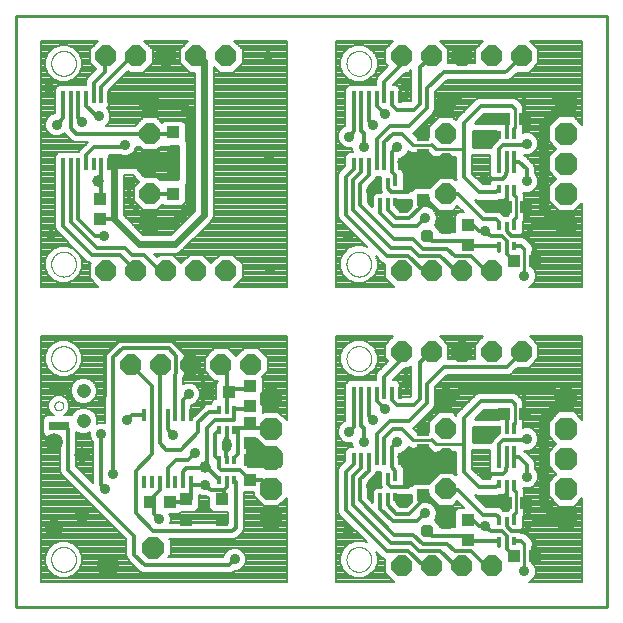
<source format=gbl>
G75*
%MOIN*%
%OFA0B0*%
%FSLAX25Y25*%
%IPPOS*%
%LPD*%
%AMOC8*
5,1,8,0,0,1.08239X$1,22.5*
%
%ADD10C,0.01000*%
%ADD11C,0.00000*%
%ADD12R,0.01378X0.03937*%
%ADD13R,0.04252X0.04134*%
%ADD14OC8,0.07000*%
%ADD15R,0.04331X0.03937*%
%ADD16C,0.03937*%
%ADD17R,0.01378X0.03150*%
%ADD18R,0.04134X0.04252*%
%ADD19OC8,0.07600*%
%ADD20C,0.05150*%
%ADD21C,0.05937*%
%ADD22OC8,0.07480*%
%ADD23R,0.03937X0.04331*%
%ADD24R,0.06693X0.03150*%
%ADD25C,0.04756*%
%ADD26C,0.01400*%
%ADD27C,0.03150*%
%ADD28C,0.00787*%
%ADD29C,0.03562*%
%ADD30C,0.02362*%
%ADD31C,0.01600*%
%ADD32C,0.01200*%
%ADD33C,0.01378*%
%ADD34C,0.01969*%
%ADD35C,0.04000*%
%ADD36C,0.03200*%
%ADD37C,0.01339*%
%ADD38C,0.01299*%
%ADD39C,0.01406*%
%ADD40OC8,0.04331*%
%ADD41C,0.01199*%
%ADD42C,0.01181*%
D10*
X0001500Y0001500D02*
X0198350Y0001500D01*
X0198350Y0198350D01*
X0001500Y0198350D01*
X0001500Y0001500D01*
X0078272Y0048731D02*
X0078272Y0051690D01*
X0078291Y0051735D01*
X0078291Y0057406D01*
X0081381Y0057406D01*
X0083948Y0054838D01*
X0087712Y0054838D01*
X0089689Y0052681D01*
X0089689Y0049531D01*
X0089295Y0048350D01*
X0078652Y0048350D01*
X0078272Y0048731D01*
X0078573Y0048430D02*
X0089322Y0048430D01*
X0089655Y0049429D02*
X0078272Y0049429D01*
X0078272Y0050427D02*
X0089689Y0050427D01*
X0089689Y0051426D02*
X0078272Y0051426D01*
X0078291Y0052424D02*
X0089689Y0052424D01*
X0089009Y0053423D02*
X0078291Y0053423D01*
X0078291Y0054421D02*
X0088094Y0054421D01*
X0083367Y0055420D02*
X0078291Y0055420D01*
X0078291Y0056418D02*
X0082368Y0056418D01*
X0118670Y0042942D02*
X0118670Y0038007D01*
X0120140Y0036537D01*
X0120140Y0038420D01*
X0120151Y0038446D01*
X0120151Y0040264D01*
X0121264Y0041377D01*
X0122950Y0041377D01*
X0122699Y0041982D01*
X0122699Y0045113D01*
X0122710Y0045139D01*
X0122710Y0046249D01*
X0121534Y0046249D01*
X0121224Y0045500D01*
X0121106Y0045382D01*
X0121103Y0045375D01*
X0118670Y0042942D01*
X0118670Y0042439D02*
X0122699Y0042439D01*
X0122699Y0043437D02*
X0119166Y0043437D01*
X0120164Y0044436D02*
X0122699Y0044436D01*
X0122710Y0045434D02*
X0121159Y0045434D01*
X0122923Y0041440D02*
X0118670Y0041440D01*
X0118670Y0040442D02*
X0120329Y0040442D01*
X0120151Y0039443D02*
X0118670Y0039443D01*
X0118670Y0038445D02*
X0120151Y0038445D01*
X0120140Y0037446D02*
X0119231Y0037446D01*
X0127899Y0037446D02*
X0132907Y0037446D01*
X0132907Y0036536D02*
X0131470Y0035099D01*
X0129270Y0035099D01*
X0127899Y0036470D01*
X0127899Y0038420D01*
X0127888Y0038446D01*
X0127888Y0038649D01*
X0132691Y0038649D01*
X0132907Y0038738D01*
X0132907Y0036536D01*
X0132819Y0036448D02*
X0127921Y0036448D01*
X0128919Y0035449D02*
X0131820Y0035449D01*
X0132907Y0038445D02*
X0127889Y0038445D01*
X0130623Y0042051D02*
X0130701Y0042129D01*
X0130701Y0044064D01*
X0130734Y0044157D01*
X0130701Y0044904D01*
X0130701Y0047062D01*
X0130653Y0047110D01*
X0130653Y0047442D01*
X0130218Y0048490D01*
X0129674Y0049035D01*
X0129674Y0052547D01*
X0130500Y0052889D01*
X0131607Y0053996D01*
X0131956Y0054838D01*
X0132202Y0054593D01*
X0133250Y0054158D01*
X0134386Y0054158D01*
X0134868Y0054358D01*
X0138749Y0054358D01*
X0138857Y0054249D01*
X0138930Y0054074D01*
X0139704Y0053300D01*
X0140716Y0052881D01*
X0141811Y0052881D01*
X0142051Y0052980D01*
X0147859Y0052980D01*
X0147859Y0045731D01*
X0147915Y0045594D01*
X0147684Y0045594D01*
X0146913Y0046366D01*
X0142229Y0046366D01*
X0138917Y0043054D01*
X0138917Y0042827D01*
X0133915Y0042827D01*
X0133139Y0042051D01*
X0130623Y0042051D01*
X0130701Y0042439D02*
X0133527Y0042439D01*
X0130701Y0043437D02*
X0139300Y0043437D01*
X0140299Y0044436D02*
X0130722Y0044436D01*
X0130701Y0045434D02*
X0141297Y0045434D01*
X0147859Y0046433D02*
X0130701Y0046433D01*
X0130653Y0047432D02*
X0147859Y0047432D01*
X0147859Y0048430D02*
X0130243Y0048430D01*
X0129674Y0049429D02*
X0147859Y0049429D01*
X0147859Y0050427D02*
X0129674Y0050427D01*
X0129674Y0051426D02*
X0147859Y0051426D01*
X0147859Y0052424D02*
X0129674Y0052424D01*
X0131034Y0053423D02*
X0139582Y0053423D01*
X0141264Y0055634D02*
X0150713Y0055634D01*
X0153631Y0056249D02*
X0153631Y0061480D01*
X0161227Y0061480D01*
X0161260Y0061447D01*
X0162086Y0061447D01*
X0162086Y0059801D01*
X0162097Y0059775D01*
X0162097Y0059344D01*
X0159953Y0057200D01*
X0159559Y0056249D01*
X0153631Y0056249D01*
X0153631Y0056418D02*
X0159629Y0056418D01*
X0160169Y0057417D02*
X0153631Y0057417D01*
X0153631Y0058415D02*
X0161168Y0058415D01*
X0162097Y0059414D02*
X0153631Y0059414D01*
X0153631Y0060412D02*
X0162086Y0060412D01*
X0162086Y0061411D02*
X0153631Y0061411D01*
X0154490Y0064143D02*
X0157547Y0067199D01*
X0162543Y0067199D01*
X0162543Y0064143D01*
X0154490Y0064143D01*
X0154754Y0064406D02*
X0162543Y0064406D01*
X0162543Y0065405D02*
X0155752Y0065405D01*
X0156751Y0066403D02*
X0162543Y0066403D01*
X0167642Y0068823D02*
X0167642Y0062524D01*
X0168035Y0039669D02*
X0168035Y0032602D01*
X0165294Y0033821D02*
X0165191Y0033718D01*
X0163793Y0033718D01*
X0163716Y0033795D01*
X0162929Y0034582D01*
X0161899Y0035009D01*
X0158172Y0035009D01*
X0154396Y0038784D01*
X0155205Y0038449D01*
X0161885Y0038449D01*
X0162185Y0038573D01*
X0163886Y0038573D01*
X0164293Y0038980D01*
X0164944Y0038980D01*
X0165071Y0038674D01*
X0165195Y0038550D01*
X0165294Y0033821D01*
X0165281Y0034451D02*
X0163060Y0034451D01*
X0165260Y0035449D02*
X0157731Y0035449D01*
X0156732Y0036448D02*
X0165239Y0036448D01*
X0165218Y0037446D02*
X0155734Y0037446D01*
X0154735Y0038445D02*
X0165197Y0038445D01*
X0170791Y0022366D02*
X0170791Y0013311D01*
X0132616Y0054421D02*
X0131784Y0054421D01*
X0133818Y0057012D02*
X0139989Y0057012D01*
X0170791Y0111736D02*
X0170791Y0120791D01*
X0168035Y0131028D02*
X0168035Y0138094D01*
X0165195Y0136975D02*
X0165294Y0132246D01*
X0165191Y0132143D01*
X0163793Y0132143D01*
X0163716Y0132220D01*
X0162929Y0133008D01*
X0161899Y0133434D01*
X0158172Y0133434D01*
X0154396Y0137209D01*
X0155205Y0136874D01*
X0161885Y0136874D01*
X0162185Y0136998D01*
X0163886Y0136998D01*
X0164293Y0137406D01*
X0164944Y0137406D01*
X0165071Y0137099D01*
X0165195Y0136975D01*
X0164989Y0137298D02*
X0164185Y0137298D01*
X0165209Y0136299D02*
X0155306Y0136299D01*
X0156305Y0135301D02*
X0165230Y0135301D01*
X0165251Y0134302D02*
X0157303Y0134302D01*
X0162214Y0133303D02*
X0165272Y0133303D01*
X0165293Y0132305D02*
X0163631Y0132305D01*
X0147915Y0144020D02*
X0147684Y0144020D01*
X0146913Y0144791D01*
X0142229Y0144791D01*
X0138917Y0141480D01*
X0138917Y0141252D01*
X0133915Y0141252D01*
X0133139Y0140476D01*
X0130623Y0140476D01*
X0130701Y0140554D01*
X0130701Y0142489D01*
X0130734Y0142582D01*
X0130701Y0143329D01*
X0130701Y0145488D01*
X0130653Y0145536D01*
X0130653Y0145867D01*
X0130218Y0146916D01*
X0129674Y0147460D01*
X0129674Y0150972D01*
X0130500Y0151314D01*
X0131607Y0152421D01*
X0131956Y0153263D01*
X0132202Y0153018D01*
X0133250Y0152583D01*
X0134386Y0152583D01*
X0134868Y0152783D01*
X0138749Y0152783D01*
X0138857Y0152675D01*
X0138930Y0152500D01*
X0139704Y0151725D01*
X0140716Y0151306D01*
X0141811Y0151306D01*
X0142051Y0151406D01*
X0147859Y0151406D01*
X0147859Y0144156D01*
X0147915Y0144020D01*
X0147859Y0144287D02*
X0147417Y0144287D01*
X0147859Y0145286D02*
X0130701Y0145286D01*
X0130701Y0144287D02*
X0141725Y0144287D01*
X0140726Y0143289D02*
X0130703Y0143289D01*
X0130701Y0142290D02*
X0139728Y0142290D01*
X0138917Y0141292D02*
X0130701Y0141292D01*
X0132691Y0137074D02*
X0127888Y0137074D01*
X0127888Y0136872D01*
X0127899Y0136845D01*
X0127899Y0134895D01*
X0129270Y0133524D01*
X0131470Y0133524D01*
X0132907Y0134961D01*
X0132907Y0137164D01*
X0132691Y0137074D01*
X0132907Y0136299D02*
X0127899Y0136299D01*
X0127899Y0135301D02*
X0132907Y0135301D01*
X0132248Y0134302D02*
X0128492Y0134302D01*
X0122950Y0139803D02*
X0121264Y0139803D01*
X0120151Y0138690D01*
X0120151Y0136872D01*
X0120140Y0136845D01*
X0120140Y0134962D01*
X0118670Y0136432D01*
X0118670Y0141367D01*
X0121103Y0143800D01*
X0121106Y0143807D01*
X0121224Y0143925D01*
X0121534Y0144674D01*
X0122710Y0144674D01*
X0122710Y0143564D01*
X0122699Y0143538D01*
X0122699Y0140407D01*
X0122950Y0139803D01*
X0122746Y0140293D02*
X0118670Y0140293D01*
X0118670Y0139295D02*
X0120756Y0139295D01*
X0120151Y0138296D02*
X0118670Y0138296D01*
X0118670Y0137298D02*
X0120151Y0137298D01*
X0120140Y0136299D02*
X0118803Y0136299D01*
X0119802Y0135301D02*
X0120140Y0135301D01*
X0118670Y0141292D02*
X0122699Y0141292D01*
X0122699Y0142290D02*
X0119593Y0142290D01*
X0120591Y0143289D02*
X0122699Y0143289D01*
X0122710Y0144287D02*
X0121374Y0144287D01*
X0129851Y0147283D02*
X0147859Y0147283D01*
X0147859Y0148281D02*
X0129674Y0148281D01*
X0129674Y0149280D02*
X0147859Y0149280D01*
X0147859Y0150278D02*
X0129674Y0150278D01*
X0130410Y0151277D02*
X0147859Y0151277D01*
X0150713Y0154059D02*
X0141264Y0154059D01*
X0139989Y0155437D02*
X0133818Y0155437D01*
X0131462Y0152275D02*
X0139154Y0152275D01*
X0130480Y0146284D02*
X0147859Y0146284D01*
X0153631Y0154674D02*
X0153631Y0159906D01*
X0161227Y0159906D01*
X0161260Y0159872D01*
X0162086Y0159872D01*
X0162086Y0158227D01*
X0162097Y0158200D01*
X0162097Y0157769D01*
X0159953Y0155625D01*
X0159559Y0154674D01*
X0153631Y0154674D01*
X0153631Y0155271D02*
X0159806Y0155271D01*
X0160597Y0156269D02*
X0153631Y0156269D01*
X0153631Y0157268D02*
X0161595Y0157268D01*
X0162086Y0158266D02*
X0153631Y0158266D01*
X0153631Y0159265D02*
X0162086Y0159265D01*
X0162543Y0162568D02*
X0162543Y0165624D01*
X0157547Y0165624D01*
X0154490Y0162568D01*
X0162543Y0162568D01*
X0162543Y0163259D02*
X0155181Y0163259D01*
X0156180Y0164257D02*
X0162543Y0164257D01*
X0162543Y0165256D02*
X0157178Y0165256D01*
X0167642Y0167248D02*
X0167642Y0160949D01*
D11*
X0111539Y0182602D02*
X0111541Y0182730D01*
X0111547Y0182858D01*
X0111557Y0182985D01*
X0111571Y0183113D01*
X0111588Y0183239D01*
X0111610Y0183365D01*
X0111636Y0183491D01*
X0111665Y0183615D01*
X0111698Y0183739D01*
X0111735Y0183861D01*
X0111776Y0183982D01*
X0111821Y0184102D01*
X0111869Y0184221D01*
X0111921Y0184338D01*
X0111977Y0184453D01*
X0112036Y0184567D01*
X0112098Y0184678D01*
X0112164Y0184788D01*
X0112233Y0184895D01*
X0112306Y0185001D01*
X0112382Y0185104D01*
X0112461Y0185204D01*
X0112543Y0185303D01*
X0112628Y0185398D01*
X0112716Y0185491D01*
X0112807Y0185581D01*
X0112900Y0185668D01*
X0112997Y0185753D01*
X0113095Y0185834D01*
X0113197Y0185912D01*
X0113300Y0185987D01*
X0113406Y0186059D01*
X0113514Y0186128D01*
X0113624Y0186193D01*
X0113737Y0186254D01*
X0113851Y0186313D01*
X0113966Y0186367D01*
X0114084Y0186418D01*
X0114202Y0186466D01*
X0114323Y0186509D01*
X0114444Y0186549D01*
X0114567Y0186585D01*
X0114691Y0186618D01*
X0114816Y0186646D01*
X0114941Y0186671D01*
X0115067Y0186691D01*
X0115194Y0186708D01*
X0115322Y0186721D01*
X0115449Y0186730D01*
X0115577Y0186735D01*
X0115705Y0186736D01*
X0115833Y0186733D01*
X0115961Y0186726D01*
X0116088Y0186715D01*
X0116215Y0186700D01*
X0116342Y0186682D01*
X0116468Y0186659D01*
X0116593Y0186632D01*
X0116717Y0186602D01*
X0116840Y0186568D01*
X0116963Y0186530D01*
X0117084Y0186488D01*
X0117203Y0186442D01*
X0117321Y0186393D01*
X0117438Y0186340D01*
X0117553Y0186284D01*
X0117666Y0186224D01*
X0117777Y0186161D01*
X0117886Y0186094D01*
X0117993Y0186024D01*
X0118098Y0185950D01*
X0118200Y0185874D01*
X0118300Y0185794D01*
X0118398Y0185711D01*
X0118493Y0185625D01*
X0118585Y0185536D01*
X0118674Y0185445D01*
X0118761Y0185351D01*
X0118844Y0185254D01*
X0118925Y0185154D01*
X0119002Y0185053D01*
X0119077Y0184948D01*
X0119148Y0184842D01*
X0119215Y0184733D01*
X0119280Y0184623D01*
X0119340Y0184510D01*
X0119398Y0184396D01*
X0119451Y0184280D01*
X0119501Y0184162D01*
X0119548Y0184043D01*
X0119591Y0183922D01*
X0119630Y0183800D01*
X0119665Y0183677D01*
X0119696Y0183553D01*
X0119724Y0183428D01*
X0119747Y0183302D01*
X0119767Y0183176D01*
X0119783Y0183049D01*
X0119795Y0182922D01*
X0119803Y0182794D01*
X0119807Y0182666D01*
X0119807Y0182538D01*
X0119803Y0182410D01*
X0119795Y0182282D01*
X0119783Y0182155D01*
X0119767Y0182028D01*
X0119747Y0181902D01*
X0119724Y0181776D01*
X0119696Y0181651D01*
X0119665Y0181527D01*
X0119630Y0181404D01*
X0119591Y0181282D01*
X0119548Y0181161D01*
X0119501Y0181042D01*
X0119451Y0180924D01*
X0119398Y0180808D01*
X0119340Y0180694D01*
X0119280Y0180581D01*
X0119215Y0180471D01*
X0119148Y0180362D01*
X0119077Y0180256D01*
X0119002Y0180151D01*
X0118925Y0180050D01*
X0118844Y0179950D01*
X0118761Y0179853D01*
X0118674Y0179759D01*
X0118585Y0179668D01*
X0118493Y0179579D01*
X0118398Y0179493D01*
X0118300Y0179410D01*
X0118200Y0179330D01*
X0118098Y0179254D01*
X0117993Y0179180D01*
X0117886Y0179110D01*
X0117777Y0179043D01*
X0117666Y0178980D01*
X0117553Y0178920D01*
X0117438Y0178864D01*
X0117321Y0178811D01*
X0117203Y0178762D01*
X0117084Y0178716D01*
X0116963Y0178674D01*
X0116840Y0178636D01*
X0116717Y0178602D01*
X0116593Y0178572D01*
X0116468Y0178545D01*
X0116342Y0178522D01*
X0116215Y0178504D01*
X0116088Y0178489D01*
X0115961Y0178478D01*
X0115833Y0178471D01*
X0115705Y0178468D01*
X0115577Y0178469D01*
X0115449Y0178474D01*
X0115322Y0178483D01*
X0115194Y0178496D01*
X0115067Y0178513D01*
X0114941Y0178533D01*
X0114816Y0178558D01*
X0114691Y0178586D01*
X0114567Y0178619D01*
X0114444Y0178655D01*
X0114323Y0178695D01*
X0114202Y0178738D01*
X0114084Y0178786D01*
X0113966Y0178837D01*
X0113851Y0178891D01*
X0113737Y0178950D01*
X0113624Y0179011D01*
X0113514Y0179076D01*
X0113406Y0179145D01*
X0113300Y0179217D01*
X0113197Y0179292D01*
X0113095Y0179370D01*
X0112997Y0179451D01*
X0112900Y0179536D01*
X0112807Y0179623D01*
X0112716Y0179713D01*
X0112628Y0179806D01*
X0112543Y0179901D01*
X0112461Y0180000D01*
X0112382Y0180100D01*
X0112306Y0180203D01*
X0112233Y0180309D01*
X0112164Y0180416D01*
X0112098Y0180526D01*
X0112036Y0180637D01*
X0111977Y0180751D01*
X0111921Y0180866D01*
X0111869Y0180983D01*
X0111821Y0181102D01*
X0111776Y0181222D01*
X0111735Y0181343D01*
X0111698Y0181465D01*
X0111665Y0181589D01*
X0111636Y0181713D01*
X0111610Y0181839D01*
X0111588Y0181965D01*
X0111571Y0182091D01*
X0111557Y0182219D01*
X0111547Y0182346D01*
X0111541Y0182474D01*
X0111539Y0182602D01*
X0111539Y0115673D02*
X0111541Y0115801D01*
X0111547Y0115929D01*
X0111557Y0116056D01*
X0111571Y0116184D01*
X0111588Y0116310D01*
X0111610Y0116436D01*
X0111636Y0116562D01*
X0111665Y0116686D01*
X0111698Y0116810D01*
X0111735Y0116932D01*
X0111776Y0117053D01*
X0111821Y0117173D01*
X0111869Y0117292D01*
X0111921Y0117409D01*
X0111977Y0117524D01*
X0112036Y0117638D01*
X0112098Y0117749D01*
X0112164Y0117859D01*
X0112233Y0117966D01*
X0112306Y0118072D01*
X0112382Y0118175D01*
X0112461Y0118275D01*
X0112543Y0118374D01*
X0112628Y0118469D01*
X0112716Y0118562D01*
X0112807Y0118652D01*
X0112900Y0118739D01*
X0112997Y0118824D01*
X0113095Y0118905D01*
X0113197Y0118983D01*
X0113300Y0119058D01*
X0113406Y0119130D01*
X0113514Y0119199D01*
X0113624Y0119264D01*
X0113737Y0119325D01*
X0113851Y0119384D01*
X0113966Y0119438D01*
X0114084Y0119489D01*
X0114202Y0119537D01*
X0114323Y0119580D01*
X0114444Y0119620D01*
X0114567Y0119656D01*
X0114691Y0119689D01*
X0114816Y0119717D01*
X0114941Y0119742D01*
X0115067Y0119762D01*
X0115194Y0119779D01*
X0115322Y0119792D01*
X0115449Y0119801D01*
X0115577Y0119806D01*
X0115705Y0119807D01*
X0115833Y0119804D01*
X0115961Y0119797D01*
X0116088Y0119786D01*
X0116215Y0119771D01*
X0116342Y0119753D01*
X0116468Y0119730D01*
X0116593Y0119703D01*
X0116717Y0119673D01*
X0116840Y0119639D01*
X0116963Y0119601D01*
X0117084Y0119559D01*
X0117203Y0119513D01*
X0117321Y0119464D01*
X0117438Y0119411D01*
X0117553Y0119355D01*
X0117666Y0119295D01*
X0117777Y0119232D01*
X0117886Y0119165D01*
X0117993Y0119095D01*
X0118098Y0119021D01*
X0118200Y0118945D01*
X0118300Y0118865D01*
X0118398Y0118782D01*
X0118493Y0118696D01*
X0118585Y0118607D01*
X0118674Y0118516D01*
X0118761Y0118422D01*
X0118844Y0118325D01*
X0118925Y0118225D01*
X0119002Y0118124D01*
X0119077Y0118019D01*
X0119148Y0117913D01*
X0119215Y0117804D01*
X0119280Y0117694D01*
X0119340Y0117581D01*
X0119398Y0117467D01*
X0119451Y0117351D01*
X0119501Y0117233D01*
X0119548Y0117114D01*
X0119591Y0116993D01*
X0119630Y0116871D01*
X0119665Y0116748D01*
X0119696Y0116624D01*
X0119724Y0116499D01*
X0119747Y0116373D01*
X0119767Y0116247D01*
X0119783Y0116120D01*
X0119795Y0115993D01*
X0119803Y0115865D01*
X0119807Y0115737D01*
X0119807Y0115609D01*
X0119803Y0115481D01*
X0119795Y0115353D01*
X0119783Y0115226D01*
X0119767Y0115099D01*
X0119747Y0114973D01*
X0119724Y0114847D01*
X0119696Y0114722D01*
X0119665Y0114598D01*
X0119630Y0114475D01*
X0119591Y0114353D01*
X0119548Y0114232D01*
X0119501Y0114113D01*
X0119451Y0113995D01*
X0119398Y0113879D01*
X0119340Y0113765D01*
X0119280Y0113652D01*
X0119215Y0113542D01*
X0119148Y0113433D01*
X0119077Y0113327D01*
X0119002Y0113222D01*
X0118925Y0113121D01*
X0118844Y0113021D01*
X0118761Y0112924D01*
X0118674Y0112830D01*
X0118585Y0112739D01*
X0118493Y0112650D01*
X0118398Y0112564D01*
X0118300Y0112481D01*
X0118200Y0112401D01*
X0118098Y0112325D01*
X0117993Y0112251D01*
X0117886Y0112181D01*
X0117777Y0112114D01*
X0117666Y0112051D01*
X0117553Y0111991D01*
X0117438Y0111935D01*
X0117321Y0111882D01*
X0117203Y0111833D01*
X0117084Y0111787D01*
X0116963Y0111745D01*
X0116840Y0111707D01*
X0116717Y0111673D01*
X0116593Y0111643D01*
X0116468Y0111616D01*
X0116342Y0111593D01*
X0116215Y0111575D01*
X0116088Y0111560D01*
X0115961Y0111549D01*
X0115833Y0111542D01*
X0115705Y0111539D01*
X0115577Y0111540D01*
X0115449Y0111545D01*
X0115322Y0111554D01*
X0115194Y0111567D01*
X0115067Y0111584D01*
X0114941Y0111604D01*
X0114816Y0111629D01*
X0114691Y0111657D01*
X0114567Y0111690D01*
X0114444Y0111726D01*
X0114323Y0111766D01*
X0114202Y0111809D01*
X0114084Y0111857D01*
X0113966Y0111908D01*
X0113851Y0111962D01*
X0113737Y0112021D01*
X0113624Y0112082D01*
X0113514Y0112147D01*
X0113406Y0112216D01*
X0113300Y0112288D01*
X0113197Y0112363D01*
X0113095Y0112441D01*
X0112997Y0112522D01*
X0112900Y0112607D01*
X0112807Y0112694D01*
X0112716Y0112784D01*
X0112628Y0112877D01*
X0112543Y0112972D01*
X0112461Y0113071D01*
X0112382Y0113171D01*
X0112306Y0113274D01*
X0112233Y0113380D01*
X0112164Y0113487D01*
X0112098Y0113597D01*
X0112036Y0113708D01*
X0111977Y0113822D01*
X0111921Y0113937D01*
X0111869Y0114054D01*
X0111821Y0114173D01*
X0111776Y0114293D01*
X0111735Y0114414D01*
X0111698Y0114536D01*
X0111665Y0114660D01*
X0111636Y0114784D01*
X0111610Y0114910D01*
X0111588Y0115036D01*
X0111571Y0115162D01*
X0111557Y0115290D01*
X0111547Y0115417D01*
X0111541Y0115545D01*
X0111539Y0115673D01*
X0111539Y0084177D02*
X0111541Y0084305D01*
X0111547Y0084433D01*
X0111557Y0084560D01*
X0111571Y0084688D01*
X0111588Y0084814D01*
X0111610Y0084940D01*
X0111636Y0085066D01*
X0111665Y0085190D01*
X0111698Y0085314D01*
X0111735Y0085436D01*
X0111776Y0085557D01*
X0111821Y0085677D01*
X0111869Y0085796D01*
X0111921Y0085913D01*
X0111977Y0086028D01*
X0112036Y0086142D01*
X0112098Y0086253D01*
X0112164Y0086363D01*
X0112233Y0086470D01*
X0112306Y0086576D01*
X0112382Y0086679D01*
X0112461Y0086779D01*
X0112543Y0086878D01*
X0112628Y0086973D01*
X0112716Y0087066D01*
X0112807Y0087156D01*
X0112900Y0087243D01*
X0112997Y0087328D01*
X0113095Y0087409D01*
X0113197Y0087487D01*
X0113300Y0087562D01*
X0113406Y0087634D01*
X0113514Y0087703D01*
X0113624Y0087768D01*
X0113737Y0087829D01*
X0113851Y0087888D01*
X0113966Y0087942D01*
X0114084Y0087993D01*
X0114202Y0088041D01*
X0114323Y0088084D01*
X0114444Y0088124D01*
X0114567Y0088160D01*
X0114691Y0088193D01*
X0114816Y0088221D01*
X0114941Y0088246D01*
X0115067Y0088266D01*
X0115194Y0088283D01*
X0115322Y0088296D01*
X0115449Y0088305D01*
X0115577Y0088310D01*
X0115705Y0088311D01*
X0115833Y0088308D01*
X0115961Y0088301D01*
X0116088Y0088290D01*
X0116215Y0088275D01*
X0116342Y0088257D01*
X0116468Y0088234D01*
X0116593Y0088207D01*
X0116717Y0088177D01*
X0116840Y0088143D01*
X0116963Y0088105D01*
X0117084Y0088063D01*
X0117203Y0088017D01*
X0117321Y0087968D01*
X0117438Y0087915D01*
X0117553Y0087859D01*
X0117666Y0087799D01*
X0117777Y0087736D01*
X0117886Y0087669D01*
X0117993Y0087599D01*
X0118098Y0087525D01*
X0118200Y0087449D01*
X0118300Y0087369D01*
X0118398Y0087286D01*
X0118493Y0087200D01*
X0118585Y0087111D01*
X0118674Y0087020D01*
X0118761Y0086926D01*
X0118844Y0086829D01*
X0118925Y0086729D01*
X0119002Y0086628D01*
X0119077Y0086523D01*
X0119148Y0086417D01*
X0119215Y0086308D01*
X0119280Y0086198D01*
X0119340Y0086085D01*
X0119398Y0085971D01*
X0119451Y0085855D01*
X0119501Y0085737D01*
X0119548Y0085618D01*
X0119591Y0085497D01*
X0119630Y0085375D01*
X0119665Y0085252D01*
X0119696Y0085128D01*
X0119724Y0085003D01*
X0119747Y0084877D01*
X0119767Y0084751D01*
X0119783Y0084624D01*
X0119795Y0084497D01*
X0119803Y0084369D01*
X0119807Y0084241D01*
X0119807Y0084113D01*
X0119803Y0083985D01*
X0119795Y0083857D01*
X0119783Y0083730D01*
X0119767Y0083603D01*
X0119747Y0083477D01*
X0119724Y0083351D01*
X0119696Y0083226D01*
X0119665Y0083102D01*
X0119630Y0082979D01*
X0119591Y0082857D01*
X0119548Y0082736D01*
X0119501Y0082617D01*
X0119451Y0082499D01*
X0119398Y0082383D01*
X0119340Y0082269D01*
X0119280Y0082156D01*
X0119215Y0082046D01*
X0119148Y0081937D01*
X0119077Y0081831D01*
X0119002Y0081726D01*
X0118925Y0081625D01*
X0118844Y0081525D01*
X0118761Y0081428D01*
X0118674Y0081334D01*
X0118585Y0081243D01*
X0118493Y0081154D01*
X0118398Y0081068D01*
X0118300Y0080985D01*
X0118200Y0080905D01*
X0118098Y0080829D01*
X0117993Y0080755D01*
X0117886Y0080685D01*
X0117777Y0080618D01*
X0117666Y0080555D01*
X0117553Y0080495D01*
X0117438Y0080439D01*
X0117321Y0080386D01*
X0117203Y0080337D01*
X0117084Y0080291D01*
X0116963Y0080249D01*
X0116840Y0080211D01*
X0116717Y0080177D01*
X0116593Y0080147D01*
X0116468Y0080120D01*
X0116342Y0080097D01*
X0116215Y0080079D01*
X0116088Y0080064D01*
X0115961Y0080053D01*
X0115833Y0080046D01*
X0115705Y0080043D01*
X0115577Y0080044D01*
X0115449Y0080049D01*
X0115322Y0080058D01*
X0115194Y0080071D01*
X0115067Y0080088D01*
X0114941Y0080108D01*
X0114816Y0080133D01*
X0114691Y0080161D01*
X0114567Y0080194D01*
X0114444Y0080230D01*
X0114323Y0080270D01*
X0114202Y0080313D01*
X0114084Y0080361D01*
X0113966Y0080412D01*
X0113851Y0080466D01*
X0113737Y0080525D01*
X0113624Y0080586D01*
X0113514Y0080651D01*
X0113406Y0080720D01*
X0113300Y0080792D01*
X0113197Y0080867D01*
X0113095Y0080945D01*
X0112997Y0081026D01*
X0112900Y0081111D01*
X0112807Y0081198D01*
X0112716Y0081288D01*
X0112628Y0081381D01*
X0112543Y0081476D01*
X0112461Y0081575D01*
X0112382Y0081675D01*
X0112306Y0081778D01*
X0112233Y0081884D01*
X0112164Y0081991D01*
X0112098Y0082101D01*
X0112036Y0082212D01*
X0111977Y0082326D01*
X0111921Y0082441D01*
X0111869Y0082558D01*
X0111821Y0082677D01*
X0111776Y0082797D01*
X0111735Y0082918D01*
X0111698Y0083040D01*
X0111665Y0083164D01*
X0111636Y0083288D01*
X0111610Y0083414D01*
X0111588Y0083540D01*
X0111571Y0083666D01*
X0111557Y0083794D01*
X0111547Y0083921D01*
X0111541Y0084049D01*
X0111539Y0084177D01*
X0111539Y0017248D02*
X0111541Y0017376D01*
X0111547Y0017504D01*
X0111557Y0017631D01*
X0111571Y0017759D01*
X0111588Y0017885D01*
X0111610Y0018011D01*
X0111636Y0018137D01*
X0111665Y0018261D01*
X0111698Y0018385D01*
X0111735Y0018507D01*
X0111776Y0018628D01*
X0111821Y0018748D01*
X0111869Y0018867D01*
X0111921Y0018984D01*
X0111977Y0019099D01*
X0112036Y0019213D01*
X0112098Y0019324D01*
X0112164Y0019434D01*
X0112233Y0019541D01*
X0112306Y0019647D01*
X0112382Y0019750D01*
X0112461Y0019850D01*
X0112543Y0019949D01*
X0112628Y0020044D01*
X0112716Y0020137D01*
X0112807Y0020227D01*
X0112900Y0020314D01*
X0112997Y0020399D01*
X0113095Y0020480D01*
X0113197Y0020558D01*
X0113300Y0020633D01*
X0113406Y0020705D01*
X0113514Y0020774D01*
X0113624Y0020839D01*
X0113737Y0020900D01*
X0113851Y0020959D01*
X0113966Y0021013D01*
X0114084Y0021064D01*
X0114202Y0021112D01*
X0114323Y0021155D01*
X0114444Y0021195D01*
X0114567Y0021231D01*
X0114691Y0021264D01*
X0114816Y0021292D01*
X0114941Y0021317D01*
X0115067Y0021337D01*
X0115194Y0021354D01*
X0115322Y0021367D01*
X0115449Y0021376D01*
X0115577Y0021381D01*
X0115705Y0021382D01*
X0115833Y0021379D01*
X0115961Y0021372D01*
X0116088Y0021361D01*
X0116215Y0021346D01*
X0116342Y0021328D01*
X0116468Y0021305D01*
X0116593Y0021278D01*
X0116717Y0021248D01*
X0116840Y0021214D01*
X0116963Y0021176D01*
X0117084Y0021134D01*
X0117203Y0021088D01*
X0117321Y0021039D01*
X0117438Y0020986D01*
X0117553Y0020930D01*
X0117666Y0020870D01*
X0117777Y0020807D01*
X0117886Y0020740D01*
X0117993Y0020670D01*
X0118098Y0020596D01*
X0118200Y0020520D01*
X0118300Y0020440D01*
X0118398Y0020357D01*
X0118493Y0020271D01*
X0118585Y0020182D01*
X0118674Y0020091D01*
X0118761Y0019997D01*
X0118844Y0019900D01*
X0118925Y0019800D01*
X0119002Y0019699D01*
X0119077Y0019594D01*
X0119148Y0019488D01*
X0119215Y0019379D01*
X0119280Y0019269D01*
X0119340Y0019156D01*
X0119398Y0019042D01*
X0119451Y0018926D01*
X0119501Y0018808D01*
X0119548Y0018689D01*
X0119591Y0018568D01*
X0119630Y0018446D01*
X0119665Y0018323D01*
X0119696Y0018199D01*
X0119724Y0018074D01*
X0119747Y0017948D01*
X0119767Y0017822D01*
X0119783Y0017695D01*
X0119795Y0017568D01*
X0119803Y0017440D01*
X0119807Y0017312D01*
X0119807Y0017184D01*
X0119803Y0017056D01*
X0119795Y0016928D01*
X0119783Y0016801D01*
X0119767Y0016674D01*
X0119747Y0016548D01*
X0119724Y0016422D01*
X0119696Y0016297D01*
X0119665Y0016173D01*
X0119630Y0016050D01*
X0119591Y0015928D01*
X0119548Y0015807D01*
X0119501Y0015688D01*
X0119451Y0015570D01*
X0119398Y0015454D01*
X0119340Y0015340D01*
X0119280Y0015227D01*
X0119215Y0015117D01*
X0119148Y0015008D01*
X0119077Y0014902D01*
X0119002Y0014797D01*
X0118925Y0014696D01*
X0118844Y0014596D01*
X0118761Y0014499D01*
X0118674Y0014405D01*
X0118585Y0014314D01*
X0118493Y0014225D01*
X0118398Y0014139D01*
X0118300Y0014056D01*
X0118200Y0013976D01*
X0118098Y0013900D01*
X0117993Y0013826D01*
X0117886Y0013756D01*
X0117777Y0013689D01*
X0117666Y0013626D01*
X0117553Y0013566D01*
X0117438Y0013510D01*
X0117321Y0013457D01*
X0117203Y0013408D01*
X0117084Y0013362D01*
X0116963Y0013320D01*
X0116840Y0013282D01*
X0116717Y0013248D01*
X0116593Y0013218D01*
X0116468Y0013191D01*
X0116342Y0013168D01*
X0116215Y0013150D01*
X0116088Y0013135D01*
X0115961Y0013124D01*
X0115833Y0013117D01*
X0115705Y0013114D01*
X0115577Y0013115D01*
X0115449Y0013120D01*
X0115322Y0013129D01*
X0115194Y0013142D01*
X0115067Y0013159D01*
X0114941Y0013179D01*
X0114816Y0013204D01*
X0114691Y0013232D01*
X0114567Y0013265D01*
X0114444Y0013301D01*
X0114323Y0013341D01*
X0114202Y0013384D01*
X0114084Y0013432D01*
X0113966Y0013483D01*
X0113851Y0013537D01*
X0113737Y0013596D01*
X0113624Y0013657D01*
X0113514Y0013722D01*
X0113406Y0013791D01*
X0113300Y0013863D01*
X0113197Y0013938D01*
X0113095Y0014016D01*
X0112997Y0014097D01*
X0112900Y0014182D01*
X0112807Y0014269D01*
X0112716Y0014359D01*
X0112628Y0014452D01*
X0112543Y0014547D01*
X0112461Y0014646D01*
X0112382Y0014746D01*
X0112306Y0014849D01*
X0112233Y0014955D01*
X0112164Y0015062D01*
X0112098Y0015172D01*
X0112036Y0015283D01*
X0111977Y0015397D01*
X0111921Y0015512D01*
X0111869Y0015629D01*
X0111821Y0015748D01*
X0111776Y0015868D01*
X0111735Y0015989D01*
X0111698Y0016111D01*
X0111665Y0016235D01*
X0111636Y0016359D01*
X0111610Y0016485D01*
X0111588Y0016611D01*
X0111571Y0016737D01*
X0111557Y0016865D01*
X0111547Y0016992D01*
X0111541Y0017120D01*
X0111539Y0017248D01*
X0013114Y0017248D02*
X0013116Y0017376D01*
X0013122Y0017504D01*
X0013132Y0017631D01*
X0013146Y0017759D01*
X0013163Y0017885D01*
X0013185Y0018011D01*
X0013211Y0018137D01*
X0013240Y0018261D01*
X0013273Y0018385D01*
X0013310Y0018507D01*
X0013351Y0018628D01*
X0013396Y0018748D01*
X0013444Y0018867D01*
X0013496Y0018984D01*
X0013552Y0019099D01*
X0013611Y0019213D01*
X0013673Y0019324D01*
X0013739Y0019434D01*
X0013808Y0019541D01*
X0013881Y0019647D01*
X0013957Y0019750D01*
X0014036Y0019850D01*
X0014118Y0019949D01*
X0014203Y0020044D01*
X0014291Y0020137D01*
X0014382Y0020227D01*
X0014475Y0020314D01*
X0014572Y0020399D01*
X0014670Y0020480D01*
X0014772Y0020558D01*
X0014875Y0020633D01*
X0014981Y0020705D01*
X0015089Y0020774D01*
X0015199Y0020839D01*
X0015312Y0020900D01*
X0015426Y0020959D01*
X0015541Y0021013D01*
X0015659Y0021064D01*
X0015777Y0021112D01*
X0015898Y0021155D01*
X0016019Y0021195D01*
X0016142Y0021231D01*
X0016266Y0021264D01*
X0016391Y0021292D01*
X0016516Y0021317D01*
X0016642Y0021337D01*
X0016769Y0021354D01*
X0016897Y0021367D01*
X0017024Y0021376D01*
X0017152Y0021381D01*
X0017280Y0021382D01*
X0017408Y0021379D01*
X0017536Y0021372D01*
X0017663Y0021361D01*
X0017790Y0021346D01*
X0017917Y0021328D01*
X0018043Y0021305D01*
X0018168Y0021278D01*
X0018292Y0021248D01*
X0018415Y0021214D01*
X0018538Y0021176D01*
X0018659Y0021134D01*
X0018778Y0021088D01*
X0018896Y0021039D01*
X0019013Y0020986D01*
X0019128Y0020930D01*
X0019241Y0020870D01*
X0019352Y0020807D01*
X0019461Y0020740D01*
X0019568Y0020670D01*
X0019673Y0020596D01*
X0019775Y0020520D01*
X0019875Y0020440D01*
X0019973Y0020357D01*
X0020068Y0020271D01*
X0020160Y0020182D01*
X0020249Y0020091D01*
X0020336Y0019997D01*
X0020419Y0019900D01*
X0020500Y0019800D01*
X0020577Y0019699D01*
X0020652Y0019594D01*
X0020723Y0019488D01*
X0020790Y0019379D01*
X0020855Y0019269D01*
X0020915Y0019156D01*
X0020973Y0019042D01*
X0021026Y0018926D01*
X0021076Y0018808D01*
X0021123Y0018689D01*
X0021166Y0018568D01*
X0021205Y0018446D01*
X0021240Y0018323D01*
X0021271Y0018199D01*
X0021299Y0018074D01*
X0021322Y0017948D01*
X0021342Y0017822D01*
X0021358Y0017695D01*
X0021370Y0017568D01*
X0021378Y0017440D01*
X0021382Y0017312D01*
X0021382Y0017184D01*
X0021378Y0017056D01*
X0021370Y0016928D01*
X0021358Y0016801D01*
X0021342Y0016674D01*
X0021322Y0016548D01*
X0021299Y0016422D01*
X0021271Y0016297D01*
X0021240Y0016173D01*
X0021205Y0016050D01*
X0021166Y0015928D01*
X0021123Y0015807D01*
X0021076Y0015688D01*
X0021026Y0015570D01*
X0020973Y0015454D01*
X0020915Y0015340D01*
X0020855Y0015227D01*
X0020790Y0015117D01*
X0020723Y0015008D01*
X0020652Y0014902D01*
X0020577Y0014797D01*
X0020500Y0014696D01*
X0020419Y0014596D01*
X0020336Y0014499D01*
X0020249Y0014405D01*
X0020160Y0014314D01*
X0020068Y0014225D01*
X0019973Y0014139D01*
X0019875Y0014056D01*
X0019775Y0013976D01*
X0019673Y0013900D01*
X0019568Y0013826D01*
X0019461Y0013756D01*
X0019352Y0013689D01*
X0019241Y0013626D01*
X0019128Y0013566D01*
X0019013Y0013510D01*
X0018896Y0013457D01*
X0018778Y0013408D01*
X0018659Y0013362D01*
X0018538Y0013320D01*
X0018415Y0013282D01*
X0018292Y0013248D01*
X0018168Y0013218D01*
X0018043Y0013191D01*
X0017917Y0013168D01*
X0017790Y0013150D01*
X0017663Y0013135D01*
X0017536Y0013124D01*
X0017408Y0013117D01*
X0017280Y0013114D01*
X0017152Y0013115D01*
X0017024Y0013120D01*
X0016897Y0013129D01*
X0016769Y0013142D01*
X0016642Y0013159D01*
X0016516Y0013179D01*
X0016391Y0013204D01*
X0016266Y0013232D01*
X0016142Y0013265D01*
X0016019Y0013301D01*
X0015898Y0013341D01*
X0015777Y0013384D01*
X0015659Y0013432D01*
X0015541Y0013483D01*
X0015426Y0013537D01*
X0015312Y0013596D01*
X0015199Y0013657D01*
X0015089Y0013722D01*
X0014981Y0013791D01*
X0014875Y0013863D01*
X0014772Y0013938D01*
X0014670Y0014016D01*
X0014572Y0014097D01*
X0014475Y0014182D01*
X0014382Y0014269D01*
X0014291Y0014359D01*
X0014203Y0014452D01*
X0014118Y0014547D01*
X0014036Y0014646D01*
X0013957Y0014746D01*
X0013881Y0014849D01*
X0013808Y0014955D01*
X0013739Y0015062D01*
X0013673Y0015172D01*
X0013611Y0015283D01*
X0013552Y0015397D01*
X0013496Y0015512D01*
X0013444Y0015629D01*
X0013396Y0015748D01*
X0013351Y0015868D01*
X0013310Y0015989D01*
X0013273Y0016111D01*
X0013240Y0016235D01*
X0013211Y0016359D01*
X0013185Y0016485D01*
X0013163Y0016611D01*
X0013146Y0016737D01*
X0013132Y0016865D01*
X0013122Y0016992D01*
X0013116Y0017120D01*
X0013114Y0017248D01*
X0014197Y0068429D02*
X0014199Y0068506D01*
X0014205Y0068582D01*
X0014215Y0068658D01*
X0014229Y0068733D01*
X0014246Y0068808D01*
X0014268Y0068881D01*
X0014293Y0068954D01*
X0014323Y0069025D01*
X0014355Y0069094D01*
X0014392Y0069161D01*
X0014431Y0069227D01*
X0014474Y0069290D01*
X0014521Y0069351D01*
X0014570Y0069410D01*
X0014623Y0069466D01*
X0014678Y0069519D01*
X0014736Y0069569D01*
X0014796Y0069616D01*
X0014859Y0069660D01*
X0014924Y0069701D01*
X0014991Y0069738D01*
X0015060Y0069772D01*
X0015130Y0069802D01*
X0015202Y0069828D01*
X0015276Y0069850D01*
X0015350Y0069869D01*
X0015425Y0069884D01*
X0015501Y0069895D01*
X0015577Y0069902D01*
X0015654Y0069905D01*
X0015730Y0069904D01*
X0015807Y0069899D01*
X0015883Y0069890D01*
X0015959Y0069877D01*
X0016033Y0069860D01*
X0016107Y0069840D01*
X0016180Y0069815D01*
X0016251Y0069787D01*
X0016321Y0069755D01*
X0016389Y0069720D01*
X0016455Y0069681D01*
X0016519Y0069639D01*
X0016580Y0069593D01*
X0016640Y0069544D01*
X0016696Y0069493D01*
X0016750Y0069438D01*
X0016801Y0069381D01*
X0016849Y0069321D01*
X0016894Y0069259D01*
X0016935Y0069194D01*
X0016973Y0069128D01*
X0017008Y0069060D01*
X0017038Y0068989D01*
X0017066Y0068918D01*
X0017089Y0068845D01*
X0017109Y0068771D01*
X0017125Y0068696D01*
X0017137Y0068620D01*
X0017145Y0068544D01*
X0017149Y0068467D01*
X0017149Y0068391D01*
X0017145Y0068314D01*
X0017137Y0068238D01*
X0017125Y0068162D01*
X0017109Y0068087D01*
X0017089Y0068013D01*
X0017066Y0067940D01*
X0017038Y0067869D01*
X0017008Y0067798D01*
X0016973Y0067730D01*
X0016935Y0067664D01*
X0016894Y0067599D01*
X0016849Y0067537D01*
X0016801Y0067477D01*
X0016750Y0067420D01*
X0016696Y0067365D01*
X0016640Y0067314D01*
X0016580Y0067265D01*
X0016519Y0067219D01*
X0016455Y0067177D01*
X0016389Y0067138D01*
X0016321Y0067103D01*
X0016251Y0067071D01*
X0016180Y0067043D01*
X0016107Y0067018D01*
X0016033Y0066998D01*
X0015959Y0066981D01*
X0015883Y0066968D01*
X0015807Y0066959D01*
X0015730Y0066954D01*
X0015654Y0066953D01*
X0015577Y0066956D01*
X0015501Y0066963D01*
X0015425Y0066974D01*
X0015350Y0066989D01*
X0015276Y0067008D01*
X0015202Y0067030D01*
X0015130Y0067056D01*
X0015060Y0067086D01*
X0014991Y0067120D01*
X0014924Y0067157D01*
X0014859Y0067198D01*
X0014796Y0067242D01*
X0014736Y0067289D01*
X0014678Y0067339D01*
X0014623Y0067392D01*
X0014570Y0067448D01*
X0014521Y0067507D01*
X0014474Y0067568D01*
X0014431Y0067631D01*
X0014392Y0067697D01*
X0014355Y0067764D01*
X0014323Y0067833D01*
X0014293Y0067904D01*
X0014268Y0067977D01*
X0014246Y0068050D01*
X0014229Y0068125D01*
X0014215Y0068200D01*
X0014205Y0068276D01*
X0014199Y0068352D01*
X0014197Y0068429D01*
X0013114Y0084177D02*
X0013116Y0084305D01*
X0013122Y0084433D01*
X0013132Y0084560D01*
X0013146Y0084688D01*
X0013163Y0084814D01*
X0013185Y0084940D01*
X0013211Y0085066D01*
X0013240Y0085190D01*
X0013273Y0085314D01*
X0013310Y0085436D01*
X0013351Y0085557D01*
X0013396Y0085677D01*
X0013444Y0085796D01*
X0013496Y0085913D01*
X0013552Y0086028D01*
X0013611Y0086142D01*
X0013673Y0086253D01*
X0013739Y0086363D01*
X0013808Y0086470D01*
X0013881Y0086576D01*
X0013957Y0086679D01*
X0014036Y0086779D01*
X0014118Y0086878D01*
X0014203Y0086973D01*
X0014291Y0087066D01*
X0014382Y0087156D01*
X0014475Y0087243D01*
X0014572Y0087328D01*
X0014670Y0087409D01*
X0014772Y0087487D01*
X0014875Y0087562D01*
X0014981Y0087634D01*
X0015089Y0087703D01*
X0015199Y0087768D01*
X0015312Y0087829D01*
X0015426Y0087888D01*
X0015541Y0087942D01*
X0015659Y0087993D01*
X0015777Y0088041D01*
X0015898Y0088084D01*
X0016019Y0088124D01*
X0016142Y0088160D01*
X0016266Y0088193D01*
X0016391Y0088221D01*
X0016516Y0088246D01*
X0016642Y0088266D01*
X0016769Y0088283D01*
X0016897Y0088296D01*
X0017024Y0088305D01*
X0017152Y0088310D01*
X0017280Y0088311D01*
X0017408Y0088308D01*
X0017536Y0088301D01*
X0017663Y0088290D01*
X0017790Y0088275D01*
X0017917Y0088257D01*
X0018043Y0088234D01*
X0018168Y0088207D01*
X0018292Y0088177D01*
X0018415Y0088143D01*
X0018538Y0088105D01*
X0018659Y0088063D01*
X0018778Y0088017D01*
X0018896Y0087968D01*
X0019013Y0087915D01*
X0019128Y0087859D01*
X0019241Y0087799D01*
X0019352Y0087736D01*
X0019461Y0087669D01*
X0019568Y0087599D01*
X0019673Y0087525D01*
X0019775Y0087449D01*
X0019875Y0087369D01*
X0019973Y0087286D01*
X0020068Y0087200D01*
X0020160Y0087111D01*
X0020249Y0087020D01*
X0020336Y0086926D01*
X0020419Y0086829D01*
X0020500Y0086729D01*
X0020577Y0086628D01*
X0020652Y0086523D01*
X0020723Y0086417D01*
X0020790Y0086308D01*
X0020855Y0086198D01*
X0020915Y0086085D01*
X0020973Y0085971D01*
X0021026Y0085855D01*
X0021076Y0085737D01*
X0021123Y0085618D01*
X0021166Y0085497D01*
X0021205Y0085375D01*
X0021240Y0085252D01*
X0021271Y0085128D01*
X0021299Y0085003D01*
X0021322Y0084877D01*
X0021342Y0084751D01*
X0021358Y0084624D01*
X0021370Y0084497D01*
X0021378Y0084369D01*
X0021382Y0084241D01*
X0021382Y0084113D01*
X0021378Y0083985D01*
X0021370Y0083857D01*
X0021358Y0083730D01*
X0021342Y0083603D01*
X0021322Y0083477D01*
X0021299Y0083351D01*
X0021271Y0083226D01*
X0021240Y0083102D01*
X0021205Y0082979D01*
X0021166Y0082857D01*
X0021123Y0082736D01*
X0021076Y0082617D01*
X0021026Y0082499D01*
X0020973Y0082383D01*
X0020915Y0082269D01*
X0020855Y0082156D01*
X0020790Y0082046D01*
X0020723Y0081937D01*
X0020652Y0081831D01*
X0020577Y0081726D01*
X0020500Y0081625D01*
X0020419Y0081525D01*
X0020336Y0081428D01*
X0020249Y0081334D01*
X0020160Y0081243D01*
X0020068Y0081154D01*
X0019973Y0081068D01*
X0019875Y0080985D01*
X0019775Y0080905D01*
X0019673Y0080829D01*
X0019568Y0080755D01*
X0019461Y0080685D01*
X0019352Y0080618D01*
X0019241Y0080555D01*
X0019128Y0080495D01*
X0019013Y0080439D01*
X0018896Y0080386D01*
X0018778Y0080337D01*
X0018659Y0080291D01*
X0018538Y0080249D01*
X0018415Y0080211D01*
X0018292Y0080177D01*
X0018168Y0080147D01*
X0018043Y0080120D01*
X0017917Y0080097D01*
X0017790Y0080079D01*
X0017663Y0080064D01*
X0017536Y0080053D01*
X0017408Y0080046D01*
X0017280Y0080043D01*
X0017152Y0080044D01*
X0017024Y0080049D01*
X0016897Y0080058D01*
X0016769Y0080071D01*
X0016642Y0080088D01*
X0016516Y0080108D01*
X0016391Y0080133D01*
X0016266Y0080161D01*
X0016142Y0080194D01*
X0016019Y0080230D01*
X0015898Y0080270D01*
X0015777Y0080313D01*
X0015659Y0080361D01*
X0015541Y0080412D01*
X0015426Y0080466D01*
X0015312Y0080525D01*
X0015199Y0080586D01*
X0015089Y0080651D01*
X0014981Y0080720D01*
X0014875Y0080792D01*
X0014772Y0080867D01*
X0014670Y0080945D01*
X0014572Y0081026D01*
X0014475Y0081111D01*
X0014382Y0081198D01*
X0014291Y0081288D01*
X0014203Y0081381D01*
X0014118Y0081476D01*
X0014036Y0081575D01*
X0013957Y0081675D01*
X0013881Y0081778D01*
X0013808Y0081884D01*
X0013739Y0081991D01*
X0013673Y0082101D01*
X0013611Y0082212D01*
X0013552Y0082326D01*
X0013496Y0082441D01*
X0013444Y0082558D01*
X0013396Y0082677D01*
X0013351Y0082797D01*
X0013310Y0082918D01*
X0013273Y0083040D01*
X0013240Y0083164D01*
X0013211Y0083288D01*
X0013185Y0083414D01*
X0013163Y0083540D01*
X0013146Y0083666D01*
X0013132Y0083794D01*
X0013122Y0083921D01*
X0013116Y0084049D01*
X0013114Y0084177D01*
X0013114Y0115673D02*
X0013116Y0115801D01*
X0013122Y0115929D01*
X0013132Y0116056D01*
X0013146Y0116184D01*
X0013163Y0116310D01*
X0013185Y0116436D01*
X0013211Y0116562D01*
X0013240Y0116686D01*
X0013273Y0116810D01*
X0013310Y0116932D01*
X0013351Y0117053D01*
X0013396Y0117173D01*
X0013444Y0117292D01*
X0013496Y0117409D01*
X0013552Y0117524D01*
X0013611Y0117638D01*
X0013673Y0117749D01*
X0013739Y0117859D01*
X0013808Y0117966D01*
X0013881Y0118072D01*
X0013957Y0118175D01*
X0014036Y0118275D01*
X0014118Y0118374D01*
X0014203Y0118469D01*
X0014291Y0118562D01*
X0014382Y0118652D01*
X0014475Y0118739D01*
X0014572Y0118824D01*
X0014670Y0118905D01*
X0014772Y0118983D01*
X0014875Y0119058D01*
X0014981Y0119130D01*
X0015089Y0119199D01*
X0015199Y0119264D01*
X0015312Y0119325D01*
X0015426Y0119384D01*
X0015541Y0119438D01*
X0015659Y0119489D01*
X0015777Y0119537D01*
X0015898Y0119580D01*
X0016019Y0119620D01*
X0016142Y0119656D01*
X0016266Y0119689D01*
X0016391Y0119717D01*
X0016516Y0119742D01*
X0016642Y0119762D01*
X0016769Y0119779D01*
X0016897Y0119792D01*
X0017024Y0119801D01*
X0017152Y0119806D01*
X0017280Y0119807D01*
X0017408Y0119804D01*
X0017536Y0119797D01*
X0017663Y0119786D01*
X0017790Y0119771D01*
X0017917Y0119753D01*
X0018043Y0119730D01*
X0018168Y0119703D01*
X0018292Y0119673D01*
X0018415Y0119639D01*
X0018538Y0119601D01*
X0018659Y0119559D01*
X0018778Y0119513D01*
X0018896Y0119464D01*
X0019013Y0119411D01*
X0019128Y0119355D01*
X0019241Y0119295D01*
X0019352Y0119232D01*
X0019461Y0119165D01*
X0019568Y0119095D01*
X0019673Y0119021D01*
X0019775Y0118945D01*
X0019875Y0118865D01*
X0019973Y0118782D01*
X0020068Y0118696D01*
X0020160Y0118607D01*
X0020249Y0118516D01*
X0020336Y0118422D01*
X0020419Y0118325D01*
X0020500Y0118225D01*
X0020577Y0118124D01*
X0020652Y0118019D01*
X0020723Y0117913D01*
X0020790Y0117804D01*
X0020855Y0117694D01*
X0020915Y0117581D01*
X0020973Y0117467D01*
X0021026Y0117351D01*
X0021076Y0117233D01*
X0021123Y0117114D01*
X0021166Y0116993D01*
X0021205Y0116871D01*
X0021240Y0116748D01*
X0021271Y0116624D01*
X0021299Y0116499D01*
X0021322Y0116373D01*
X0021342Y0116247D01*
X0021358Y0116120D01*
X0021370Y0115993D01*
X0021378Y0115865D01*
X0021382Y0115737D01*
X0021382Y0115609D01*
X0021378Y0115481D01*
X0021370Y0115353D01*
X0021358Y0115226D01*
X0021342Y0115099D01*
X0021322Y0114973D01*
X0021299Y0114847D01*
X0021271Y0114722D01*
X0021240Y0114598D01*
X0021205Y0114475D01*
X0021166Y0114353D01*
X0021123Y0114232D01*
X0021076Y0114113D01*
X0021026Y0113995D01*
X0020973Y0113879D01*
X0020915Y0113765D01*
X0020855Y0113652D01*
X0020790Y0113542D01*
X0020723Y0113433D01*
X0020652Y0113327D01*
X0020577Y0113222D01*
X0020500Y0113121D01*
X0020419Y0113021D01*
X0020336Y0112924D01*
X0020249Y0112830D01*
X0020160Y0112739D01*
X0020068Y0112650D01*
X0019973Y0112564D01*
X0019875Y0112481D01*
X0019775Y0112401D01*
X0019673Y0112325D01*
X0019568Y0112251D01*
X0019461Y0112181D01*
X0019352Y0112114D01*
X0019241Y0112051D01*
X0019128Y0111991D01*
X0019013Y0111935D01*
X0018896Y0111882D01*
X0018778Y0111833D01*
X0018659Y0111787D01*
X0018538Y0111745D01*
X0018415Y0111707D01*
X0018292Y0111673D01*
X0018168Y0111643D01*
X0018043Y0111616D01*
X0017917Y0111593D01*
X0017790Y0111575D01*
X0017663Y0111560D01*
X0017536Y0111549D01*
X0017408Y0111542D01*
X0017280Y0111539D01*
X0017152Y0111540D01*
X0017024Y0111545D01*
X0016897Y0111554D01*
X0016769Y0111567D01*
X0016642Y0111584D01*
X0016516Y0111604D01*
X0016391Y0111629D01*
X0016266Y0111657D01*
X0016142Y0111690D01*
X0016019Y0111726D01*
X0015898Y0111766D01*
X0015777Y0111809D01*
X0015659Y0111857D01*
X0015541Y0111908D01*
X0015426Y0111962D01*
X0015312Y0112021D01*
X0015199Y0112082D01*
X0015089Y0112147D01*
X0014981Y0112216D01*
X0014875Y0112288D01*
X0014772Y0112363D01*
X0014670Y0112441D01*
X0014572Y0112522D01*
X0014475Y0112607D01*
X0014382Y0112694D01*
X0014291Y0112784D01*
X0014203Y0112877D01*
X0014118Y0112972D01*
X0014036Y0113071D01*
X0013957Y0113171D01*
X0013881Y0113274D01*
X0013808Y0113380D01*
X0013739Y0113487D01*
X0013673Y0113597D01*
X0013611Y0113708D01*
X0013552Y0113822D01*
X0013496Y0113937D01*
X0013444Y0114054D01*
X0013396Y0114173D01*
X0013351Y0114293D01*
X0013310Y0114414D01*
X0013273Y0114536D01*
X0013240Y0114660D01*
X0013211Y0114784D01*
X0013185Y0114910D01*
X0013163Y0115036D01*
X0013146Y0115162D01*
X0013132Y0115290D01*
X0013122Y0115417D01*
X0013116Y0115545D01*
X0013114Y0115673D01*
X0013114Y0182602D02*
X0013116Y0182730D01*
X0013122Y0182858D01*
X0013132Y0182985D01*
X0013146Y0183113D01*
X0013163Y0183239D01*
X0013185Y0183365D01*
X0013211Y0183491D01*
X0013240Y0183615D01*
X0013273Y0183739D01*
X0013310Y0183861D01*
X0013351Y0183982D01*
X0013396Y0184102D01*
X0013444Y0184221D01*
X0013496Y0184338D01*
X0013552Y0184453D01*
X0013611Y0184567D01*
X0013673Y0184678D01*
X0013739Y0184788D01*
X0013808Y0184895D01*
X0013881Y0185001D01*
X0013957Y0185104D01*
X0014036Y0185204D01*
X0014118Y0185303D01*
X0014203Y0185398D01*
X0014291Y0185491D01*
X0014382Y0185581D01*
X0014475Y0185668D01*
X0014572Y0185753D01*
X0014670Y0185834D01*
X0014772Y0185912D01*
X0014875Y0185987D01*
X0014981Y0186059D01*
X0015089Y0186128D01*
X0015199Y0186193D01*
X0015312Y0186254D01*
X0015426Y0186313D01*
X0015541Y0186367D01*
X0015659Y0186418D01*
X0015777Y0186466D01*
X0015898Y0186509D01*
X0016019Y0186549D01*
X0016142Y0186585D01*
X0016266Y0186618D01*
X0016391Y0186646D01*
X0016516Y0186671D01*
X0016642Y0186691D01*
X0016769Y0186708D01*
X0016897Y0186721D01*
X0017024Y0186730D01*
X0017152Y0186735D01*
X0017280Y0186736D01*
X0017408Y0186733D01*
X0017536Y0186726D01*
X0017663Y0186715D01*
X0017790Y0186700D01*
X0017917Y0186682D01*
X0018043Y0186659D01*
X0018168Y0186632D01*
X0018292Y0186602D01*
X0018415Y0186568D01*
X0018538Y0186530D01*
X0018659Y0186488D01*
X0018778Y0186442D01*
X0018896Y0186393D01*
X0019013Y0186340D01*
X0019128Y0186284D01*
X0019241Y0186224D01*
X0019352Y0186161D01*
X0019461Y0186094D01*
X0019568Y0186024D01*
X0019673Y0185950D01*
X0019775Y0185874D01*
X0019875Y0185794D01*
X0019973Y0185711D01*
X0020068Y0185625D01*
X0020160Y0185536D01*
X0020249Y0185445D01*
X0020336Y0185351D01*
X0020419Y0185254D01*
X0020500Y0185154D01*
X0020577Y0185053D01*
X0020652Y0184948D01*
X0020723Y0184842D01*
X0020790Y0184733D01*
X0020855Y0184623D01*
X0020915Y0184510D01*
X0020973Y0184396D01*
X0021026Y0184280D01*
X0021076Y0184162D01*
X0021123Y0184043D01*
X0021166Y0183922D01*
X0021205Y0183800D01*
X0021240Y0183677D01*
X0021271Y0183553D01*
X0021299Y0183428D01*
X0021322Y0183302D01*
X0021342Y0183176D01*
X0021358Y0183049D01*
X0021370Y0182922D01*
X0021378Y0182794D01*
X0021382Y0182666D01*
X0021382Y0182538D01*
X0021378Y0182410D01*
X0021370Y0182282D01*
X0021358Y0182155D01*
X0021342Y0182028D01*
X0021322Y0181902D01*
X0021299Y0181776D01*
X0021271Y0181651D01*
X0021240Y0181527D01*
X0021205Y0181404D01*
X0021166Y0181282D01*
X0021123Y0181161D01*
X0021076Y0181042D01*
X0021026Y0180924D01*
X0020973Y0180808D01*
X0020915Y0180694D01*
X0020855Y0180581D01*
X0020790Y0180471D01*
X0020723Y0180362D01*
X0020652Y0180256D01*
X0020577Y0180151D01*
X0020500Y0180050D01*
X0020419Y0179950D01*
X0020336Y0179853D01*
X0020249Y0179759D01*
X0020160Y0179668D01*
X0020068Y0179579D01*
X0019973Y0179493D01*
X0019875Y0179410D01*
X0019775Y0179330D01*
X0019673Y0179254D01*
X0019568Y0179180D01*
X0019461Y0179110D01*
X0019352Y0179043D01*
X0019241Y0178980D01*
X0019128Y0178920D01*
X0019013Y0178864D01*
X0018896Y0178811D01*
X0018778Y0178762D01*
X0018659Y0178716D01*
X0018538Y0178674D01*
X0018415Y0178636D01*
X0018292Y0178602D01*
X0018168Y0178572D01*
X0018043Y0178545D01*
X0017917Y0178522D01*
X0017790Y0178504D01*
X0017663Y0178489D01*
X0017536Y0178478D01*
X0017408Y0178471D01*
X0017280Y0178468D01*
X0017152Y0178469D01*
X0017024Y0178474D01*
X0016897Y0178483D01*
X0016769Y0178496D01*
X0016642Y0178513D01*
X0016516Y0178533D01*
X0016391Y0178558D01*
X0016266Y0178586D01*
X0016142Y0178619D01*
X0016019Y0178655D01*
X0015898Y0178695D01*
X0015777Y0178738D01*
X0015659Y0178786D01*
X0015541Y0178837D01*
X0015426Y0178891D01*
X0015312Y0178950D01*
X0015199Y0179011D01*
X0015089Y0179076D01*
X0014981Y0179145D01*
X0014875Y0179217D01*
X0014772Y0179292D01*
X0014670Y0179370D01*
X0014572Y0179451D01*
X0014475Y0179536D01*
X0014382Y0179623D01*
X0014291Y0179713D01*
X0014203Y0179806D01*
X0014118Y0179901D01*
X0014036Y0180000D01*
X0013957Y0180100D01*
X0013881Y0180203D01*
X0013808Y0180309D01*
X0013739Y0180416D01*
X0013673Y0180526D01*
X0013611Y0180637D01*
X0013552Y0180751D01*
X0013496Y0180866D01*
X0013444Y0180983D01*
X0013396Y0181102D01*
X0013351Y0181222D01*
X0013310Y0181343D01*
X0013273Y0181465D01*
X0013240Y0181589D01*
X0013211Y0181713D01*
X0013185Y0181839D01*
X0013163Y0181965D01*
X0013146Y0182091D01*
X0013132Y0182219D01*
X0013122Y0182346D01*
X0013116Y0182474D01*
X0013114Y0182602D01*
D12*
X0017051Y0171283D03*
X0019610Y0171283D03*
X0022169Y0171283D03*
X0024728Y0171283D03*
X0027287Y0171283D03*
X0029846Y0171283D03*
X0032406Y0171283D03*
X0032406Y0149039D03*
X0029846Y0149039D03*
X0027287Y0149039D03*
X0024728Y0149039D03*
X0022169Y0149039D03*
X0019610Y0149039D03*
X0017051Y0149039D03*
X0044217Y0065378D03*
X0046776Y0065378D03*
X0049335Y0065378D03*
X0051894Y0065378D03*
X0054453Y0065378D03*
X0057012Y0065378D03*
X0059571Y0065378D03*
X0059571Y0043134D03*
X0057012Y0043134D03*
X0054453Y0043134D03*
X0051894Y0043134D03*
X0049335Y0043134D03*
X0046776Y0043134D03*
X0044217Y0043134D03*
X0113902Y0050614D03*
X0116461Y0050614D03*
X0119020Y0050614D03*
X0121579Y0050614D03*
X0124138Y0050614D03*
X0126697Y0050614D03*
X0129256Y0050614D03*
X0129256Y0072858D03*
X0126697Y0072858D03*
X0124138Y0072858D03*
X0121579Y0072858D03*
X0119020Y0072858D03*
X0116461Y0072858D03*
X0113902Y0072858D03*
X0113902Y0149039D03*
X0116461Y0149039D03*
X0119020Y0149039D03*
X0121579Y0149039D03*
X0124138Y0149039D03*
X0126697Y0149039D03*
X0129256Y0149039D03*
X0129256Y0171283D03*
X0126697Y0171283D03*
X0124138Y0171283D03*
X0121579Y0171283D03*
X0119020Y0171283D03*
X0116461Y0171283D03*
X0113902Y0171283D03*
D13*
X0136933Y0158882D03*
X0136933Y0151992D03*
X0136933Y0143921D03*
X0136933Y0137031D03*
X0136933Y0060457D03*
X0136933Y0053567D03*
X0136933Y0045496D03*
X0136933Y0038606D03*
X0070004Y0037228D03*
X0070004Y0030339D03*
X0058193Y0030339D03*
X0058193Y0037228D03*
X0038902Y0142543D03*
X0038902Y0149433D03*
D14*
X0046146Y0149138D03*
X0046146Y0159138D03*
X0046146Y0169138D03*
X0041500Y0184965D03*
X0051500Y0184965D03*
X0061500Y0184965D03*
X0071500Y0184965D03*
X0031500Y0184965D03*
X0046146Y0139138D03*
X0046146Y0129138D03*
X0041500Y0113311D03*
X0051500Y0113311D03*
X0061500Y0113311D03*
X0071500Y0113311D03*
X0069768Y0082209D03*
X0059768Y0082209D03*
X0049768Y0082209D03*
X0039768Y0082209D03*
X0031500Y0113311D03*
X0079768Y0082209D03*
X0129925Y0086539D03*
X0139925Y0086539D03*
X0149925Y0086539D03*
X0159925Y0086539D03*
X0169925Y0086539D03*
X0144571Y0070713D03*
X0144571Y0060713D03*
X0144571Y0050713D03*
X0144571Y0040713D03*
X0144571Y0030713D03*
X0140004Y0014886D03*
X0130004Y0014886D03*
X0150004Y0014886D03*
X0160004Y0014886D03*
X0160004Y0113311D03*
X0150004Y0113311D03*
X0140004Y0113311D03*
X0130004Y0113311D03*
X0144571Y0129138D03*
X0144571Y0139138D03*
X0144571Y0149138D03*
X0144571Y0159138D03*
X0144571Y0169138D03*
X0139925Y0184965D03*
X0129925Y0184965D03*
X0149925Y0184965D03*
X0159925Y0184965D03*
X0169925Y0184965D03*
D15*
X0151894Y0128862D03*
X0151894Y0122169D03*
X0079453Y0074925D03*
X0079453Y0068232D03*
X0079453Y0062720D03*
X0079453Y0056028D03*
X0079453Y0050516D03*
X0079453Y0043823D03*
X0151894Y0030437D03*
X0151894Y0023744D03*
X0029453Y0130831D03*
X0029453Y0137524D03*
X0053862Y0139098D03*
X0053862Y0145791D03*
X0053862Y0152878D03*
X0053862Y0159571D03*
D16*
X0028665Y0143232D03*
X0064492Y0047957D03*
D17*
X0069020Y0050516D03*
X0071579Y0050516D03*
X0074138Y0050516D03*
X0074138Y0043823D03*
X0071579Y0043823D03*
X0069020Y0043823D03*
X0069020Y0060358D03*
X0071579Y0060358D03*
X0074138Y0060358D03*
X0074138Y0067051D03*
X0071579Y0067051D03*
X0069020Y0067051D03*
X0122740Y0044595D03*
X0125299Y0044595D03*
X0127858Y0044595D03*
X0127858Y0037903D03*
X0125299Y0037903D03*
X0122740Y0037903D03*
X0162327Y0042248D03*
X0164886Y0042248D03*
X0167445Y0042248D03*
X0167445Y0048941D03*
X0164886Y0048941D03*
X0162327Y0048941D03*
X0162327Y0053665D03*
X0164886Y0053665D03*
X0167445Y0053665D03*
X0167445Y0060358D03*
X0164886Y0060358D03*
X0162327Y0060358D03*
X0162327Y0030043D03*
X0164886Y0030043D03*
X0167445Y0030043D03*
X0167445Y0023350D03*
X0164886Y0023350D03*
X0162327Y0023350D03*
X0162327Y0121776D03*
X0164886Y0121776D03*
X0167445Y0121776D03*
X0167445Y0128469D03*
X0164886Y0128469D03*
X0162327Y0128469D03*
X0162327Y0140673D03*
X0164886Y0140673D03*
X0167445Y0140673D03*
X0167445Y0147366D03*
X0164886Y0147366D03*
X0162327Y0147366D03*
X0162327Y0152091D03*
X0164886Y0152091D03*
X0167445Y0152091D03*
X0167445Y0158783D03*
X0164886Y0158783D03*
X0162327Y0158783D03*
X0127858Y0143021D03*
X0125299Y0143021D03*
X0122740Y0143021D03*
X0122740Y0136328D03*
X0125299Y0136328D03*
X0127858Y0136328D03*
D18*
X0164591Y0134571D03*
X0171480Y0134571D03*
X0174236Y0116854D03*
X0167346Y0116854D03*
X0164197Y0164098D03*
X0171087Y0164098D03*
X0072268Y0073154D03*
X0065378Y0073154D03*
X0164197Y0065673D03*
X0171087Y0065673D03*
X0171480Y0036146D03*
X0164591Y0036146D03*
X0167346Y0018429D03*
X0174236Y0018429D03*
D19*
X0184807Y0030713D03*
X0184807Y0040713D03*
X0184807Y0050713D03*
X0184807Y0060713D03*
X0184807Y0070713D03*
X0184807Y0129138D03*
X0184807Y0139138D03*
X0184807Y0149138D03*
X0184807Y0159138D03*
X0184807Y0169138D03*
X0086382Y0070713D03*
X0086382Y0060713D03*
X0086382Y0050713D03*
X0086382Y0040713D03*
X0086382Y0030713D03*
D20*
X0023547Y0032209D03*
X0023547Y0051894D03*
D21*
X0014098Y0056224D03*
X0014098Y0027878D03*
D22*
X0032209Y0014886D03*
X0047169Y0021185D03*
D23*
X0046185Y0036539D03*
X0052878Y0036539D03*
D24*
X0015673Y0061736D03*
X0015673Y0075122D03*
D25*
X0023941Y0073429D03*
X0023941Y0063429D03*
D26*
X0018823Y0060555D02*
X0016854Y0062524D01*
X0015673Y0061736D01*
X0018823Y0060555D02*
X0018823Y0047169D01*
X0040870Y0025122D01*
X0040870Y0018823D01*
X0044413Y0015280D01*
X0072366Y0015280D01*
X0074335Y0017248D01*
X0073547Y0026697D02*
X0074728Y0027878D01*
X0074728Y0043213D01*
X0074138Y0043823D01*
X0071579Y0043823D02*
X0071579Y0041264D01*
X0070791Y0040476D01*
X0069020Y0043823D02*
X0065280Y0047563D01*
X0064886Y0047563D01*
X0064492Y0047563D01*
X0064492Y0047957D01*
X0064492Y0047563D02*
X0058193Y0047563D01*
X0057012Y0046382D01*
X0057012Y0043134D01*
X0059571Y0043134D02*
X0059571Y0042051D01*
X0059571Y0037228D01*
X0058193Y0037228D01*
X0058783Y0036539D01*
X0052878Y0036539D01*
X0049335Y0040280D02*
X0047169Y0038114D01*
X0047169Y0037524D01*
X0046185Y0036539D01*
X0047366Y0034571D01*
X0047366Y0032406D01*
X0049138Y0030634D01*
X0047169Y0026697D02*
X0041264Y0032602D01*
X0041264Y0046776D01*
X0046776Y0052287D01*
X0046776Y0065378D01*
X0046776Y0075201D01*
X0039768Y0082209D01*
X0036933Y0087720D02*
X0033783Y0084571D01*
X0033783Y0045594D01*
X0029846Y0042051D02*
X0029846Y0058980D01*
X0038488Y0063724D02*
X0038508Y0063705D01*
X0040181Y0065378D01*
X0044217Y0065378D01*
X0049335Y0065378D02*
X0049335Y0081421D01*
X0049768Y0082209D01*
X0049335Y0081776D02*
X0049335Y0081421D01*
X0054453Y0078862D02*
X0054846Y0079256D01*
X0054453Y0078862D02*
X0054453Y0065378D01*
X0057012Y0065378D02*
X0057012Y0070398D01*
X0058980Y0072366D01*
X0063705Y0068035D02*
X0063705Y0078272D01*
X0059768Y0082209D01*
X0059768Y0083783D01*
X0053469Y0090083D01*
X0035752Y0090083D01*
X0031028Y0085358D01*
X0031028Y0071579D01*
X0028272Y0068823D01*
X0021972Y0068823D01*
X0015673Y0075122D01*
X0015280Y0074728D01*
X0036933Y0087720D02*
X0052287Y0087720D01*
X0054846Y0085161D01*
X0069768Y0082209D02*
X0070398Y0081028D01*
X0073252Y0074138D02*
X0079453Y0074138D01*
X0079453Y0074925D01*
X0079453Y0074335D01*
X0079453Y0068232D02*
X0079453Y0067445D01*
X0074531Y0067445D01*
X0074138Y0067051D01*
X0074138Y0063902D01*
X0074089Y0063852D01*
X0074728Y0060949D02*
X0074138Y0060358D01*
X0074138Y0059965D01*
X0074728Y0060949D02*
X0075516Y0060949D01*
X0079453Y0060949D01*
X0079453Y0062720D01*
X0079453Y0060949D02*
X0086146Y0060949D01*
X0086382Y0060713D01*
X0079453Y0056028D02*
X0079453Y0050516D01*
X0086185Y0050516D01*
X0086382Y0050713D01*
X0079846Y0044020D02*
X0079059Y0044020D01*
X0075909Y0047169D01*
X0069610Y0047169D01*
X0069020Y0047760D01*
X0069020Y0050516D01*
X0074138Y0050516D02*
X0074138Y0050909D01*
X0075516Y0052287D01*
X0075516Y0060949D01*
X0071579Y0067051D02*
X0071579Y0071776D01*
X0072268Y0073154D01*
X0073252Y0074138D01*
X0072268Y0073154D02*
X0071185Y0071972D01*
X0069020Y0067051D02*
X0068429Y0066461D01*
X0065673Y0066461D01*
X0062130Y0062917D01*
X0062130Y0059768D01*
X0056224Y0053862D01*
X0051500Y0053862D01*
X0049335Y0056028D01*
X0049335Y0065378D01*
X0059571Y0065378D02*
X0061047Y0065378D01*
X0063705Y0068035D01*
X0068823Y0066854D02*
X0069020Y0067051D01*
X0060949Y0052681D02*
X0058587Y0050319D01*
X0054650Y0050319D01*
X0051894Y0047563D01*
X0051894Y0043134D01*
X0049335Y0043134D02*
X0049335Y0040280D01*
X0046382Y0036539D02*
X0046185Y0036539D01*
X0047169Y0026697D02*
X0073547Y0026697D01*
X0070004Y0030339D02*
X0069020Y0030831D01*
X0064492Y0042051D02*
X0059571Y0042051D01*
X0079453Y0043823D02*
X0080043Y0043823D01*
X0079846Y0044020D01*
X0079453Y0043823D02*
X0080634Y0043626D01*
X0083469Y0043626D01*
X0086382Y0040713D01*
X0111343Y0046382D02*
X0111343Y0033783D01*
X0113705Y0035358D02*
X0126303Y0022760D01*
X0132996Y0022760D01*
X0135752Y0020004D01*
X0142839Y0020004D01*
X0147957Y0014886D01*
X0150004Y0014886D01*
X0147563Y0020004D02*
X0153075Y0020004D01*
X0158193Y0014886D01*
X0160004Y0014886D01*
X0162327Y0021776D02*
X0162327Y0023350D01*
X0153469Y0023350D01*
X0151894Y0023744D01*
X0151303Y0024728D01*
X0150713Y0024728D01*
X0150319Y0025122D01*
X0140083Y0025122D01*
X0138508Y0026697D01*
X0136933Y0022366D02*
X0145201Y0022366D01*
X0147563Y0020004D01*
X0151894Y0023744D02*
X0152091Y0023547D01*
X0155831Y0028272D02*
X0153862Y0030240D01*
X0152091Y0030240D01*
X0151894Y0030437D01*
X0155831Y0028272D02*
X0157799Y0028272D01*
X0159768Y0026697D01*
X0162327Y0030043D02*
X0162327Y0031224D01*
X0161343Y0032209D01*
X0157012Y0032209D01*
X0148744Y0040476D01*
X0144807Y0040476D01*
X0144571Y0040713D01*
X0138021Y0038528D02*
X0144049Y0032499D01*
X0144571Y0030713D01*
X0137720Y0032602D02*
X0135137Y0029999D01*
X0126943Y0029999D01*
X0122740Y0034202D01*
X0122740Y0037903D01*
X0125299Y0037903D02*
X0125299Y0035393D01*
X0128193Y0032499D01*
X0132406Y0032499D01*
X0131421Y0037327D02*
X0130058Y0037903D01*
X0127858Y0037903D01*
X0126549Y0041249D02*
X0132174Y0041249D01*
X0135299Y0044374D01*
X0136953Y0044374D01*
X0136933Y0045496D01*
X0137799Y0045220D01*
X0137799Y0050624D01*
X0137799Y0052371D01*
X0136933Y0053567D01*
X0134989Y0051874D01*
X0129674Y0051874D01*
X0129133Y0051333D01*
X0129256Y0050614D01*
X0126697Y0050614D02*
X0126697Y0047976D01*
X0127799Y0046874D01*
X0127799Y0045905D01*
X0127858Y0044595D01*
X0125299Y0044595D02*
X0125299Y0042499D01*
X0126549Y0041249D01*
X0122396Y0043970D02*
X0122740Y0044595D01*
X0119020Y0046972D02*
X0118897Y0046849D01*
X0119020Y0046972D02*
X0119020Y0050614D01*
X0121579Y0050614D02*
X0121579Y0059010D01*
X0121608Y0059010D01*
X0125909Y0063311D01*
X0132361Y0063311D01*
X0138424Y0069374D01*
X0135924Y0070624D02*
X0135924Y0082735D01*
X0129846Y0083783D02*
X0124138Y0078075D01*
X0124138Y0072858D01*
X0121579Y0072858D02*
X0121579Y0070004D01*
X0124335Y0067248D01*
X0126697Y0070245D02*
X0128262Y0068680D01*
X0133980Y0068680D01*
X0135924Y0070624D01*
X0131677Y0072996D02*
X0131421Y0077484D01*
X0131677Y0072996D02*
X0129256Y0072858D01*
X0126697Y0072858D02*
X0126697Y0070245D01*
X0119020Y0072858D02*
X0119020Y0065083D01*
X0120398Y0063705D01*
X0117248Y0060949D02*
X0117248Y0056224D01*
X0117248Y0060949D02*
X0116461Y0061736D01*
X0116461Y0072858D01*
X0113902Y0072858D02*
X0113902Y0061539D01*
X0112524Y0059768D01*
X0113902Y0050614D02*
X0113902Y0048941D01*
X0111343Y0046382D01*
X0113902Y0049728D02*
X0113902Y0050614D01*
X0116461Y0050614D02*
X0116461Y0047957D01*
X0116338Y0047834D01*
X0124138Y0050614D02*
X0124138Y0057819D01*
X0126943Y0060624D01*
X0130206Y0060624D01*
X0133818Y0057012D01*
X0136933Y0060457D02*
X0135521Y0061470D01*
X0144571Y0070713D01*
X0150737Y0064349D02*
X0156387Y0069999D01*
X0166712Y0069999D01*
X0167642Y0069069D01*
X0167642Y0068823D01*
X0170791Y0065870D02*
X0170791Y0073749D01*
X0170791Y0065870D02*
X0171087Y0065673D01*
X0167642Y0062524D02*
X0167445Y0062327D01*
X0167445Y0060358D01*
X0164886Y0060358D02*
X0164886Y0065083D01*
X0164197Y0065673D01*
X0158587Y0065673D01*
X0163596Y0064364D02*
X0164197Y0065673D01*
X0162327Y0060358D02*
X0161431Y0059374D01*
X0158587Y0058587D01*
X0162327Y0055614D02*
X0163724Y0057012D01*
X0171249Y0057012D01*
X0171579Y0057406D01*
X0167445Y0053665D02*
X0167445Y0051106D01*
X0167588Y0051249D01*
X0169212Y0051249D01*
X0171579Y0048882D01*
X0171579Y0044807D01*
X0167445Y0042248D02*
X0167445Y0040260D01*
X0168035Y0039669D01*
X0171480Y0036146D02*
X0171032Y0033804D01*
X0174212Y0030624D01*
X0174837Y0030624D01*
X0171087Y0026697D01*
X0174236Y0023547D01*
X0174236Y0018429D01*
X0170791Y0022366D02*
X0169807Y0023350D01*
X0167445Y0023350D01*
X0164886Y0023350D02*
X0164886Y0020791D01*
X0167248Y0018429D01*
X0167346Y0018429D01*
X0167445Y0030043D02*
X0167445Y0032012D01*
X0168035Y0032602D01*
X0164591Y0036146D02*
X0163803Y0036933D01*
X0158587Y0036933D01*
X0161328Y0041249D02*
X0155762Y0041249D01*
X0150713Y0046298D01*
X0150713Y0055634D01*
X0150737Y0064349D01*
X0162327Y0055614D02*
X0162327Y0053665D01*
X0162327Y0048941D01*
X0164886Y0048941D02*
X0164837Y0046874D01*
X0163587Y0045594D01*
X0157406Y0045594D01*
X0161328Y0041249D02*
X0162327Y0042248D01*
X0164886Y0042248D02*
X0164886Y0036736D01*
X0164591Y0036146D01*
X0174837Y0030624D02*
X0182174Y0030624D01*
X0167445Y0048941D02*
X0167445Y0051106D01*
X0164886Y0048941D02*
X0164886Y0053665D01*
X0144571Y0050713D02*
X0137799Y0050624D01*
X0128272Y0056224D02*
X0126697Y0054650D01*
X0126697Y0050614D01*
X0136933Y0038606D02*
X0138021Y0038528D01*
X0136933Y0038606D02*
X0135924Y0036018D01*
X0133783Y0025516D02*
X0127484Y0025516D01*
X0116067Y0036933D01*
X0113705Y0036618D02*
X0113705Y0035358D01*
X0125122Y0020004D02*
X0132209Y0020004D01*
X0137327Y0014886D01*
X0140004Y0014886D01*
X0136933Y0022366D02*
X0133783Y0025516D01*
X0164492Y0081421D02*
X0164886Y0081500D01*
X0129846Y0083783D02*
X0129846Y0086657D01*
X0129925Y0086539D01*
X0137327Y0113311D02*
X0140004Y0113311D01*
X0137327Y0113311D02*
X0132209Y0118429D01*
X0125122Y0118429D01*
X0126303Y0121185D02*
X0132996Y0121185D01*
X0135752Y0118429D01*
X0142839Y0118429D01*
X0147957Y0113311D01*
X0150004Y0113311D01*
X0147563Y0118429D02*
X0153075Y0118429D01*
X0158193Y0113311D01*
X0160004Y0113311D01*
X0164886Y0119217D02*
X0164886Y0121776D01*
X0162327Y0121776D02*
X0153469Y0121776D01*
X0151894Y0122169D01*
X0151303Y0123154D01*
X0150713Y0123154D01*
X0150319Y0123547D01*
X0140083Y0123547D01*
X0138508Y0125122D01*
X0136933Y0120791D02*
X0145201Y0120791D01*
X0147563Y0118429D01*
X0151894Y0122169D02*
X0152091Y0121972D01*
X0155831Y0126697D02*
X0153862Y0128665D01*
X0152091Y0128665D01*
X0151894Y0128862D01*
X0155831Y0126697D02*
X0157799Y0126697D01*
X0159768Y0125122D01*
X0162327Y0121776D02*
X0162327Y0120201D01*
X0164886Y0119217D02*
X0167248Y0116854D01*
X0167346Y0116854D01*
X0167445Y0121776D02*
X0169807Y0121776D01*
X0170791Y0120791D01*
X0174236Y0121972D02*
X0171087Y0125122D01*
X0174837Y0129049D01*
X0182174Y0129049D01*
X0174837Y0129049D02*
X0174212Y0129049D01*
X0171032Y0132229D01*
X0171480Y0134571D01*
X0168035Y0138094D02*
X0167445Y0138685D01*
X0167445Y0140673D01*
X0171579Y0143232D02*
X0171579Y0147307D01*
X0169212Y0149674D01*
X0167588Y0149674D01*
X0167445Y0149531D01*
X0167445Y0147366D01*
X0167445Y0149531D02*
X0167445Y0152091D01*
X0163724Y0155437D02*
X0171249Y0155437D01*
X0171579Y0155831D01*
X0167445Y0158783D02*
X0167445Y0160752D01*
X0167642Y0160949D01*
X0164886Y0158783D02*
X0164886Y0163508D01*
X0164197Y0164098D01*
X0158587Y0164098D01*
X0156387Y0168424D02*
X0150737Y0162775D01*
X0150713Y0154059D01*
X0150713Y0144723D01*
X0155762Y0139674D01*
X0161328Y0139674D01*
X0162327Y0140673D01*
X0164886Y0140673D02*
X0164886Y0135161D01*
X0164591Y0134571D01*
X0163803Y0135358D01*
X0158587Y0135358D01*
X0157012Y0130634D02*
X0148744Y0138902D01*
X0144807Y0138902D01*
X0144571Y0139138D01*
X0138021Y0136953D02*
X0144049Y0130924D01*
X0144571Y0129138D01*
X0137720Y0131028D02*
X0135137Y0128424D01*
X0126943Y0128424D01*
X0122740Y0132627D01*
X0122740Y0136328D01*
X0125299Y0136328D02*
X0125299Y0133818D01*
X0128193Y0130924D01*
X0132406Y0130924D01*
X0131421Y0135752D02*
X0130058Y0136328D01*
X0127858Y0136328D01*
X0126549Y0139674D02*
X0132174Y0139674D01*
X0135299Y0142799D01*
X0136953Y0142799D01*
X0136933Y0143921D01*
X0137799Y0143646D01*
X0137799Y0149049D01*
X0137799Y0150796D01*
X0136933Y0151992D01*
X0134989Y0150299D01*
X0129674Y0150299D01*
X0129133Y0149758D01*
X0129256Y0149039D01*
X0126697Y0149039D02*
X0126697Y0146402D01*
X0127799Y0145299D01*
X0127799Y0144330D01*
X0127858Y0143021D01*
X0125299Y0143021D02*
X0125299Y0140924D01*
X0126549Y0139674D01*
X0122396Y0142396D02*
X0122740Y0143021D01*
X0119020Y0145398D02*
X0118897Y0145275D01*
X0119020Y0145398D02*
X0119020Y0149039D01*
X0121579Y0149039D02*
X0121579Y0157435D01*
X0121608Y0157435D01*
X0125909Y0161736D01*
X0132361Y0161736D01*
X0138424Y0167799D01*
X0135924Y0169049D02*
X0135924Y0181160D01*
X0131421Y0175909D02*
X0131677Y0171421D01*
X0129256Y0171283D01*
X0126697Y0171283D02*
X0126697Y0168670D01*
X0128262Y0167105D01*
X0133980Y0167105D01*
X0135924Y0169049D01*
X0144571Y0169138D02*
X0135521Y0159896D01*
X0136933Y0158882D01*
X0133818Y0155437D02*
X0130206Y0159049D01*
X0126943Y0159049D01*
X0124138Y0156244D01*
X0124138Y0149039D01*
X0126697Y0149039D02*
X0126697Y0153075D01*
X0128272Y0154650D01*
X0120398Y0162130D02*
X0119020Y0163508D01*
X0119020Y0171283D01*
X0121579Y0171283D02*
X0121579Y0168429D01*
X0124335Y0165673D01*
X0124138Y0171283D02*
X0124138Y0176500D01*
X0129846Y0182209D01*
X0129846Y0185083D01*
X0129925Y0184965D01*
X0116461Y0171283D02*
X0116461Y0160161D01*
X0117248Y0159374D01*
X0117248Y0154650D01*
X0112524Y0158193D02*
X0113902Y0159965D01*
X0113902Y0171283D01*
X0113902Y0149039D02*
X0113902Y0147366D01*
X0111343Y0144807D01*
X0111343Y0132209D01*
X0113705Y0133783D02*
X0113705Y0135043D01*
X0113705Y0133783D02*
X0126303Y0121185D01*
X0127484Y0123941D02*
X0133783Y0123941D01*
X0136933Y0120791D01*
X0127484Y0123941D02*
X0116067Y0135358D01*
X0116338Y0146259D02*
X0116461Y0146382D01*
X0116461Y0149039D01*
X0113902Y0149039D02*
X0113902Y0148154D01*
X0137799Y0149049D02*
X0144571Y0149138D01*
X0157406Y0144020D02*
X0163587Y0144020D01*
X0164837Y0145299D01*
X0164886Y0147366D01*
X0164886Y0152091D01*
X0162327Y0152091D02*
X0162327Y0154039D01*
X0163724Y0155437D01*
X0161431Y0157799D02*
X0162327Y0158783D01*
X0161431Y0157799D02*
X0158587Y0157012D01*
X0162327Y0152091D02*
X0162327Y0147366D01*
X0163596Y0162789D02*
X0164197Y0164098D01*
X0167642Y0167248D02*
X0167642Y0167494D01*
X0166712Y0168424D01*
X0156387Y0168424D01*
X0164492Y0179846D02*
X0164886Y0179925D01*
X0170791Y0172174D02*
X0170791Y0164295D01*
X0171087Y0164098D01*
X0138021Y0136953D02*
X0136933Y0137031D01*
X0135924Y0134443D01*
X0157012Y0130634D02*
X0161343Y0130634D01*
X0162327Y0129650D01*
X0162327Y0128469D01*
X0167445Y0128469D02*
X0167445Y0130437D01*
X0168035Y0131028D01*
X0174236Y0121972D02*
X0174236Y0116854D01*
X0055499Y0144020D02*
X0049466Y0144020D01*
X0048548Y0144938D01*
X0044374Y0144938D01*
X0041657Y0147957D01*
X0032996Y0147957D01*
X0032846Y0148106D01*
X0032846Y0149636D01*
X0032835Y0149663D01*
X0032835Y0151650D01*
X0036200Y0151650D01*
X0036909Y0151356D01*
X0038532Y0151356D01*
X0040032Y0151977D01*
X0041180Y0153125D01*
X0041719Y0154426D01*
X0042640Y0154441D01*
X0043743Y0153338D01*
X0048548Y0153338D01*
X0049760Y0154550D01*
X0055499Y0154638D01*
X0055499Y0144020D01*
X0055499Y0144148D02*
X0049338Y0144148D01*
X0043827Y0145547D02*
X0055499Y0145547D01*
X0055499Y0146945D02*
X0042568Y0146945D01*
X0038902Y0149433D02*
X0037647Y0149177D01*
X0037814Y0149138D02*
X0038902Y0149433D01*
X0040594Y0152539D02*
X0055499Y0152539D01*
X0055499Y0151141D02*
X0032835Y0151141D01*
X0032835Y0149742D02*
X0055499Y0149742D01*
X0055499Y0148344D02*
X0032846Y0148344D01*
X0032568Y0149103D02*
X0032602Y0149138D01*
X0032406Y0149039D01*
X0033882Y0149039D01*
X0034177Y0148350D01*
X0029846Y0149039D02*
X0029846Y0142445D01*
X0029453Y0142839D01*
X0028665Y0143232D01*
X0029846Y0142445D02*
X0029846Y0138114D01*
X0029256Y0137524D01*
X0029453Y0137524D01*
X0034177Y0136933D02*
X0033980Y0130831D01*
X0029453Y0130831D01*
X0030634Y0125122D02*
X0027878Y0125122D01*
X0022169Y0130831D01*
X0022169Y0149039D01*
X0019610Y0149039D02*
X0019610Y0129846D01*
X0028272Y0121185D01*
X0037720Y0121185D01*
X0040083Y0118823D01*
X0044020Y0118823D01*
X0049531Y0113311D01*
X0051500Y0113311D01*
X0046146Y0129138D02*
X0038892Y0136470D01*
X0038902Y0142543D01*
X0046146Y0139138D02*
X0053823Y0139138D01*
X0053862Y0139098D01*
X0055499Y0153938D02*
X0049148Y0153938D01*
X0046146Y0159138D02*
X0021421Y0159138D01*
X0019610Y0160949D01*
X0019610Y0171283D01*
X0017051Y0171283D02*
X0017051Y0164295D01*
X0014886Y0162130D01*
X0022169Y0164295D02*
X0023547Y0162917D01*
X0022169Y0164295D02*
X0022169Y0171283D01*
X0024728Y0171283D02*
X0024728Y0168429D01*
X0028272Y0164886D01*
X0029059Y0164886D01*
X0029846Y0171283D02*
X0029846Y0174728D01*
X0032209Y0177091D01*
X0031028Y0179846D02*
X0031028Y0184492D01*
X0031500Y0184965D01*
X0031028Y0179846D02*
X0027287Y0176106D01*
X0027287Y0171283D01*
X0032406Y0171283D02*
X0043941Y0171421D01*
X0046146Y0169138D01*
X0046382Y0169217D02*
X0046776Y0168823D01*
X0046146Y0159138D02*
X0053429Y0159138D01*
X0053862Y0159571D01*
X0043143Y0153938D02*
X0041517Y0153938D01*
X0037720Y0155437D02*
X0036933Y0154650D01*
X0027484Y0154650D01*
X0024728Y0151894D01*
X0024728Y0149039D01*
X0017051Y0149039D02*
X0017051Y0128469D01*
X0026697Y0118823D01*
X0029846Y0042051D02*
X0031028Y0040870D01*
D27*
X0046146Y0129138D02*
X0053547Y0129138D01*
X0059374Y0134965D01*
X0059374Y0166067D01*
X0056618Y0168823D01*
X0046776Y0168823D01*
X0046146Y0149138D02*
X0037814Y0149138D01*
X0038705Y0149138D02*
X0034571Y0149138D01*
X0034177Y0148350D01*
X0038705Y0149138D02*
X0038902Y0149433D01*
X0177337Y0162799D02*
X0183360Y0168823D01*
X0183651Y0168823D01*
X0184965Y0168823D01*
X0184965Y0070398D02*
X0183651Y0070398D01*
X0183360Y0070398D01*
X0177337Y0064374D01*
D28*
X0178920Y0063151D02*
X0178920Y0058274D01*
X0181482Y0055713D01*
X0178920Y0053151D01*
X0178920Y0048274D01*
X0181482Y0045713D01*
X0178920Y0043151D01*
X0178920Y0038274D01*
X0182369Y0034826D01*
X0187245Y0034826D01*
X0190083Y0037663D01*
X0190083Y0009768D01*
X0172344Y0009768D01*
X0172982Y0010032D01*
X0174070Y0011120D01*
X0174659Y0012542D01*
X0174659Y0014080D01*
X0174070Y0015502D01*
X0173378Y0016194D01*
X0173378Y0021329D01*
X0173578Y0021812D01*
X0173578Y0022920D01*
X0173154Y0023945D01*
X0171386Y0025713D01*
X0170361Y0026137D01*
X0169873Y0026137D01*
X0169313Y0026697D01*
X0170220Y0027604D01*
X0170220Y0029462D01*
X0170231Y0029489D01*
X0170231Y0030858D01*
X0170398Y0031024D01*
X0170822Y0032048D01*
X0170822Y0033157D01*
X0170622Y0033639D01*
X0170622Y0038632D01*
X0170822Y0039115D01*
X0170822Y0040224D01*
X0170467Y0041081D01*
X0170809Y0040939D01*
X0172348Y0040939D01*
X0173770Y0041528D01*
X0174858Y0042616D01*
X0175446Y0044038D01*
X0175446Y0045576D01*
X0174858Y0046998D01*
X0174365Y0047490D01*
X0174365Y0049436D01*
X0173941Y0050460D01*
X0173157Y0051244D01*
X0171574Y0052827D01*
X0170864Y0053538D01*
X0172348Y0053538D01*
X0173770Y0054127D01*
X0174858Y0055215D01*
X0175446Y0056636D01*
X0175446Y0058175D01*
X0174858Y0059596D01*
X0173770Y0060684D01*
X0172348Y0061273D01*
X0170809Y0061273D01*
X0170231Y0061034D01*
X0170231Y0061494D01*
X0170428Y0061969D01*
X0170428Y0063078D01*
X0170228Y0063561D01*
X0170228Y0067786D01*
X0170428Y0068269D01*
X0170428Y0069623D01*
X0170004Y0070647D01*
X0169074Y0071577D01*
X0169074Y0071577D01*
X0168290Y0072361D01*
X0167266Y0072786D01*
X0155833Y0072786D01*
X0154808Y0072361D01*
X0148770Y0066323D01*
X0148379Y0065935D01*
X0148378Y0065931D01*
X0148375Y0065928D01*
X0148164Y0065420D01*
X0148047Y0065138D01*
X0146885Y0066299D01*
X0142257Y0066299D01*
X0138984Y0063027D01*
X0138984Y0059598D01*
X0135172Y0059598D01*
X0133856Y0060914D01*
X0133940Y0060949D01*
X0139998Y0067007D01*
X0140004Y0067009D01*
X0140789Y0067794D01*
X0141214Y0068819D01*
X0141214Y0074670D01*
X0145175Y0078632D01*
X0164233Y0078632D01*
X0164495Y0078580D01*
X0164754Y0078632D01*
X0165047Y0078632D01*
X0165270Y0078724D01*
X0165438Y0078724D01*
X0165644Y0078810D01*
X0165976Y0078876D01*
X0166254Y0079062D01*
X0166458Y0079147D01*
X0166616Y0079305D01*
X0166897Y0079493D01*
X0167083Y0079771D01*
X0168264Y0080953D01*
X0172239Y0080953D01*
X0175512Y0084225D01*
X0175512Y0088853D01*
X0172708Y0091657D01*
X0190083Y0091657D01*
X0190083Y0063762D01*
X0187245Y0066599D01*
X0182369Y0066599D01*
X0178920Y0063151D01*
X0178920Y0062801D02*
X0170428Y0062801D01*
X0170428Y0062015D02*
X0178920Y0062015D01*
X0178920Y0061229D02*
X0172454Y0061229D01*
X0174011Y0060443D02*
X0178920Y0060443D01*
X0178920Y0059658D02*
X0174796Y0059658D01*
X0175158Y0058872D02*
X0178920Y0058872D01*
X0179109Y0058086D02*
X0175446Y0058086D01*
X0175446Y0057300D02*
X0179895Y0057300D01*
X0180681Y0056514D02*
X0175396Y0056514D01*
X0175070Y0055728D02*
X0181467Y0055728D01*
X0180712Y0054942D02*
X0174585Y0054942D01*
X0173799Y0054156D02*
X0179926Y0054156D01*
X0179140Y0053370D02*
X0171031Y0053370D01*
X0171817Y0052584D02*
X0178920Y0052584D01*
X0178920Y0051798D02*
X0172603Y0051798D01*
X0173389Y0051013D02*
X0178920Y0051013D01*
X0178920Y0050227D02*
X0174038Y0050227D01*
X0174363Y0049441D02*
X0178920Y0049441D01*
X0178920Y0048655D02*
X0174365Y0048655D01*
X0174365Y0047869D02*
X0179326Y0047869D01*
X0180112Y0047083D02*
X0174773Y0047083D01*
X0175148Y0046297D02*
X0180898Y0046297D01*
X0181281Y0045511D02*
X0175446Y0045511D01*
X0175446Y0044725D02*
X0180495Y0044725D01*
X0179709Y0043939D02*
X0175406Y0043939D01*
X0175080Y0043153D02*
X0178923Y0043153D01*
X0178920Y0042367D02*
X0174609Y0042367D01*
X0173823Y0041582D02*
X0178920Y0041582D01*
X0178920Y0040796D02*
X0170585Y0040796D01*
X0170822Y0040010D02*
X0178920Y0040010D01*
X0178920Y0039224D02*
X0170822Y0039224D01*
X0170622Y0038438D02*
X0178920Y0038438D01*
X0179543Y0037652D02*
X0170622Y0037652D01*
X0170622Y0036866D02*
X0180329Y0036866D01*
X0181115Y0036080D02*
X0170622Y0036080D01*
X0170622Y0035294D02*
X0181901Y0035294D01*
X0187714Y0035294D02*
X0190083Y0035294D01*
X0190083Y0034508D02*
X0170622Y0034508D01*
X0170622Y0033722D02*
X0190083Y0033722D01*
X0190083Y0032937D02*
X0170822Y0032937D01*
X0170822Y0032151D02*
X0190083Y0032151D01*
X0190083Y0031365D02*
X0170539Y0031365D01*
X0170231Y0030579D02*
X0190083Y0030579D01*
X0190083Y0029793D02*
X0170231Y0029793D01*
X0170220Y0029007D02*
X0190083Y0029007D01*
X0190083Y0028221D02*
X0170220Y0028221D01*
X0170051Y0027435D02*
X0190083Y0027435D01*
X0190083Y0026649D02*
X0169361Y0026649D01*
X0171022Y0025863D02*
X0190083Y0025863D01*
X0190083Y0025077D02*
X0172021Y0025077D01*
X0172807Y0024291D02*
X0190083Y0024291D01*
X0190083Y0023506D02*
X0173336Y0023506D01*
X0173578Y0022720D02*
X0190083Y0022720D01*
X0190083Y0021934D02*
X0173578Y0021934D01*
X0173378Y0021148D02*
X0190083Y0021148D01*
X0190083Y0020362D02*
X0173378Y0020362D01*
X0173378Y0019576D02*
X0190083Y0019576D01*
X0190083Y0018790D02*
X0173378Y0018790D01*
X0173378Y0018004D02*
X0190083Y0018004D01*
X0190083Y0017218D02*
X0173378Y0017218D01*
X0173378Y0016432D02*
X0190083Y0016432D01*
X0190083Y0015646D02*
X0173926Y0015646D01*
X0174336Y0014861D02*
X0190083Y0014861D01*
X0190083Y0014075D02*
X0174659Y0014075D01*
X0174659Y0013289D02*
X0190083Y0013289D01*
X0190083Y0012503D02*
X0174643Y0012503D01*
X0174317Y0011717D02*
X0190083Y0011717D01*
X0190083Y0010931D02*
X0173881Y0010931D01*
X0173095Y0010145D02*
X0190083Y0010145D01*
X0190083Y0036080D02*
X0188500Y0036080D01*
X0189285Y0036866D02*
X0190083Y0036866D01*
X0190071Y0037652D02*
X0190083Y0037652D01*
X0170704Y0061229D02*
X0170231Y0061229D01*
X0170228Y0063587D02*
X0179357Y0063587D01*
X0180143Y0064373D02*
X0170228Y0064373D01*
X0170228Y0065159D02*
X0180929Y0065159D01*
X0181714Y0065945D02*
X0170228Y0065945D01*
X0170228Y0066731D02*
X0190083Y0066731D01*
X0190083Y0067517D02*
X0170228Y0067517D01*
X0170428Y0068303D02*
X0190083Y0068303D01*
X0190083Y0069089D02*
X0170428Y0069089D01*
X0170324Y0069874D02*
X0190083Y0069874D01*
X0190083Y0070660D02*
X0169991Y0070660D01*
X0169205Y0071446D02*
X0190083Y0071446D01*
X0190083Y0072232D02*
X0168419Y0072232D01*
X0166617Y0079305D02*
X0190083Y0079305D01*
X0190083Y0078519D02*
X0145063Y0078519D01*
X0144277Y0077734D02*
X0190083Y0077734D01*
X0190083Y0076948D02*
X0143491Y0076948D01*
X0142705Y0076162D02*
X0190083Y0076162D01*
X0190083Y0075376D02*
X0141919Y0075376D01*
X0141214Y0074590D02*
X0190083Y0074590D01*
X0190083Y0073804D02*
X0141214Y0073804D01*
X0141214Y0073018D02*
X0190083Y0073018D01*
X0190083Y0065945D02*
X0187900Y0065945D01*
X0188686Y0065159D02*
X0190083Y0065159D01*
X0190083Y0064373D02*
X0189472Y0064373D01*
X0190083Y0080091D02*
X0167402Y0080091D01*
X0168188Y0080877D02*
X0190083Y0080877D01*
X0190083Y0081663D02*
X0172950Y0081663D01*
X0173736Y0082449D02*
X0190083Y0082449D01*
X0190083Y0083235D02*
X0174521Y0083235D01*
X0175307Y0084021D02*
X0190083Y0084021D01*
X0190083Y0084807D02*
X0175512Y0084807D01*
X0175512Y0085593D02*
X0190083Y0085593D01*
X0190083Y0086379D02*
X0175512Y0086379D01*
X0175512Y0087165D02*
X0190083Y0087165D01*
X0190083Y0087950D02*
X0175512Y0087950D01*
X0175512Y0088736D02*
X0190083Y0088736D01*
X0190083Y0089522D02*
X0174843Y0089522D01*
X0174057Y0090308D02*
X0190083Y0090308D01*
X0190083Y0091094D02*
X0173271Y0091094D01*
X0157143Y0091657D02*
X0154339Y0088853D01*
X0154339Y0084225D01*
X0154353Y0084211D01*
X0145497Y0084211D01*
X0145512Y0084225D01*
X0145512Y0088853D01*
X0142708Y0091657D01*
X0157143Y0091657D01*
X0156579Y0091094D02*
X0143271Y0091094D01*
X0144057Y0090308D02*
X0155793Y0090308D01*
X0155007Y0089522D02*
X0144843Y0089522D01*
X0145512Y0088736D02*
X0154339Y0088736D01*
X0154339Y0087950D02*
X0145512Y0087950D01*
X0145512Y0087165D02*
X0154339Y0087165D01*
X0154339Y0086379D02*
X0145512Y0086379D01*
X0145512Y0085593D02*
X0154339Y0085593D01*
X0154339Y0084807D02*
X0145512Y0084807D01*
X0133138Y0081851D02*
X0133138Y0071778D01*
X0132826Y0071467D01*
X0129483Y0071467D01*
X0129483Y0073413D01*
X0129472Y0073439D01*
X0129472Y0075691D01*
X0128250Y0076913D01*
X0126924Y0076913D01*
X0126924Y0076921D01*
X0130957Y0080953D01*
X0132239Y0080953D01*
X0133138Y0081851D01*
X0133138Y0081663D02*
X0132950Y0081663D01*
X0133138Y0080877D02*
X0130881Y0080877D01*
X0130095Y0080091D02*
X0133138Y0080091D01*
X0133138Y0079305D02*
X0129309Y0079305D01*
X0128523Y0078519D02*
X0133138Y0078519D01*
X0133138Y0077734D02*
X0127737Y0077734D01*
X0126951Y0076948D02*
X0133138Y0076948D01*
X0133138Y0076162D02*
X0129002Y0076162D01*
X0129472Y0075376D02*
X0133138Y0075376D01*
X0133138Y0074590D02*
X0129472Y0074590D01*
X0129472Y0073804D02*
X0133138Y0073804D01*
X0133138Y0073018D02*
X0129483Y0073018D01*
X0129483Y0072232D02*
X0133138Y0072232D01*
X0139722Y0066731D02*
X0149178Y0066731D01*
X0149964Y0067517D02*
X0140512Y0067517D01*
X0141000Y0068303D02*
X0150750Y0068303D01*
X0151535Y0069089D02*
X0141214Y0069089D01*
X0141214Y0069874D02*
X0152321Y0069874D01*
X0153107Y0070660D02*
X0141214Y0070660D01*
X0141214Y0071446D02*
X0153893Y0071446D01*
X0154679Y0072232D02*
X0141214Y0072232D01*
X0141902Y0065945D02*
X0138936Y0065945D01*
X0138150Y0065159D02*
X0141117Y0065159D01*
X0140331Y0064373D02*
X0137364Y0064373D01*
X0136578Y0063587D02*
X0139545Y0063587D01*
X0138984Y0062801D02*
X0135792Y0062801D01*
X0135006Y0062015D02*
X0138984Y0062015D01*
X0138984Y0061229D02*
X0134220Y0061229D01*
X0134327Y0060443D02*
X0138984Y0060443D01*
X0138984Y0059658D02*
X0135113Y0059658D01*
X0147239Y0065945D02*
X0148390Y0065945D01*
X0148055Y0065159D02*
X0148025Y0065159D01*
X0153499Y0053662D02*
X0159540Y0053662D01*
X0159540Y0048387D01*
X0159551Y0048360D01*
X0159551Y0046502D01*
X0160459Y0045594D01*
X0159551Y0044687D01*
X0159551Y0044036D01*
X0156916Y0044036D01*
X0153499Y0047452D01*
X0153499Y0053662D01*
X0153499Y0053370D02*
X0159540Y0053370D01*
X0159540Y0052584D02*
X0153499Y0052584D01*
X0153499Y0051798D02*
X0159540Y0051798D01*
X0159540Y0051013D02*
X0153499Y0051013D01*
X0153499Y0050227D02*
X0159540Y0050227D01*
X0159540Y0049441D02*
X0153499Y0049441D01*
X0153499Y0048655D02*
X0159540Y0048655D01*
X0159551Y0047869D02*
X0153499Y0047869D01*
X0153869Y0047083D02*
X0159551Y0047083D01*
X0159756Y0046297D02*
X0154655Y0046297D01*
X0155441Y0045511D02*
X0160375Y0045511D01*
X0159589Y0044725D02*
X0156226Y0044725D01*
X0148519Y0036760D02*
X0150788Y0034492D01*
X0148864Y0034492D01*
X0147642Y0033270D01*
X0147642Y0027909D01*
X0142760Y0027909D01*
X0142760Y0028458D01*
X0140903Y0030315D01*
X0140999Y0030411D01*
X0141588Y0031833D01*
X0141588Y0033372D01*
X0140999Y0034793D01*
X0139911Y0035881D01*
X0138490Y0036470D01*
X0136951Y0036470D01*
X0135976Y0036066D01*
X0135976Y0038781D01*
X0135976Y0039465D01*
X0138984Y0039465D01*
X0138984Y0038399D01*
X0142257Y0035126D01*
X0146885Y0035126D01*
X0148519Y0036760D01*
X0147839Y0036080D02*
X0149199Y0036080D01*
X0149985Y0035294D02*
X0147053Y0035294D01*
X0148094Y0033722D02*
X0141443Y0033722D01*
X0141588Y0032937D02*
X0147642Y0032937D01*
X0147642Y0032151D02*
X0141588Y0032151D01*
X0141394Y0031365D02*
X0147642Y0031365D01*
X0147642Y0030579D02*
X0141069Y0030579D01*
X0141425Y0029793D02*
X0147642Y0029793D01*
X0147642Y0029007D02*
X0142211Y0029007D01*
X0142760Y0028221D02*
X0147642Y0028221D01*
X0150771Y0034508D02*
X0141117Y0034508D01*
X0140498Y0035294D02*
X0142089Y0035294D01*
X0141303Y0036080D02*
X0139431Y0036080D01*
X0140517Y0036866D02*
X0135976Y0036866D01*
X0135976Y0036080D02*
X0136010Y0036080D01*
X0135976Y0037652D02*
X0139731Y0037652D01*
X0138984Y0038438D02*
X0135976Y0038438D01*
X0135976Y0039224D02*
X0138984Y0039224D01*
X0118280Y0022901D02*
X0116911Y0023468D01*
X0114436Y0023468D01*
X0112150Y0022521D01*
X0110400Y0020772D01*
X0109453Y0018485D01*
X0109453Y0016011D01*
X0110400Y0013724D01*
X0112150Y0011975D01*
X0114436Y0011028D01*
X0116911Y0011028D01*
X0119197Y0011975D01*
X0120947Y0013724D01*
X0121894Y0016011D01*
X0121894Y0018485D01*
X0121326Y0019855D01*
X0123542Y0017639D01*
X0124472Y0017254D01*
X0124417Y0017200D01*
X0124417Y0012572D01*
X0127221Y0009768D01*
X0108193Y0009768D01*
X0108193Y0091657D01*
X0127143Y0091657D01*
X0124339Y0088853D01*
X0124339Y0084225D01*
X0125343Y0083221D01*
X0121775Y0079653D01*
X0121351Y0078629D01*
X0121351Y0076913D01*
X0112348Y0076913D01*
X0111126Y0075691D01*
X0111126Y0073439D01*
X0111115Y0073413D01*
X0111115Y0063371D01*
X0110333Y0063047D01*
X0109245Y0061959D01*
X0108656Y0060537D01*
X0108656Y0058998D01*
X0109245Y0057577D01*
X0110333Y0056489D01*
X0111754Y0055900D01*
X0113293Y0055900D01*
X0113380Y0055936D01*
X0113380Y0055455D01*
X0113706Y0054669D01*
X0112348Y0054669D01*
X0111126Y0053447D01*
X0111126Y0051195D01*
X0111115Y0051168D01*
X0111115Y0050095D01*
X0108980Y0047960D01*
X0108556Y0046936D01*
X0108556Y0034345D01*
X0108553Y0034338D01*
X0108553Y0033229D01*
X0108978Y0032203D01*
X0118280Y0022901D01*
X0117676Y0023506D02*
X0108193Y0023506D01*
X0108193Y0024291D02*
X0116890Y0024291D01*
X0116104Y0025077D02*
X0108193Y0025077D01*
X0108193Y0025863D02*
X0115318Y0025863D01*
X0114532Y0026649D02*
X0108193Y0026649D01*
X0108193Y0027435D02*
X0113746Y0027435D01*
X0112960Y0028221D02*
X0108193Y0028221D01*
X0108193Y0029007D02*
X0112174Y0029007D01*
X0111388Y0029793D02*
X0108193Y0029793D01*
X0108193Y0030579D02*
X0110602Y0030579D01*
X0109817Y0031365D02*
X0108193Y0031365D01*
X0108193Y0032151D02*
X0109031Y0032151D01*
X0108674Y0032937D02*
X0108193Y0032937D01*
X0108193Y0033722D02*
X0108553Y0033722D01*
X0108556Y0034508D02*
X0108193Y0034508D01*
X0108193Y0035294D02*
X0108556Y0035294D01*
X0108556Y0036080D02*
X0108193Y0036080D01*
X0108193Y0036866D02*
X0108556Y0036866D01*
X0108556Y0037652D02*
X0108193Y0037652D01*
X0108193Y0038438D02*
X0108556Y0038438D01*
X0108556Y0039224D02*
X0108193Y0039224D01*
X0108193Y0040010D02*
X0108556Y0040010D01*
X0108556Y0040796D02*
X0108193Y0040796D01*
X0108193Y0041582D02*
X0108556Y0041582D01*
X0108556Y0042367D02*
X0108193Y0042367D01*
X0108193Y0043153D02*
X0108556Y0043153D01*
X0108556Y0043939D02*
X0108193Y0043939D01*
X0108193Y0044725D02*
X0108556Y0044725D01*
X0108556Y0045511D02*
X0108193Y0045511D01*
X0108193Y0046297D02*
X0108556Y0046297D01*
X0108617Y0047083D02*
X0108193Y0047083D01*
X0108193Y0047869D02*
X0108942Y0047869D01*
X0109675Y0048655D02*
X0108193Y0048655D01*
X0108193Y0049441D02*
X0110460Y0049441D01*
X0111115Y0050227D02*
X0108193Y0050227D01*
X0108193Y0051013D02*
X0111115Y0051013D01*
X0111126Y0051798D02*
X0108193Y0051798D01*
X0108193Y0052584D02*
X0111126Y0052584D01*
X0111126Y0053370D02*
X0108193Y0053370D01*
X0108193Y0054156D02*
X0111835Y0054156D01*
X0113593Y0054942D02*
X0108193Y0054942D01*
X0108193Y0055728D02*
X0113380Y0055728D01*
X0110308Y0056514D02*
X0108193Y0056514D01*
X0108193Y0057300D02*
X0109522Y0057300D01*
X0109034Y0058086D02*
X0108193Y0058086D01*
X0108193Y0058872D02*
X0108708Y0058872D01*
X0108656Y0059658D02*
X0108193Y0059658D01*
X0108193Y0060443D02*
X0108656Y0060443D01*
X0108943Y0061229D02*
X0108193Y0061229D01*
X0108193Y0062015D02*
X0109301Y0062015D01*
X0110087Y0062801D02*
X0108193Y0062801D01*
X0108193Y0063587D02*
X0111115Y0063587D01*
X0111115Y0064373D02*
X0108193Y0064373D01*
X0108193Y0065159D02*
X0111115Y0065159D01*
X0111115Y0065945D02*
X0108193Y0065945D01*
X0108193Y0066731D02*
X0111115Y0066731D01*
X0111115Y0067517D02*
X0108193Y0067517D01*
X0108193Y0068303D02*
X0111115Y0068303D01*
X0111115Y0069089D02*
X0108193Y0069089D01*
X0108193Y0069874D02*
X0111115Y0069874D01*
X0111115Y0070660D02*
X0108193Y0070660D01*
X0108193Y0071446D02*
X0111115Y0071446D01*
X0111115Y0072232D02*
X0108193Y0072232D01*
X0108193Y0073018D02*
X0111115Y0073018D01*
X0111126Y0073804D02*
X0108193Y0073804D01*
X0108193Y0074590D02*
X0111126Y0074590D01*
X0111126Y0075376D02*
X0108193Y0075376D01*
X0108193Y0076162D02*
X0111597Y0076162D01*
X0113077Y0078519D02*
X0108193Y0078519D01*
X0108193Y0077734D02*
X0121351Y0077734D01*
X0121351Y0078519D02*
X0118269Y0078519D01*
X0119197Y0078904D02*
X0120947Y0080654D01*
X0121894Y0082940D01*
X0121894Y0085414D01*
X0120947Y0087701D01*
X0119197Y0089451D01*
X0116911Y0090398D01*
X0114436Y0090398D01*
X0112150Y0089451D01*
X0110400Y0087701D01*
X0109453Y0085414D01*
X0109453Y0082940D01*
X0110400Y0080654D01*
X0112150Y0078904D01*
X0114436Y0077957D01*
X0116911Y0077957D01*
X0119197Y0078904D01*
X0119599Y0079305D02*
X0121631Y0079305D01*
X0122213Y0080091D02*
X0120384Y0080091D01*
X0121039Y0080877D02*
X0122999Y0080877D01*
X0123785Y0081663D02*
X0121365Y0081663D01*
X0121690Y0082449D02*
X0124571Y0082449D01*
X0125329Y0083235D02*
X0121894Y0083235D01*
X0121894Y0084021D02*
X0124543Y0084021D01*
X0124339Y0084807D02*
X0121894Y0084807D01*
X0121820Y0085593D02*
X0124339Y0085593D01*
X0124339Y0086379D02*
X0121494Y0086379D01*
X0121169Y0087165D02*
X0124339Y0087165D01*
X0124339Y0087950D02*
X0120697Y0087950D01*
X0119911Y0088736D02*
X0124339Y0088736D01*
X0125007Y0089522D02*
X0119024Y0089522D01*
X0117127Y0090308D02*
X0125793Y0090308D01*
X0126579Y0091094D02*
X0108193Y0091094D01*
X0108193Y0090308D02*
X0114220Y0090308D01*
X0112323Y0089522D02*
X0108193Y0089522D01*
X0108193Y0088736D02*
X0111435Y0088736D01*
X0110649Y0087950D02*
X0108193Y0087950D01*
X0108193Y0087165D02*
X0110178Y0087165D01*
X0109852Y0086379D02*
X0108193Y0086379D01*
X0108193Y0085593D02*
X0109527Y0085593D01*
X0109453Y0084807D02*
X0108193Y0084807D01*
X0108193Y0084021D02*
X0109453Y0084021D01*
X0109453Y0083235D02*
X0108193Y0083235D01*
X0108193Y0082449D02*
X0109656Y0082449D01*
X0109982Y0081663D02*
X0108193Y0081663D01*
X0108193Y0080877D02*
X0110307Y0080877D01*
X0110962Y0080091D02*
X0108193Y0080091D01*
X0108193Y0079305D02*
X0111748Y0079305D01*
X0108193Y0076948D02*
X0121351Y0076948D01*
X0091657Y0076948D02*
X0083626Y0076948D01*
X0083626Y0077725D02*
X0083350Y0078002D01*
X0085276Y0079927D01*
X0085276Y0084490D01*
X0082049Y0087717D01*
X0077486Y0087717D01*
X0074768Y0084998D01*
X0072049Y0087717D01*
X0067486Y0087717D01*
X0064260Y0084490D01*
X0064260Y0079927D01*
X0067486Y0076701D01*
X0068783Y0076701D01*
X0068193Y0076111D01*
X0068193Y0070634D01*
X0067499Y0070634D01*
X0066323Y0069458D01*
X0066323Y0069168D01*
X0065135Y0069168D01*
X0064139Y0068756D01*
X0060596Y0065213D01*
X0059834Y0064451D01*
X0059709Y0064148D01*
X0059709Y0064813D01*
X0059720Y0064839D01*
X0059720Y0068577D01*
X0059734Y0068577D01*
X0061127Y0069154D01*
X0062192Y0070220D01*
X0062769Y0071612D01*
X0062769Y0073120D01*
X0062192Y0074512D01*
X0061127Y0075578D01*
X0059734Y0076155D01*
X0058227Y0076155D01*
X0057161Y0075714D01*
X0057161Y0077767D01*
X0057554Y0078717D01*
X0057554Y0079795D01*
X0057445Y0080059D01*
X0057445Y0084359D01*
X0057554Y0084623D01*
X0057554Y0085700D01*
X0057142Y0086695D01*
X0054583Y0089254D01*
X0053821Y0090016D01*
X0052826Y0090428D01*
X0036394Y0090428D01*
X0035399Y0090016D01*
X0032250Y0086866D01*
X0031488Y0086105D01*
X0031076Y0085109D01*
X0031076Y0062572D01*
X0030600Y0062769D01*
X0029093Y0062769D01*
X0028274Y0062430D01*
X0028327Y0062557D01*
X0028327Y0064302D01*
X0027659Y0065913D01*
X0026425Y0067147D01*
X0024813Y0067815D01*
X0023069Y0067815D01*
X0021457Y0067147D01*
X0020223Y0065913D01*
X0019940Y0065230D01*
X0019851Y0065319D01*
X0017269Y0065319D01*
X0017647Y0065475D01*
X0018627Y0066455D01*
X0019157Y0067736D01*
X0019157Y0069122D01*
X0018627Y0070403D01*
X0017647Y0071383D01*
X0016366Y0071913D01*
X0014980Y0071913D01*
X0013700Y0071383D01*
X0012719Y0070403D01*
X0012189Y0069122D01*
X0012189Y0067736D01*
X0012719Y0066455D01*
X0013700Y0065475D01*
X0014077Y0065319D01*
X0011495Y0065319D01*
X0010319Y0064143D01*
X0010319Y0059330D01*
X0011495Y0058154D01*
X0016115Y0058154D01*
X0016115Y0046631D01*
X0016527Y0045635D01*
X0017289Y0044874D01*
X0038162Y0024000D01*
X0038162Y0018284D01*
X0038574Y0017289D01*
X0039336Y0016527D01*
X0042879Y0012984D01*
X0043875Y0012572D01*
X0072905Y0012572D01*
X0073900Y0012984D01*
X0074375Y0013459D01*
X0075088Y0013459D01*
X0076481Y0014036D01*
X0077547Y0015102D01*
X0078124Y0016494D01*
X0078124Y0018002D01*
X0077547Y0019394D01*
X0076481Y0020460D01*
X0075088Y0021037D01*
X0073581Y0021037D01*
X0072188Y0020460D01*
X0071123Y0019394D01*
X0070546Y0018002D01*
X0070546Y0017987D01*
X0052101Y0017987D01*
X0052917Y0018804D01*
X0052917Y0023566D01*
X0052494Y0023989D01*
X0074086Y0023989D01*
X0075081Y0024401D01*
X0076262Y0025582D01*
X0076262Y0025582D01*
X0077024Y0026344D01*
X0077436Y0027339D01*
X0077436Y0039846D01*
X0080574Y0039846D01*
X0080574Y0038307D01*
X0083976Y0034905D01*
X0088788Y0034905D01*
X0091657Y0037775D01*
X0091657Y0009768D01*
X0009768Y0009768D01*
X0009768Y0091657D01*
X0091657Y0091657D01*
X0091657Y0063651D01*
X0088788Y0066520D01*
X0083976Y0066520D01*
X0083626Y0066170D01*
X0083626Y0071032D01*
X0083080Y0071579D01*
X0083626Y0072125D01*
X0083626Y0077725D01*
X0083618Y0077734D02*
X0091657Y0077734D01*
X0091657Y0078519D02*
X0083868Y0078519D01*
X0084654Y0079305D02*
X0091657Y0079305D01*
X0091657Y0080091D02*
X0085276Y0080091D01*
X0085276Y0080877D02*
X0091657Y0080877D01*
X0091657Y0081663D02*
X0085276Y0081663D01*
X0085276Y0082449D02*
X0091657Y0082449D01*
X0091657Y0083235D02*
X0085276Y0083235D01*
X0085276Y0084021D02*
X0091657Y0084021D01*
X0091657Y0084807D02*
X0084959Y0084807D01*
X0084173Y0085593D02*
X0091657Y0085593D01*
X0091657Y0086379D02*
X0083387Y0086379D01*
X0082601Y0087165D02*
X0091657Y0087165D01*
X0091657Y0087950D02*
X0055887Y0087950D01*
X0056673Y0087165D02*
X0066934Y0087165D01*
X0066148Y0086379D02*
X0057273Y0086379D01*
X0057554Y0085593D02*
X0065362Y0085593D01*
X0064577Y0084807D02*
X0057554Y0084807D01*
X0057445Y0084021D02*
X0064260Y0084021D01*
X0064260Y0083235D02*
X0057445Y0083235D01*
X0057445Y0082449D02*
X0064260Y0082449D01*
X0064260Y0081663D02*
X0057445Y0081663D01*
X0057445Y0080877D02*
X0064260Y0080877D01*
X0064260Y0080091D02*
X0057445Y0080091D01*
X0057554Y0079305D02*
X0064882Y0079305D01*
X0065668Y0078519D02*
X0057472Y0078519D01*
X0057161Y0077734D02*
X0066454Y0077734D01*
X0067239Y0076948D02*
X0057161Y0076948D01*
X0057161Y0076162D02*
X0068243Y0076162D01*
X0068193Y0075376D02*
X0061329Y0075376D01*
X0062115Y0074590D02*
X0068193Y0074590D01*
X0068193Y0073804D02*
X0062486Y0073804D01*
X0062769Y0073018D02*
X0068193Y0073018D01*
X0068193Y0072232D02*
X0062769Y0072232D01*
X0062700Y0071446D02*
X0068193Y0071446D01*
X0068193Y0070660D02*
X0062375Y0070660D01*
X0061847Y0069874D02*
X0066740Y0069874D01*
X0064941Y0069089D02*
X0060968Y0069089D01*
X0059720Y0068303D02*
X0063686Y0068303D01*
X0062900Y0067517D02*
X0059720Y0067517D01*
X0059720Y0066731D02*
X0062114Y0066731D01*
X0061328Y0065945D02*
X0059720Y0065945D01*
X0059720Y0065159D02*
X0060542Y0065159D01*
X0059802Y0064373D02*
X0059709Y0064373D01*
X0070352Y0056776D02*
X0070352Y0054098D01*
X0070540Y0054098D01*
X0071579Y0053060D01*
X0072617Y0054098D01*
X0072808Y0054098D01*
X0072808Y0056776D01*
X0072617Y0056776D01*
X0071579Y0057814D01*
X0070540Y0056776D01*
X0070352Y0056776D01*
X0070352Y0056514D02*
X0072808Y0056514D01*
X0072808Y0055728D02*
X0070352Y0055728D01*
X0070352Y0054942D02*
X0072808Y0054942D01*
X0072808Y0054156D02*
X0070352Y0054156D01*
X0071269Y0053370D02*
X0071889Y0053370D01*
X0072093Y0057300D02*
X0071065Y0057300D01*
X0083626Y0066731D02*
X0091657Y0066731D01*
X0091657Y0067517D02*
X0083626Y0067517D01*
X0083626Y0068303D02*
X0091657Y0068303D01*
X0091657Y0069089D02*
X0083626Y0069089D01*
X0083626Y0069874D02*
X0091657Y0069874D01*
X0091657Y0070660D02*
X0083626Y0070660D01*
X0083212Y0071446D02*
X0091657Y0071446D01*
X0091657Y0072232D02*
X0083626Y0072232D01*
X0083626Y0073018D02*
X0091657Y0073018D01*
X0091657Y0073804D02*
X0083626Y0073804D01*
X0083626Y0074590D02*
X0091657Y0074590D01*
X0091657Y0075376D02*
X0083626Y0075376D01*
X0083626Y0076162D02*
X0091657Y0076162D01*
X0091657Y0065945D02*
X0089363Y0065945D01*
X0090149Y0065159D02*
X0091657Y0065159D01*
X0091657Y0064373D02*
X0090935Y0064373D01*
X0075362Y0085593D02*
X0074173Y0085593D01*
X0073387Y0086379D02*
X0076148Y0086379D01*
X0076934Y0087165D02*
X0072601Y0087165D01*
X0055101Y0088736D02*
X0091657Y0088736D01*
X0091657Y0089522D02*
X0054315Y0089522D01*
X0053116Y0090308D02*
X0091657Y0090308D01*
X0091657Y0091094D02*
X0009768Y0091094D01*
X0009768Y0090308D02*
X0016000Y0090308D01*
X0016026Y0090319D02*
X0013769Y0089384D01*
X0012041Y0087656D01*
X0011106Y0085399D01*
X0011106Y0082955D01*
X0012041Y0080698D01*
X0013769Y0078970D01*
X0016026Y0078035D01*
X0018470Y0078035D01*
X0020727Y0078970D01*
X0022455Y0080698D01*
X0023390Y0082955D01*
X0023390Y0085399D01*
X0022455Y0087656D01*
X0020727Y0089384D01*
X0018470Y0090319D01*
X0016026Y0090319D01*
X0014103Y0089522D02*
X0009768Y0089522D01*
X0009768Y0088736D02*
X0013121Y0088736D01*
X0012336Y0087950D02*
X0009768Y0087950D01*
X0009768Y0087165D02*
X0011838Y0087165D01*
X0011512Y0086379D02*
X0009768Y0086379D01*
X0009768Y0085593D02*
X0011187Y0085593D01*
X0011106Y0084807D02*
X0009768Y0084807D01*
X0009768Y0084021D02*
X0011106Y0084021D01*
X0011106Y0083235D02*
X0009768Y0083235D01*
X0009768Y0082449D02*
X0011316Y0082449D01*
X0011642Y0081663D02*
X0009768Y0081663D01*
X0009768Y0080877D02*
X0011967Y0080877D01*
X0012648Y0080091D02*
X0009768Y0080091D01*
X0009768Y0079305D02*
X0013434Y0079305D01*
X0014858Y0078519D02*
X0009768Y0078519D01*
X0009768Y0077734D02*
X0022872Y0077734D01*
X0023069Y0077815D02*
X0021457Y0077147D01*
X0020223Y0075913D01*
X0019555Y0074302D01*
X0019555Y0072557D01*
X0020223Y0070945D01*
X0021457Y0069711D01*
X0023069Y0069043D01*
X0024813Y0069043D01*
X0026425Y0069711D01*
X0027659Y0070945D01*
X0028327Y0072557D01*
X0028327Y0074302D01*
X0027659Y0075913D01*
X0026425Y0077147D01*
X0024813Y0077815D01*
X0023069Y0077815D01*
X0025010Y0077734D02*
X0031076Y0077734D01*
X0031076Y0078519D02*
X0019638Y0078519D01*
X0021062Y0079305D02*
X0031076Y0079305D01*
X0031076Y0080091D02*
X0021848Y0080091D01*
X0022529Y0080877D02*
X0031076Y0080877D01*
X0031076Y0081663D02*
X0022854Y0081663D01*
X0023180Y0082449D02*
X0031076Y0082449D01*
X0031076Y0083235D02*
X0023390Y0083235D01*
X0023390Y0084021D02*
X0031076Y0084021D01*
X0031076Y0084807D02*
X0023390Y0084807D01*
X0023309Y0085593D02*
X0031276Y0085593D01*
X0031762Y0086379D02*
X0022984Y0086379D01*
X0022658Y0087165D02*
X0032548Y0087165D01*
X0033334Y0087950D02*
X0022160Y0087950D01*
X0021375Y0088736D02*
X0034119Y0088736D01*
X0034905Y0089522D02*
X0020393Y0089522D01*
X0018496Y0090308D02*
X0036104Y0090308D01*
X0031076Y0076948D02*
X0026625Y0076948D01*
X0027411Y0076162D02*
X0031076Y0076162D01*
X0031076Y0075376D02*
X0027882Y0075376D01*
X0028207Y0074590D02*
X0031076Y0074590D01*
X0031076Y0073804D02*
X0028327Y0073804D01*
X0028327Y0073018D02*
X0031076Y0073018D01*
X0031076Y0072232D02*
X0028192Y0072232D01*
X0027867Y0071446D02*
X0031076Y0071446D01*
X0031076Y0070660D02*
X0027375Y0070660D01*
X0026589Y0069874D02*
X0031076Y0069874D01*
X0031076Y0069089D02*
X0024922Y0069089D01*
X0025533Y0067517D02*
X0031076Y0067517D01*
X0031076Y0068303D02*
X0019157Y0068303D01*
X0019157Y0069089D02*
X0022959Y0069089D01*
X0022348Y0067517D02*
X0019067Y0067517D01*
X0018741Y0066731D02*
X0021040Y0066731D01*
X0020254Y0065945D02*
X0018116Y0065945D01*
X0018846Y0069874D02*
X0021293Y0069874D01*
X0020507Y0070660D02*
X0018369Y0070660D01*
X0017494Y0071446D02*
X0020015Y0071446D01*
X0019690Y0072232D02*
X0009768Y0072232D01*
X0009768Y0071446D02*
X0013852Y0071446D01*
X0012977Y0070660D02*
X0009768Y0070660D01*
X0009768Y0069874D02*
X0012501Y0069874D01*
X0012189Y0069089D02*
X0009768Y0069089D01*
X0009768Y0068303D02*
X0012189Y0068303D01*
X0012280Y0067517D02*
X0009768Y0067517D01*
X0009768Y0066731D02*
X0012605Y0066731D01*
X0013230Y0065945D02*
X0009768Y0065945D01*
X0009768Y0065159D02*
X0011335Y0065159D01*
X0010549Y0064373D02*
X0009768Y0064373D01*
X0009768Y0063587D02*
X0010319Y0063587D01*
X0010319Y0062801D02*
X0009768Y0062801D01*
X0009768Y0062015D02*
X0010319Y0062015D01*
X0010319Y0061229D02*
X0009768Y0061229D01*
X0009768Y0060443D02*
X0010319Y0060443D01*
X0010319Y0059658D02*
X0009768Y0059658D01*
X0009768Y0058872D02*
X0010777Y0058872D01*
X0009768Y0058086D02*
X0016115Y0058086D01*
X0016115Y0057300D02*
X0009768Y0057300D01*
X0009768Y0056514D02*
X0016115Y0056514D01*
X0016115Y0055728D02*
X0009768Y0055728D01*
X0009768Y0054942D02*
X0016115Y0054942D01*
X0016115Y0054156D02*
X0009768Y0054156D01*
X0009768Y0053370D02*
X0016115Y0053370D01*
X0016115Y0052584D02*
X0009768Y0052584D01*
X0009768Y0051798D02*
X0016115Y0051798D01*
X0016115Y0051013D02*
X0009768Y0051013D01*
X0009768Y0050227D02*
X0016115Y0050227D01*
X0016115Y0049441D02*
X0009768Y0049441D01*
X0009768Y0048655D02*
X0016115Y0048655D01*
X0016115Y0047869D02*
X0009768Y0047869D01*
X0009768Y0047083D02*
X0016115Y0047083D01*
X0016253Y0046297D02*
X0009768Y0046297D01*
X0009768Y0045511D02*
X0016651Y0045511D01*
X0017437Y0044725D02*
X0009768Y0044725D01*
X0009768Y0043939D02*
X0018223Y0043939D01*
X0019009Y0043153D02*
X0009768Y0043153D01*
X0009768Y0042367D02*
X0019795Y0042367D01*
X0020581Y0041582D02*
X0009768Y0041582D01*
X0009768Y0040796D02*
X0021367Y0040796D01*
X0022153Y0040010D02*
X0009768Y0040010D01*
X0009768Y0039224D02*
X0022939Y0039224D01*
X0023725Y0038438D02*
X0009768Y0038438D01*
X0009768Y0037652D02*
X0024511Y0037652D01*
X0025297Y0036866D02*
X0009768Y0036866D01*
X0009768Y0036080D02*
X0026082Y0036080D01*
X0026868Y0035294D02*
X0009768Y0035294D01*
X0009768Y0034508D02*
X0027654Y0034508D01*
X0028440Y0033722D02*
X0009768Y0033722D01*
X0009768Y0032937D02*
X0029226Y0032937D01*
X0030012Y0032151D02*
X0009768Y0032151D01*
X0009768Y0031365D02*
X0030798Y0031365D01*
X0031584Y0030579D02*
X0009768Y0030579D01*
X0009768Y0029793D02*
X0032370Y0029793D01*
X0033156Y0029007D02*
X0009768Y0029007D01*
X0009768Y0028221D02*
X0033942Y0028221D01*
X0034727Y0027435D02*
X0009768Y0027435D01*
X0009768Y0026649D02*
X0035513Y0026649D01*
X0036299Y0025863D02*
X0009768Y0025863D01*
X0009768Y0025077D02*
X0037085Y0025077D01*
X0037871Y0024291D02*
X0009768Y0024291D01*
X0009768Y0023506D02*
X0038162Y0023506D01*
X0038162Y0022720D02*
X0020087Y0022720D01*
X0020727Y0022455D02*
X0018470Y0023390D01*
X0016026Y0023390D01*
X0013769Y0022455D01*
X0012041Y0020727D01*
X0011106Y0018470D01*
X0011106Y0016026D01*
X0012041Y0013769D01*
X0013769Y0012041D01*
X0016026Y0011106D01*
X0018470Y0011106D01*
X0020727Y0012041D01*
X0022455Y0013769D01*
X0023390Y0016026D01*
X0023390Y0018470D01*
X0022455Y0020727D01*
X0020727Y0022455D01*
X0021248Y0021934D02*
X0038162Y0021934D01*
X0038162Y0021148D02*
X0022034Y0021148D01*
X0022606Y0020362D02*
X0038162Y0020362D01*
X0038162Y0019576D02*
X0022932Y0019576D01*
X0023257Y0018790D02*
X0038162Y0018790D01*
X0038278Y0018004D02*
X0023390Y0018004D01*
X0023390Y0017218D02*
X0038645Y0017218D01*
X0039431Y0016432D02*
X0023390Y0016432D01*
X0023232Y0015646D02*
X0040217Y0015646D01*
X0041003Y0014861D02*
X0022907Y0014861D01*
X0022581Y0014075D02*
X0041789Y0014075D01*
X0042575Y0013289D02*
X0021974Y0013289D01*
X0021188Y0012503D02*
X0091657Y0012503D01*
X0091657Y0013289D02*
X0074205Y0013289D01*
X0076520Y0014075D02*
X0091657Y0014075D01*
X0091657Y0014861D02*
X0077306Y0014861D01*
X0077772Y0015646D02*
X0091657Y0015646D01*
X0091657Y0016432D02*
X0078098Y0016432D01*
X0078124Y0017218D02*
X0091657Y0017218D01*
X0091657Y0018004D02*
X0078123Y0018004D01*
X0077797Y0018790D02*
X0091657Y0018790D01*
X0091657Y0019576D02*
X0077365Y0019576D01*
X0076579Y0020362D02*
X0091657Y0020362D01*
X0091657Y0021148D02*
X0052917Y0021148D01*
X0052917Y0021934D02*
X0091657Y0021934D01*
X0091657Y0022720D02*
X0052917Y0022720D01*
X0052917Y0023506D02*
X0091657Y0023506D01*
X0091657Y0024291D02*
X0074816Y0024291D01*
X0075757Y0025077D02*
X0091657Y0025077D01*
X0091657Y0025863D02*
X0076543Y0025863D01*
X0077150Y0026649D02*
X0091657Y0026649D01*
X0091657Y0027435D02*
X0077436Y0027435D01*
X0077436Y0028221D02*
X0091657Y0028221D01*
X0091657Y0029007D02*
X0077436Y0029007D01*
X0077436Y0029793D02*
X0091657Y0029793D01*
X0091657Y0030579D02*
X0077436Y0030579D01*
X0077436Y0031365D02*
X0091657Y0031365D01*
X0091657Y0032151D02*
X0077436Y0032151D01*
X0077436Y0032937D02*
X0091657Y0032937D01*
X0091657Y0033722D02*
X0077436Y0033722D01*
X0077436Y0034508D02*
X0091657Y0034508D01*
X0091657Y0035294D02*
X0089177Y0035294D01*
X0089963Y0036080D02*
X0091657Y0036080D01*
X0091657Y0036866D02*
X0090749Y0036866D01*
X0091535Y0037652D02*
X0091657Y0037652D01*
X0083587Y0035294D02*
X0077436Y0035294D01*
X0077436Y0036080D02*
X0082801Y0036080D01*
X0082015Y0036866D02*
X0077436Y0036866D01*
X0077436Y0037652D02*
X0081229Y0037652D01*
X0080574Y0038438D02*
X0077436Y0038438D01*
X0077436Y0039224D02*
X0080574Y0039224D01*
X0072020Y0033154D02*
X0072020Y0029405D01*
X0052730Y0029405D01*
X0052927Y0029880D01*
X0052927Y0031388D01*
X0052521Y0032366D01*
X0055678Y0032366D01*
X0056466Y0033154D01*
X0061151Y0033154D01*
X0062327Y0034330D01*
X0062327Y0038858D01*
X0062346Y0038839D01*
X0063738Y0038262D01*
X0064841Y0038262D01*
X0064925Y0038178D01*
X0065068Y0038119D01*
X0065188Y0038023D01*
X0065562Y0037915D01*
X0065870Y0037787D01*
X0065870Y0034330D01*
X0067046Y0033154D01*
X0072020Y0033154D01*
X0072020Y0032937D02*
X0056248Y0032937D01*
X0052927Y0031365D02*
X0072020Y0031365D01*
X0072020Y0032151D02*
X0052611Y0032151D01*
X0052927Y0030579D02*
X0072020Y0030579D01*
X0072020Y0029793D02*
X0052891Y0029793D01*
X0052917Y0020362D02*
X0072090Y0020362D01*
X0071304Y0019576D02*
X0052917Y0019576D01*
X0052903Y0018790D02*
X0070872Y0018790D01*
X0070547Y0018004D02*
X0052117Y0018004D01*
X0061719Y0033722D02*
X0066477Y0033722D01*
X0065870Y0034508D02*
X0062327Y0034508D01*
X0062327Y0035294D02*
X0065870Y0035294D01*
X0065870Y0036080D02*
X0062327Y0036080D01*
X0062327Y0036866D02*
X0065870Y0036866D01*
X0065870Y0037652D02*
X0062327Y0037652D01*
X0062327Y0038438D02*
X0063314Y0038438D01*
X0091657Y0011717D02*
X0019944Y0011717D01*
X0014552Y0011717D02*
X0009768Y0011717D01*
X0009768Y0012503D02*
X0013308Y0012503D01*
X0012522Y0013289D02*
X0009768Y0013289D01*
X0009768Y0014075D02*
X0011915Y0014075D01*
X0011589Y0014861D02*
X0009768Y0014861D01*
X0009768Y0015646D02*
X0011264Y0015646D01*
X0011106Y0016432D02*
X0009768Y0016432D01*
X0009768Y0017218D02*
X0011106Y0017218D01*
X0011106Y0018004D02*
X0009768Y0018004D01*
X0009768Y0018790D02*
X0011239Y0018790D01*
X0011565Y0019576D02*
X0009768Y0019576D01*
X0009768Y0020362D02*
X0011890Y0020362D01*
X0012462Y0021148D02*
X0009768Y0021148D01*
X0009768Y0021934D02*
X0013248Y0021934D01*
X0014409Y0022720D02*
X0009768Y0022720D01*
X0009768Y0010931D02*
X0091657Y0010931D01*
X0091657Y0010145D02*
X0009768Y0010145D01*
X0027139Y0042683D02*
X0021531Y0048291D01*
X0021531Y0059680D01*
X0023069Y0059043D01*
X0024813Y0059043D01*
X0026057Y0059559D01*
X0026057Y0058227D01*
X0026634Y0056834D01*
X0027139Y0056330D01*
X0027139Y0042683D01*
X0027139Y0043153D02*
X0026668Y0043153D01*
X0027139Y0043939D02*
X0025882Y0043939D01*
X0025096Y0044725D02*
X0027139Y0044725D01*
X0027139Y0045511D02*
X0024311Y0045511D01*
X0023525Y0046297D02*
X0027139Y0046297D01*
X0027139Y0047083D02*
X0022739Y0047083D01*
X0021953Y0047869D02*
X0027139Y0047869D01*
X0027139Y0048655D02*
X0021531Y0048655D01*
X0021531Y0049441D02*
X0027139Y0049441D01*
X0027139Y0050227D02*
X0021531Y0050227D01*
X0021531Y0051013D02*
X0027139Y0051013D01*
X0027139Y0051798D02*
X0021531Y0051798D01*
X0021531Y0052584D02*
X0027139Y0052584D01*
X0027139Y0053370D02*
X0021531Y0053370D01*
X0021531Y0054156D02*
X0027139Y0054156D01*
X0027139Y0054942D02*
X0021531Y0054942D01*
X0021531Y0055728D02*
X0027139Y0055728D01*
X0026954Y0056514D02*
X0021531Y0056514D01*
X0021531Y0057300D02*
X0026441Y0057300D01*
X0026116Y0058086D02*
X0021531Y0058086D01*
X0021531Y0058872D02*
X0026057Y0058872D01*
X0028327Y0062801D02*
X0031076Y0062801D01*
X0031076Y0063587D02*
X0028327Y0063587D01*
X0028297Y0064373D02*
X0031076Y0064373D01*
X0031076Y0065159D02*
X0027972Y0065159D01*
X0027628Y0065945D02*
X0031076Y0065945D01*
X0031076Y0066731D02*
X0026842Y0066731D01*
X0019555Y0073018D02*
X0009768Y0073018D01*
X0009768Y0073804D02*
X0019555Y0073804D01*
X0019675Y0074590D02*
X0009768Y0074590D01*
X0009768Y0075376D02*
X0020000Y0075376D01*
X0020471Y0076162D02*
X0009768Y0076162D01*
X0009768Y0076948D02*
X0021257Y0076948D01*
X0021531Y0059658D02*
X0021586Y0059658D01*
X0028849Y0108193D02*
X0009768Y0108193D01*
X0009768Y0190083D01*
X0028849Y0190083D01*
X0026006Y0187240D01*
X0026006Y0182689D01*
X0028033Y0180662D01*
X0025004Y0177632D01*
X0024594Y0176642D01*
X0024594Y0175246D01*
X0015536Y0175246D01*
X0014369Y0174078D01*
X0014369Y0171846D01*
X0014357Y0171819D01*
X0014357Y0165905D01*
X0014135Y0165905D01*
X0012748Y0165330D01*
X0011686Y0164268D01*
X0011111Y0162881D01*
X0011111Y0161379D01*
X0011686Y0159992D01*
X0012748Y0158930D01*
X0014135Y0158355D01*
X0015637Y0158355D01*
X0017024Y0158930D01*
X0017422Y0159328D01*
X0019138Y0157612D01*
X0019895Y0156854D01*
X0020885Y0156444D01*
X0025469Y0156444D01*
X0025201Y0156175D01*
X0022445Y0153420D01*
X0022272Y0153002D01*
X0015536Y0153002D01*
X0014369Y0151834D01*
X0014369Y0149602D01*
X0014357Y0149575D01*
X0014357Y0127933D01*
X0014768Y0126943D01*
X0025171Y0116539D01*
X0026161Y0116129D01*
X0026549Y0116129D01*
X0026006Y0115587D01*
X0026006Y0111035D01*
X0028849Y0108193D01*
X0028658Y0108384D02*
X0009768Y0108384D01*
X0009768Y0109170D02*
X0027872Y0109170D01*
X0027086Y0109956D02*
X0019457Y0109956D01*
X0018467Y0109546D02*
X0016029Y0109546D01*
X0013777Y0110479D01*
X0012053Y0112202D01*
X0011120Y0114454D01*
X0011120Y0116892D01*
X0012053Y0119144D01*
X0013777Y0120868D01*
X0016029Y0121801D01*
X0018467Y0121801D01*
X0020719Y0120868D01*
X0022443Y0119144D01*
X0023376Y0116892D01*
X0023376Y0114454D01*
X0022443Y0112202D01*
X0020719Y0110479D01*
X0018467Y0109546D01*
X0020982Y0110742D02*
X0026300Y0110742D01*
X0026006Y0111528D02*
X0021768Y0111528D01*
X0022489Y0112314D02*
X0026006Y0112314D01*
X0026006Y0113100D02*
X0022814Y0113100D01*
X0023140Y0113886D02*
X0026006Y0113886D01*
X0026006Y0114671D02*
X0023376Y0114671D01*
X0023376Y0115457D02*
X0026006Y0115457D01*
X0025885Y0116243D02*
X0023376Y0116243D01*
X0023319Y0117029D02*
X0024681Y0117029D01*
X0023895Y0117815D02*
X0022993Y0117815D01*
X0023109Y0118601D02*
X0022668Y0118601D01*
X0022323Y0119387D02*
X0022200Y0119387D01*
X0021537Y0120173D02*
X0021414Y0120173D01*
X0020751Y0120959D02*
X0020500Y0120959D01*
X0019966Y0121745D02*
X0018602Y0121745D01*
X0019180Y0122531D02*
X0009768Y0122531D01*
X0009768Y0123316D02*
X0018394Y0123316D01*
X0017608Y0124102D02*
X0009768Y0124102D01*
X0009768Y0124888D02*
X0016822Y0124888D01*
X0016036Y0125674D02*
X0009768Y0125674D01*
X0009768Y0126460D02*
X0015250Y0126460D01*
X0014642Y0127246D02*
X0009768Y0127246D01*
X0009768Y0128032D02*
X0014357Y0128032D01*
X0014357Y0128818D02*
X0009768Y0128818D01*
X0009768Y0129604D02*
X0014357Y0129604D01*
X0014357Y0130390D02*
X0009768Y0130390D01*
X0009768Y0131176D02*
X0014357Y0131176D01*
X0014357Y0131962D02*
X0009768Y0131962D01*
X0009768Y0132747D02*
X0014357Y0132747D01*
X0014357Y0133533D02*
X0009768Y0133533D01*
X0009768Y0134319D02*
X0014357Y0134319D01*
X0014357Y0135105D02*
X0009768Y0135105D01*
X0009768Y0135891D02*
X0014357Y0135891D01*
X0014357Y0136677D02*
X0009768Y0136677D01*
X0009768Y0137463D02*
X0014357Y0137463D01*
X0014357Y0138249D02*
X0009768Y0138249D01*
X0009768Y0139035D02*
X0014357Y0139035D01*
X0014357Y0139821D02*
X0009768Y0139821D01*
X0009768Y0140607D02*
X0014357Y0140607D01*
X0014357Y0141392D02*
X0009768Y0141392D01*
X0009768Y0142178D02*
X0014357Y0142178D01*
X0014357Y0142964D02*
X0009768Y0142964D01*
X0009768Y0143750D02*
X0014357Y0143750D01*
X0014357Y0144536D02*
X0009768Y0144536D01*
X0009768Y0145322D02*
X0014357Y0145322D01*
X0014357Y0146108D02*
X0009768Y0146108D01*
X0009768Y0146894D02*
X0014357Y0146894D01*
X0014357Y0147680D02*
X0009768Y0147680D01*
X0009768Y0148466D02*
X0014357Y0148466D01*
X0014357Y0149252D02*
X0009768Y0149252D01*
X0009768Y0150038D02*
X0014369Y0150038D01*
X0014369Y0150823D02*
X0009768Y0150823D01*
X0009768Y0151609D02*
X0014369Y0151609D01*
X0014930Y0152395D02*
X0009768Y0152395D01*
X0009768Y0153181D02*
X0022346Y0153181D01*
X0022992Y0153967D02*
X0009768Y0153967D01*
X0009768Y0154753D02*
X0023778Y0154753D01*
X0024564Y0155539D02*
X0009768Y0155539D01*
X0009768Y0156325D02*
X0025350Y0156325D01*
X0031343Y0161831D02*
X0032259Y0162748D01*
X0032834Y0164135D01*
X0032834Y0165637D01*
X0032259Y0167024D01*
X0031662Y0167622D01*
X0032529Y0168489D01*
X0032529Y0170721D01*
X0032540Y0170748D01*
X0032540Y0173613D01*
X0034492Y0175565D01*
X0034503Y0175591D01*
X0038804Y0179892D01*
X0039224Y0179471D01*
X0043776Y0179471D01*
X0046994Y0182689D01*
X0046994Y0187240D01*
X0044151Y0190083D01*
X0058849Y0190083D01*
X0056006Y0187240D01*
X0056006Y0182689D01*
X0059224Y0179471D01*
X0060924Y0179471D01*
X0060924Y0133524D01*
X0052941Y0125541D01*
X0043760Y0125541D01*
X0037352Y0131949D01*
X0037352Y0145263D01*
X0040458Y0145263D01*
X0042373Y0143135D01*
X0040652Y0141413D01*
X0040652Y0136862D01*
X0043870Y0133644D01*
X0048421Y0133644D01*
X0050392Y0135615D01*
X0050871Y0135136D01*
X0056853Y0135136D01*
X0058021Y0136304D01*
X0058021Y0141893D01*
X0057964Y0141950D01*
X0058508Y0142494D01*
X0058918Y0143484D01*
X0058918Y0154135D01*
X0058926Y0154155D01*
X0058918Y0154670D01*
X0058918Y0155185D01*
X0058910Y0155205D01*
X0058910Y0155227D01*
X0058705Y0155700D01*
X0058508Y0156175D01*
X0058493Y0156191D01*
X0058484Y0156210D01*
X0058114Y0156569D01*
X0057964Y0156719D01*
X0058021Y0156777D01*
X0058021Y0162365D01*
X0056853Y0163533D01*
X0050871Y0163533D01*
X0050195Y0162857D01*
X0048421Y0164631D01*
X0043870Y0164631D01*
X0041070Y0161831D01*
X0031343Y0161831D01*
X0032124Y0162612D02*
X0041851Y0162612D01*
X0042637Y0163398D02*
X0032529Y0163398D01*
X0032834Y0164184D02*
X0043423Y0164184D01*
X0048869Y0164184D02*
X0060924Y0164184D01*
X0060924Y0164970D02*
X0032834Y0164970D01*
X0032785Y0165756D02*
X0060924Y0165756D01*
X0060924Y0166542D02*
X0032459Y0166542D01*
X0031956Y0167328D02*
X0060924Y0167328D01*
X0060924Y0168114D02*
X0032154Y0168114D01*
X0032529Y0168899D02*
X0060924Y0168899D01*
X0060924Y0169685D02*
X0032529Y0169685D01*
X0032529Y0170471D02*
X0060924Y0170471D01*
X0060924Y0171257D02*
X0032540Y0171257D01*
X0032540Y0172043D02*
X0060924Y0172043D01*
X0060924Y0172829D02*
X0032540Y0172829D01*
X0032542Y0173615D02*
X0060924Y0173615D01*
X0060924Y0174401D02*
X0033328Y0174401D01*
X0034114Y0175187D02*
X0060924Y0175187D01*
X0060924Y0175973D02*
X0034885Y0175973D01*
X0035671Y0176759D02*
X0060924Y0176759D01*
X0060924Y0177544D02*
X0036456Y0177544D01*
X0037242Y0178330D02*
X0060924Y0178330D01*
X0060924Y0179116D02*
X0038028Y0179116D01*
X0044207Y0179902D02*
X0058793Y0179902D01*
X0058007Y0180688D02*
X0044993Y0180688D01*
X0045779Y0181474D02*
X0057221Y0181474D01*
X0056435Y0182260D02*
X0046565Y0182260D01*
X0046994Y0183046D02*
X0056006Y0183046D01*
X0056006Y0183832D02*
X0046994Y0183832D01*
X0046994Y0184618D02*
X0056006Y0184618D01*
X0056006Y0185404D02*
X0046994Y0185404D01*
X0046994Y0186190D02*
X0056006Y0186190D01*
X0056006Y0186975D02*
X0046994Y0186975D01*
X0046472Y0187761D02*
X0056528Y0187761D01*
X0057313Y0188547D02*
X0045687Y0188547D01*
X0044901Y0189333D02*
X0058099Y0189333D01*
X0067273Y0181422D02*
X0069224Y0179471D01*
X0073776Y0179471D01*
X0076994Y0182689D01*
X0076994Y0187240D01*
X0074151Y0190083D01*
X0091657Y0190083D01*
X0091657Y0108193D01*
X0074151Y0108193D01*
X0076994Y0111035D01*
X0076994Y0115587D01*
X0073776Y0118805D01*
X0069224Y0118805D01*
X0066500Y0116080D01*
X0063776Y0118805D01*
X0059224Y0118805D01*
X0056500Y0116080D01*
X0053776Y0118805D01*
X0049224Y0118805D01*
X0048536Y0118116D01*
X0047461Y0119191D01*
X0054887Y0119191D01*
X0056054Y0119675D01*
X0056947Y0120568D01*
X0065897Y0129517D01*
X0066790Y0130410D01*
X0067273Y0131577D01*
X0067273Y0181422D01*
X0067273Y0180688D02*
X0068007Y0180688D01*
X0067273Y0179902D02*
X0068793Y0179902D01*
X0067273Y0179116D02*
X0091657Y0179116D01*
X0091657Y0178330D02*
X0067273Y0178330D01*
X0067273Y0177544D02*
X0091657Y0177544D01*
X0091657Y0176759D02*
X0067273Y0176759D01*
X0067273Y0175973D02*
X0091657Y0175973D01*
X0091657Y0175187D02*
X0067273Y0175187D01*
X0067273Y0174401D02*
X0091657Y0174401D01*
X0091657Y0173615D02*
X0067273Y0173615D01*
X0067273Y0172829D02*
X0091657Y0172829D01*
X0091657Y0172043D02*
X0067273Y0172043D01*
X0067273Y0171257D02*
X0091657Y0171257D01*
X0091657Y0170471D02*
X0067273Y0170471D01*
X0067273Y0169685D02*
X0091657Y0169685D01*
X0091657Y0168899D02*
X0067273Y0168899D01*
X0067273Y0168114D02*
X0091657Y0168114D01*
X0091657Y0167328D02*
X0067273Y0167328D01*
X0067273Y0166542D02*
X0091657Y0166542D01*
X0091657Y0165756D02*
X0067273Y0165756D01*
X0067273Y0164970D02*
X0091657Y0164970D01*
X0091657Y0164184D02*
X0067273Y0164184D01*
X0067273Y0163398D02*
X0091657Y0163398D01*
X0091657Y0162612D02*
X0067273Y0162612D01*
X0067273Y0161826D02*
X0091657Y0161826D01*
X0091657Y0161040D02*
X0067273Y0161040D01*
X0067273Y0160254D02*
X0091657Y0160254D01*
X0091657Y0159468D02*
X0067273Y0159468D01*
X0067273Y0158683D02*
X0091657Y0158683D01*
X0091657Y0157897D02*
X0067273Y0157897D01*
X0067273Y0157111D02*
X0091657Y0157111D01*
X0091657Y0156325D02*
X0067273Y0156325D01*
X0067273Y0155539D02*
X0091657Y0155539D01*
X0091657Y0154753D02*
X0067273Y0154753D01*
X0067273Y0153967D02*
X0091657Y0153967D01*
X0091657Y0153181D02*
X0067273Y0153181D01*
X0067273Y0152395D02*
X0091657Y0152395D01*
X0091657Y0151609D02*
X0067273Y0151609D01*
X0067273Y0150823D02*
X0091657Y0150823D01*
X0091657Y0150038D02*
X0067273Y0150038D01*
X0067273Y0149252D02*
X0091657Y0149252D01*
X0091657Y0148466D02*
X0067273Y0148466D01*
X0067273Y0147680D02*
X0091657Y0147680D01*
X0091657Y0146894D02*
X0067273Y0146894D01*
X0067273Y0146108D02*
X0091657Y0146108D01*
X0091657Y0145322D02*
X0067273Y0145322D01*
X0067273Y0144536D02*
X0091657Y0144536D01*
X0091657Y0143750D02*
X0067273Y0143750D01*
X0067273Y0142964D02*
X0091657Y0142964D01*
X0091657Y0142178D02*
X0067273Y0142178D01*
X0067273Y0141392D02*
X0091657Y0141392D01*
X0091657Y0140607D02*
X0067273Y0140607D01*
X0067273Y0139821D02*
X0091657Y0139821D01*
X0091657Y0139035D02*
X0067273Y0139035D01*
X0067273Y0138249D02*
X0091657Y0138249D01*
X0091657Y0137463D02*
X0067273Y0137463D01*
X0067273Y0136677D02*
X0091657Y0136677D01*
X0091657Y0135891D02*
X0067273Y0135891D01*
X0067273Y0135105D02*
X0091657Y0135105D01*
X0091657Y0134319D02*
X0067273Y0134319D01*
X0067273Y0133533D02*
X0091657Y0133533D01*
X0091657Y0132747D02*
X0067273Y0132747D01*
X0067273Y0131962D02*
X0091657Y0131962D01*
X0091657Y0131176D02*
X0067107Y0131176D01*
X0066769Y0130390D02*
X0091657Y0130390D01*
X0091657Y0129604D02*
X0065983Y0129604D01*
X0065897Y0129517D02*
X0065897Y0129517D01*
X0065197Y0128818D02*
X0091657Y0128818D01*
X0091657Y0128032D02*
X0064412Y0128032D01*
X0063626Y0127246D02*
X0091657Y0127246D01*
X0091657Y0126460D02*
X0062840Y0126460D01*
X0062054Y0125674D02*
X0091657Y0125674D01*
X0091657Y0124888D02*
X0061268Y0124888D01*
X0060482Y0124102D02*
X0091657Y0124102D01*
X0091657Y0123316D02*
X0059696Y0123316D01*
X0058910Y0122531D02*
X0091657Y0122531D01*
X0091657Y0121745D02*
X0058124Y0121745D01*
X0057338Y0120959D02*
X0091657Y0120959D01*
X0091657Y0120173D02*
X0056552Y0120173D01*
X0056947Y0120568D02*
X0056947Y0120568D01*
X0055360Y0119387D02*
X0091657Y0119387D01*
X0091657Y0118601D02*
X0073979Y0118601D01*
X0074765Y0117815D02*
X0091657Y0117815D01*
X0091657Y0117029D02*
X0075551Y0117029D01*
X0076337Y0116243D02*
X0091657Y0116243D01*
X0091657Y0115457D02*
X0076994Y0115457D01*
X0076994Y0114671D02*
X0091657Y0114671D01*
X0091657Y0113886D02*
X0076994Y0113886D01*
X0076994Y0113100D02*
X0091657Y0113100D01*
X0091657Y0112314D02*
X0076994Y0112314D01*
X0076994Y0111528D02*
X0091657Y0111528D01*
X0091657Y0110742D02*
X0076700Y0110742D01*
X0075914Y0109956D02*
X0091657Y0109956D01*
X0091657Y0109170D02*
X0075128Y0109170D01*
X0074342Y0108384D02*
X0091657Y0108384D01*
X0108193Y0108384D02*
X0127030Y0108384D01*
X0127221Y0108193D02*
X0108193Y0108193D01*
X0108193Y0190083D01*
X0127143Y0190083D01*
X0124339Y0187279D01*
X0124339Y0182651D01*
X0125343Y0181646D01*
X0121775Y0178078D01*
X0121351Y0177054D01*
X0121351Y0175339D01*
X0112348Y0175339D01*
X0111126Y0174116D01*
X0111126Y0171864D01*
X0111115Y0171838D01*
X0111115Y0161796D01*
X0110333Y0161472D01*
X0109245Y0160384D01*
X0108656Y0158962D01*
X0108656Y0157424D01*
X0109245Y0156002D01*
X0110333Y0154914D01*
X0111754Y0154325D01*
X0113293Y0154325D01*
X0113380Y0154361D01*
X0113380Y0153880D01*
X0113706Y0153094D01*
X0112348Y0153094D01*
X0111126Y0151872D01*
X0111126Y0149620D01*
X0111115Y0149594D01*
X0111115Y0148520D01*
X0108980Y0146386D01*
X0108556Y0145361D01*
X0108556Y0132770D01*
X0108553Y0132763D01*
X0108553Y0131654D01*
X0108978Y0130629D01*
X0118280Y0121326D01*
X0116911Y0121894D01*
X0114436Y0121894D01*
X0112150Y0120947D01*
X0110400Y0119197D01*
X0109453Y0116911D01*
X0109453Y0114436D01*
X0110400Y0112150D01*
X0112150Y0110400D01*
X0114436Y0109453D01*
X0116911Y0109453D01*
X0119197Y0110400D01*
X0120947Y0112150D01*
X0121894Y0114436D01*
X0121894Y0116911D01*
X0121326Y0118280D01*
X0123542Y0116064D01*
X0124472Y0115679D01*
X0124417Y0115625D01*
X0124417Y0110997D01*
X0127221Y0108193D01*
X0126244Y0109170D02*
X0108193Y0109170D01*
X0108193Y0109956D02*
X0113221Y0109956D01*
X0111807Y0110742D02*
X0108193Y0110742D01*
X0108193Y0111528D02*
X0111022Y0111528D01*
X0110332Y0112314D02*
X0108193Y0112314D01*
X0108193Y0113100D02*
X0110006Y0113100D01*
X0109681Y0113886D02*
X0108193Y0113886D01*
X0108193Y0114671D02*
X0109453Y0114671D01*
X0109453Y0115457D02*
X0108193Y0115457D01*
X0108193Y0116243D02*
X0109453Y0116243D01*
X0109502Y0117029D02*
X0108193Y0117029D01*
X0108193Y0117815D02*
X0109827Y0117815D01*
X0110153Y0118601D02*
X0108193Y0118601D01*
X0108193Y0119387D02*
X0110590Y0119387D01*
X0111376Y0120173D02*
X0108193Y0120173D01*
X0108193Y0120959D02*
X0112179Y0120959D01*
X0114076Y0121745D02*
X0108193Y0121745D01*
X0108193Y0122531D02*
X0117076Y0122531D01*
X0117270Y0121745D02*
X0117862Y0121745D01*
X0116290Y0123316D02*
X0108193Y0123316D01*
X0108193Y0124102D02*
X0115504Y0124102D01*
X0114718Y0124888D02*
X0108193Y0124888D01*
X0108193Y0125674D02*
X0113932Y0125674D01*
X0113146Y0126460D02*
X0108193Y0126460D01*
X0108193Y0127246D02*
X0112360Y0127246D01*
X0111574Y0128032D02*
X0108193Y0128032D01*
X0108193Y0128818D02*
X0110789Y0128818D01*
X0110003Y0129604D02*
X0108193Y0129604D01*
X0108193Y0130390D02*
X0109217Y0130390D01*
X0108751Y0131176D02*
X0108193Y0131176D01*
X0108193Y0131962D02*
X0108553Y0131962D01*
X0108553Y0132747D02*
X0108193Y0132747D01*
X0108193Y0133533D02*
X0108556Y0133533D01*
X0108556Y0134319D02*
X0108193Y0134319D01*
X0108193Y0135105D02*
X0108556Y0135105D01*
X0108556Y0135891D02*
X0108193Y0135891D01*
X0108193Y0136677D02*
X0108556Y0136677D01*
X0108556Y0137463D02*
X0108193Y0137463D01*
X0108193Y0138249D02*
X0108556Y0138249D01*
X0108556Y0139035D02*
X0108193Y0139035D01*
X0108193Y0139821D02*
X0108556Y0139821D01*
X0108556Y0140607D02*
X0108193Y0140607D01*
X0108193Y0141392D02*
X0108556Y0141392D01*
X0108556Y0142178D02*
X0108193Y0142178D01*
X0108193Y0142964D02*
X0108556Y0142964D01*
X0108556Y0143750D02*
X0108193Y0143750D01*
X0108193Y0144536D02*
X0108556Y0144536D01*
X0108556Y0145322D02*
X0108193Y0145322D01*
X0108193Y0146108D02*
X0108865Y0146108D01*
X0109488Y0146894D02*
X0108193Y0146894D01*
X0108193Y0147680D02*
X0110274Y0147680D01*
X0111060Y0148466D02*
X0108193Y0148466D01*
X0108193Y0149252D02*
X0111115Y0149252D01*
X0111126Y0150038D02*
X0108193Y0150038D01*
X0108193Y0150823D02*
X0111126Y0150823D01*
X0111126Y0151609D02*
X0108193Y0151609D01*
X0108193Y0152395D02*
X0111649Y0152395D01*
X0113670Y0153181D02*
X0108193Y0153181D01*
X0108193Y0153967D02*
X0113380Y0153967D01*
X0110721Y0154753D02*
X0108193Y0154753D01*
X0108193Y0155539D02*
X0109708Y0155539D01*
X0109111Y0156325D02*
X0108193Y0156325D01*
X0108193Y0157111D02*
X0108785Y0157111D01*
X0108656Y0157897D02*
X0108193Y0157897D01*
X0108193Y0158683D02*
X0108656Y0158683D01*
X0108866Y0159468D02*
X0108193Y0159468D01*
X0108193Y0160254D02*
X0109191Y0160254D01*
X0109901Y0161040D02*
X0108193Y0161040D01*
X0108193Y0161826D02*
X0111115Y0161826D01*
X0111115Y0162612D02*
X0108193Y0162612D01*
X0108193Y0163398D02*
X0111115Y0163398D01*
X0111115Y0164184D02*
X0108193Y0164184D01*
X0108193Y0164970D02*
X0111115Y0164970D01*
X0111115Y0165756D02*
X0108193Y0165756D01*
X0108193Y0166542D02*
X0111115Y0166542D01*
X0111115Y0167328D02*
X0108193Y0167328D01*
X0108193Y0168114D02*
X0111115Y0168114D01*
X0111115Y0168899D02*
X0108193Y0168899D01*
X0108193Y0169685D02*
X0111115Y0169685D01*
X0111115Y0170471D02*
X0108193Y0170471D01*
X0108193Y0171257D02*
X0111115Y0171257D01*
X0111126Y0172043D02*
X0108193Y0172043D01*
X0108193Y0172829D02*
X0111126Y0172829D01*
X0111126Y0173615D02*
X0108193Y0173615D01*
X0108193Y0174401D02*
X0111411Y0174401D01*
X0112196Y0175187D02*
X0108193Y0175187D01*
X0108193Y0175973D02*
X0121351Y0175973D01*
X0121351Y0176759D02*
X0117820Y0176759D01*
X0116911Y0176382D02*
X0119197Y0177329D01*
X0120947Y0179079D01*
X0121894Y0181365D01*
X0121894Y0183840D01*
X0120947Y0186126D01*
X0119197Y0187876D01*
X0116911Y0188823D01*
X0114436Y0188823D01*
X0112150Y0187876D01*
X0110400Y0186126D01*
X0109453Y0183840D01*
X0109453Y0181365D01*
X0110400Y0179079D01*
X0112150Y0177329D01*
X0114436Y0176382D01*
X0116911Y0176382D01*
X0119412Y0177544D02*
X0121554Y0177544D01*
X0122027Y0178330D02*
X0120198Y0178330D01*
X0120962Y0179116D02*
X0122813Y0179116D01*
X0123599Y0179902D02*
X0121288Y0179902D01*
X0121613Y0180688D02*
X0124385Y0180688D01*
X0125171Y0181474D02*
X0121894Y0181474D01*
X0121894Y0182260D02*
X0124729Y0182260D01*
X0124339Y0183046D02*
X0121894Y0183046D01*
X0121894Y0183832D02*
X0124339Y0183832D01*
X0124339Y0184618D02*
X0121571Y0184618D01*
X0121246Y0185404D02*
X0124339Y0185404D01*
X0124339Y0186190D02*
X0120883Y0186190D01*
X0120097Y0186975D02*
X0124339Y0186975D01*
X0124821Y0187761D02*
X0119311Y0187761D01*
X0117576Y0188547D02*
X0125607Y0188547D01*
X0126393Y0189333D02*
X0108193Y0189333D01*
X0108193Y0188547D02*
X0113771Y0188547D01*
X0112035Y0187761D02*
X0108193Y0187761D01*
X0108193Y0186975D02*
X0111249Y0186975D01*
X0110463Y0186190D02*
X0108193Y0186190D01*
X0108193Y0185404D02*
X0110101Y0185404D01*
X0109775Y0184618D02*
X0108193Y0184618D01*
X0108193Y0183832D02*
X0109453Y0183832D01*
X0109453Y0183046D02*
X0108193Y0183046D01*
X0108193Y0182260D02*
X0109453Y0182260D01*
X0109453Y0181474D02*
X0108193Y0181474D01*
X0108193Y0180688D02*
X0109733Y0180688D01*
X0110059Y0179902D02*
X0108193Y0179902D01*
X0108193Y0179116D02*
X0110384Y0179116D01*
X0111148Y0178330D02*
X0108193Y0178330D01*
X0108193Y0177544D02*
X0111934Y0177544D01*
X0113526Y0176759D02*
X0108193Y0176759D01*
X0091657Y0179902D02*
X0074207Y0179902D01*
X0074993Y0180688D02*
X0091657Y0180688D01*
X0091657Y0181474D02*
X0075779Y0181474D01*
X0076565Y0182260D02*
X0091657Y0182260D01*
X0091657Y0183046D02*
X0076994Y0183046D01*
X0076994Y0183832D02*
X0091657Y0183832D01*
X0091657Y0184618D02*
X0076994Y0184618D01*
X0076994Y0185404D02*
X0091657Y0185404D01*
X0091657Y0186190D02*
X0076994Y0186190D01*
X0076994Y0186975D02*
X0091657Y0186975D01*
X0091657Y0187761D02*
X0076472Y0187761D01*
X0075687Y0188547D02*
X0091657Y0188547D01*
X0091657Y0189333D02*
X0074901Y0189333D01*
X0060924Y0163398D02*
X0056988Y0163398D01*
X0057774Y0162612D02*
X0060924Y0162612D01*
X0060924Y0161826D02*
X0058021Y0161826D01*
X0058021Y0161040D02*
X0060924Y0161040D01*
X0060924Y0160254D02*
X0058021Y0160254D01*
X0058021Y0159468D02*
X0060924Y0159468D01*
X0060924Y0158683D02*
X0058021Y0158683D01*
X0058021Y0157897D02*
X0060924Y0157897D01*
X0060924Y0157111D02*
X0058021Y0157111D01*
X0058366Y0156325D02*
X0060924Y0156325D01*
X0060924Y0155539D02*
X0058775Y0155539D01*
X0058918Y0154753D02*
X0060924Y0154753D01*
X0060924Y0153967D02*
X0058918Y0153967D01*
X0058918Y0153181D02*
X0060924Y0153181D01*
X0060924Y0152395D02*
X0058918Y0152395D01*
X0058918Y0151609D02*
X0060924Y0151609D01*
X0060924Y0150823D02*
X0058918Y0150823D01*
X0058918Y0150038D02*
X0060924Y0150038D01*
X0060924Y0149252D02*
X0058918Y0149252D01*
X0058918Y0148466D02*
X0060924Y0148466D01*
X0060924Y0147680D02*
X0058918Y0147680D01*
X0058918Y0146894D02*
X0060924Y0146894D01*
X0060924Y0146108D02*
X0058918Y0146108D01*
X0058918Y0145322D02*
X0060924Y0145322D01*
X0060924Y0144536D02*
X0058918Y0144536D01*
X0058918Y0143750D02*
X0060924Y0143750D01*
X0060924Y0142964D02*
X0058703Y0142964D01*
X0058193Y0142178D02*
X0060924Y0142178D01*
X0060924Y0141392D02*
X0058021Y0141392D01*
X0058021Y0140607D02*
X0060924Y0140607D01*
X0060924Y0139821D02*
X0058021Y0139821D01*
X0058021Y0139035D02*
X0060924Y0139035D01*
X0060924Y0138249D02*
X0058021Y0138249D01*
X0058021Y0137463D02*
X0060924Y0137463D01*
X0060924Y0136677D02*
X0058021Y0136677D01*
X0057608Y0135891D02*
X0060924Y0135891D01*
X0060924Y0135105D02*
X0049882Y0135105D01*
X0049096Y0134319D02*
X0060924Y0134319D01*
X0060924Y0133533D02*
X0037352Y0133533D01*
X0037352Y0132747D02*
X0060147Y0132747D01*
X0059361Y0131962D02*
X0037352Y0131962D01*
X0038125Y0131176D02*
X0058576Y0131176D01*
X0057790Y0130390D02*
X0038911Y0130390D01*
X0039697Y0129604D02*
X0057004Y0129604D01*
X0056218Y0128818D02*
X0040483Y0128818D01*
X0041269Y0128032D02*
X0055432Y0128032D01*
X0054646Y0127246D02*
X0042055Y0127246D01*
X0042841Y0126460D02*
X0053860Y0126460D01*
X0053074Y0125674D02*
X0043627Y0125674D01*
X0048051Y0118601D02*
X0049021Y0118601D01*
X0053979Y0118601D02*
X0059021Y0118601D01*
X0058235Y0117815D02*
X0054765Y0117815D01*
X0055551Y0117029D02*
X0057449Y0117029D01*
X0056663Y0116243D02*
X0056337Y0116243D01*
X0063979Y0118601D02*
X0069021Y0118601D01*
X0068235Y0117815D02*
X0064765Y0117815D01*
X0065551Y0117029D02*
X0067449Y0117029D01*
X0066663Y0116243D02*
X0066337Y0116243D01*
X0043195Y0134319D02*
X0037352Y0134319D01*
X0037352Y0135105D02*
X0042409Y0135105D01*
X0041623Y0135891D02*
X0037352Y0135891D01*
X0037352Y0136677D02*
X0040837Y0136677D01*
X0040652Y0137463D02*
X0037352Y0137463D01*
X0037352Y0138249D02*
X0040652Y0138249D01*
X0040652Y0139035D02*
X0037352Y0139035D01*
X0037352Y0139821D02*
X0040652Y0139821D01*
X0040652Y0140607D02*
X0037352Y0140607D01*
X0037352Y0141392D02*
X0040652Y0141392D01*
X0041417Y0142178D02*
X0037352Y0142178D01*
X0037352Y0142964D02*
X0042203Y0142964D01*
X0041819Y0143750D02*
X0037352Y0143750D01*
X0037352Y0144536D02*
X0041112Y0144536D01*
X0049655Y0163398D02*
X0050736Y0163398D01*
X0028007Y0180688D02*
X0023088Y0180688D01*
X0023376Y0181384D02*
X0022443Y0179131D01*
X0020719Y0177408D01*
X0018467Y0176475D01*
X0016029Y0176475D01*
X0013777Y0177408D01*
X0012053Y0179131D01*
X0011120Y0181384D01*
X0011120Y0183821D01*
X0012053Y0186073D01*
X0013777Y0187797D01*
X0016029Y0188730D01*
X0018467Y0188730D01*
X0020719Y0187797D01*
X0022443Y0186073D01*
X0023376Y0183821D01*
X0023376Y0181384D01*
X0023376Y0181474D02*
X0027221Y0181474D01*
X0026435Y0182260D02*
X0023376Y0182260D01*
X0023376Y0183046D02*
X0026006Y0183046D01*
X0026006Y0183832D02*
X0023371Y0183832D01*
X0023046Y0184618D02*
X0026006Y0184618D01*
X0026006Y0185404D02*
X0022720Y0185404D01*
X0022327Y0186190D02*
X0026006Y0186190D01*
X0026006Y0186975D02*
X0021541Y0186975D01*
X0020755Y0187761D02*
X0026528Y0187761D01*
X0027313Y0188547D02*
X0018908Y0188547D01*
X0015588Y0188547D02*
X0009768Y0188547D01*
X0009768Y0187761D02*
X0013741Y0187761D01*
X0012955Y0186975D02*
X0009768Y0186975D01*
X0009768Y0186190D02*
X0012170Y0186190D01*
X0011776Y0185404D02*
X0009768Y0185404D01*
X0009768Y0184618D02*
X0011450Y0184618D01*
X0011125Y0183832D02*
X0009768Y0183832D01*
X0009768Y0183046D02*
X0011120Y0183046D01*
X0011120Y0182260D02*
X0009768Y0182260D01*
X0009768Y0181474D02*
X0011120Y0181474D01*
X0011408Y0180688D02*
X0009768Y0180688D01*
X0009768Y0179902D02*
X0011734Y0179902D01*
X0012068Y0179116D02*
X0009768Y0179116D01*
X0009768Y0178330D02*
X0012854Y0178330D01*
X0013640Y0177544D02*
X0009768Y0177544D01*
X0009768Y0176759D02*
X0015344Y0176759D01*
X0015477Y0175187D02*
X0009768Y0175187D01*
X0009768Y0175973D02*
X0024594Y0175973D01*
X0024642Y0176759D02*
X0019152Y0176759D01*
X0020856Y0177544D02*
X0024967Y0177544D01*
X0025702Y0178330D02*
X0021642Y0178330D01*
X0022428Y0179116D02*
X0026488Y0179116D01*
X0027274Y0179902D02*
X0022762Y0179902D01*
X0014692Y0174401D02*
X0009768Y0174401D01*
X0009768Y0173615D02*
X0014369Y0173615D01*
X0014369Y0172829D02*
X0009768Y0172829D01*
X0009768Y0172043D02*
X0014369Y0172043D01*
X0014357Y0171257D02*
X0009768Y0171257D01*
X0009768Y0170471D02*
X0014357Y0170471D01*
X0014357Y0169685D02*
X0009768Y0169685D01*
X0009768Y0168899D02*
X0014357Y0168899D01*
X0014357Y0168114D02*
X0009768Y0168114D01*
X0009768Y0167328D02*
X0014357Y0167328D01*
X0014357Y0166542D02*
X0009768Y0166542D01*
X0009768Y0165756D02*
X0013775Y0165756D01*
X0012387Y0164970D02*
X0009768Y0164970D01*
X0009768Y0164184D02*
X0011651Y0164184D01*
X0011325Y0163398D02*
X0009768Y0163398D01*
X0009768Y0162612D02*
X0011111Y0162612D01*
X0011111Y0161826D02*
X0009768Y0161826D01*
X0009768Y0161040D02*
X0011251Y0161040D01*
X0011577Y0160254D02*
X0009768Y0160254D01*
X0009768Y0159468D02*
X0012209Y0159468D01*
X0013344Y0158683D02*
X0009768Y0158683D01*
X0009768Y0157897D02*
X0018853Y0157897D01*
X0018067Y0158683D02*
X0016427Y0158683D01*
X0019639Y0157111D02*
X0009768Y0157111D01*
X0009768Y0189333D02*
X0028099Y0189333D01*
X0015894Y0121745D02*
X0009768Y0121745D01*
X0009768Y0120959D02*
X0013996Y0120959D01*
X0013082Y0120173D02*
X0009768Y0120173D01*
X0009768Y0119387D02*
X0012296Y0119387D01*
X0011828Y0118601D02*
X0009768Y0118601D01*
X0009768Y0117815D02*
X0011503Y0117815D01*
X0011177Y0117029D02*
X0009768Y0117029D01*
X0009768Y0116243D02*
X0011120Y0116243D01*
X0011120Y0115457D02*
X0009768Y0115457D01*
X0009768Y0114671D02*
X0011120Y0114671D01*
X0011356Y0113886D02*
X0009768Y0113886D01*
X0009768Y0113100D02*
X0011682Y0113100D01*
X0012007Y0112314D02*
X0009768Y0112314D01*
X0009768Y0111528D02*
X0012728Y0111528D01*
X0013514Y0110742D02*
X0009768Y0110742D01*
X0009768Y0109956D02*
X0015039Y0109956D01*
X0108193Y0022720D02*
X0112628Y0022720D01*
X0111562Y0021934D02*
X0108193Y0021934D01*
X0108193Y0021148D02*
X0110776Y0021148D01*
X0110230Y0020362D02*
X0108193Y0020362D01*
X0108193Y0019576D02*
X0109905Y0019576D01*
X0109579Y0018790D02*
X0108193Y0018790D01*
X0108193Y0018004D02*
X0109453Y0018004D01*
X0109453Y0017218D02*
X0108193Y0017218D01*
X0108193Y0016432D02*
X0109453Y0016432D01*
X0109604Y0015646D02*
X0108193Y0015646D01*
X0108193Y0014861D02*
X0109929Y0014861D01*
X0110255Y0014075D02*
X0108193Y0014075D01*
X0108193Y0013289D02*
X0110835Y0013289D01*
X0111621Y0012503D02*
X0108193Y0012503D01*
X0108193Y0011717D02*
X0112772Y0011717D01*
X0108193Y0010931D02*
X0126058Y0010931D01*
X0125272Y0011717D02*
X0118575Y0011717D01*
X0119725Y0012503D02*
X0124486Y0012503D01*
X0124417Y0013289D02*
X0120511Y0013289D01*
X0121092Y0014075D02*
X0124417Y0014075D01*
X0124417Y0014861D02*
X0121417Y0014861D01*
X0121743Y0015646D02*
X0124417Y0015646D01*
X0124417Y0016432D02*
X0121894Y0016432D01*
X0121894Y0017218D02*
X0124436Y0017218D01*
X0123177Y0018004D02*
X0121894Y0018004D01*
X0121767Y0018790D02*
X0122391Y0018790D01*
X0121605Y0019576D02*
X0121442Y0019576D01*
X0126844Y0010145D02*
X0108193Y0010145D01*
X0172344Y0108193D02*
X0172982Y0108457D01*
X0174070Y0109545D01*
X0174659Y0110967D01*
X0174659Y0112506D01*
X0174070Y0113927D01*
X0173378Y0114619D01*
X0173378Y0119754D01*
X0173578Y0120237D01*
X0173578Y0121346D01*
X0173154Y0122370D01*
X0171386Y0124138D01*
X0170361Y0124562D01*
X0169873Y0124562D01*
X0169313Y0125122D01*
X0170220Y0126029D01*
X0170220Y0127888D01*
X0170231Y0127914D01*
X0170231Y0129283D01*
X0170398Y0129449D01*
X0170822Y0130473D01*
X0170822Y0131582D01*
X0170622Y0132065D01*
X0170622Y0137057D01*
X0170822Y0137540D01*
X0170822Y0138649D01*
X0170467Y0139507D01*
X0170809Y0139365D01*
X0172348Y0139365D01*
X0173770Y0139953D01*
X0174858Y0141041D01*
X0175446Y0142463D01*
X0175446Y0144002D01*
X0174858Y0145423D01*
X0174365Y0145915D01*
X0174365Y0147861D01*
X0173941Y0148886D01*
X0173157Y0149669D01*
X0171574Y0151253D01*
X0170864Y0151963D01*
X0172348Y0151963D01*
X0173770Y0152552D01*
X0174858Y0153640D01*
X0175446Y0155061D01*
X0175446Y0156600D01*
X0174858Y0158022D01*
X0173770Y0159110D01*
X0172348Y0159698D01*
X0170809Y0159698D01*
X0170231Y0159459D01*
X0170231Y0159919D01*
X0170428Y0160395D01*
X0170428Y0161503D01*
X0170228Y0161986D01*
X0170228Y0166211D01*
X0170428Y0166694D01*
X0170428Y0168048D01*
X0170004Y0169073D01*
X0169074Y0170003D01*
X0168290Y0170787D01*
X0167266Y0171211D01*
X0155833Y0171211D01*
X0154808Y0170787D01*
X0148770Y0164748D01*
X0148379Y0164360D01*
X0148378Y0164356D01*
X0148375Y0164353D01*
X0148164Y0163845D01*
X0148047Y0163563D01*
X0146885Y0164724D01*
X0142257Y0164724D01*
X0138984Y0161452D01*
X0138984Y0158024D01*
X0135172Y0158024D01*
X0133856Y0159339D01*
X0133940Y0159374D01*
X0139998Y0165432D01*
X0140004Y0165434D01*
X0140789Y0166219D01*
X0141214Y0167244D01*
X0141214Y0173096D01*
X0145175Y0177057D01*
X0164233Y0177057D01*
X0164495Y0177005D01*
X0164754Y0177057D01*
X0165047Y0177057D01*
X0165270Y0177150D01*
X0165438Y0177150D01*
X0165644Y0177235D01*
X0165976Y0177301D01*
X0166254Y0177488D01*
X0166458Y0177572D01*
X0166616Y0177730D01*
X0166897Y0177918D01*
X0167083Y0178197D01*
X0168264Y0179378D01*
X0172239Y0179378D01*
X0175512Y0182651D01*
X0175512Y0187279D01*
X0172708Y0190083D01*
X0190083Y0190083D01*
X0190083Y0162187D01*
X0187245Y0165024D01*
X0182369Y0165024D01*
X0178920Y0161576D01*
X0178920Y0156699D01*
X0181482Y0154138D01*
X0178920Y0151576D01*
X0178920Y0146699D01*
X0181482Y0144138D01*
X0178920Y0141576D01*
X0178920Y0136699D01*
X0182369Y0133251D01*
X0187245Y0133251D01*
X0190083Y0136088D01*
X0190083Y0108193D01*
X0172344Y0108193D01*
X0172806Y0108384D02*
X0190083Y0108384D01*
X0190083Y0109170D02*
X0173695Y0109170D01*
X0174240Y0109956D02*
X0190083Y0109956D01*
X0190083Y0110742D02*
X0174566Y0110742D01*
X0174659Y0111528D02*
X0190083Y0111528D01*
X0190083Y0112314D02*
X0174659Y0112314D01*
X0174413Y0113100D02*
X0190083Y0113100D01*
X0190083Y0113886D02*
X0174087Y0113886D01*
X0173378Y0114671D02*
X0190083Y0114671D01*
X0190083Y0115457D02*
X0173378Y0115457D01*
X0173378Y0116243D02*
X0190083Y0116243D01*
X0190083Y0117029D02*
X0173378Y0117029D01*
X0173378Y0117815D02*
X0190083Y0117815D01*
X0190083Y0118601D02*
X0173378Y0118601D01*
X0173378Y0119387D02*
X0190083Y0119387D01*
X0190083Y0120173D02*
X0173551Y0120173D01*
X0173578Y0120959D02*
X0190083Y0120959D01*
X0190083Y0121745D02*
X0173413Y0121745D01*
X0172993Y0122531D02*
X0190083Y0122531D01*
X0190083Y0123316D02*
X0172207Y0123316D01*
X0171421Y0124102D02*
X0190083Y0124102D01*
X0190083Y0124888D02*
X0169547Y0124888D01*
X0169865Y0125674D02*
X0190083Y0125674D01*
X0190083Y0126460D02*
X0170220Y0126460D01*
X0170220Y0127246D02*
X0190083Y0127246D01*
X0190083Y0128032D02*
X0170231Y0128032D01*
X0170231Y0128818D02*
X0190083Y0128818D01*
X0190083Y0129604D02*
X0170462Y0129604D01*
X0170787Y0130390D02*
X0190083Y0130390D01*
X0190083Y0131176D02*
X0170822Y0131176D01*
X0170665Y0131962D02*
X0190083Y0131962D01*
X0190083Y0132747D02*
X0170622Y0132747D01*
X0170622Y0133533D02*
X0182087Y0133533D01*
X0181301Y0134319D02*
X0170622Y0134319D01*
X0170622Y0135105D02*
X0180515Y0135105D01*
X0179729Y0135891D02*
X0170622Y0135891D01*
X0170622Y0136677D02*
X0178943Y0136677D01*
X0178920Y0137463D02*
X0170790Y0137463D01*
X0170822Y0138249D02*
X0178920Y0138249D01*
X0178920Y0139035D02*
X0170662Y0139035D01*
X0173449Y0139821D02*
X0178920Y0139821D01*
X0178920Y0140607D02*
X0174423Y0140607D01*
X0175003Y0141392D02*
X0178920Y0141392D01*
X0179523Y0142178D02*
X0175329Y0142178D01*
X0175446Y0142964D02*
X0180309Y0142964D01*
X0181095Y0143750D02*
X0175446Y0143750D01*
X0175225Y0144536D02*
X0181084Y0144536D01*
X0180298Y0145322D02*
X0174900Y0145322D01*
X0174365Y0146108D02*
X0179512Y0146108D01*
X0178920Y0146894D02*
X0174365Y0146894D01*
X0174365Y0147680D02*
X0178920Y0147680D01*
X0178920Y0148466D02*
X0174115Y0148466D01*
X0173575Y0149252D02*
X0178920Y0149252D01*
X0178920Y0150038D02*
X0172789Y0150038D01*
X0172003Y0150823D02*
X0178920Y0150823D01*
X0178954Y0151609D02*
X0171217Y0151609D01*
X0173392Y0152395D02*
X0179740Y0152395D01*
X0180526Y0153181D02*
X0174399Y0153181D01*
X0174993Y0153967D02*
X0181311Y0153967D01*
X0180867Y0154753D02*
X0175319Y0154753D01*
X0175446Y0155539D02*
X0180081Y0155539D01*
X0179295Y0156325D02*
X0175446Y0156325D01*
X0175235Y0157111D02*
X0178920Y0157111D01*
X0178920Y0157897D02*
X0174909Y0157897D01*
X0174197Y0158683D02*
X0178920Y0158683D01*
X0178920Y0159468D02*
X0172903Y0159468D01*
X0170254Y0159468D02*
X0170231Y0159468D01*
X0170370Y0160254D02*
X0178920Y0160254D01*
X0178920Y0161040D02*
X0170428Y0161040D01*
X0170295Y0161826D02*
X0179171Y0161826D01*
X0179957Y0162612D02*
X0170228Y0162612D01*
X0170228Y0163398D02*
X0180742Y0163398D01*
X0181528Y0164184D02*
X0170228Y0164184D01*
X0170228Y0164970D02*
X0182314Y0164970D01*
X0187300Y0164970D02*
X0190083Y0164970D01*
X0190083Y0165756D02*
X0170228Y0165756D01*
X0170365Y0166542D02*
X0190083Y0166542D01*
X0190083Y0167328D02*
X0170428Y0167328D01*
X0170401Y0168114D02*
X0190083Y0168114D01*
X0190083Y0168899D02*
X0170076Y0168899D01*
X0169391Y0169685D02*
X0190083Y0169685D01*
X0190083Y0170471D02*
X0168605Y0170471D01*
X0169074Y0170003D02*
X0169074Y0170003D01*
X0166391Y0177544D02*
X0190083Y0177544D01*
X0190083Y0176759D02*
X0144877Y0176759D01*
X0144091Y0175973D02*
X0190083Y0175973D01*
X0190083Y0175187D02*
X0143305Y0175187D01*
X0142519Y0174401D02*
X0190083Y0174401D01*
X0190083Y0173615D02*
X0141733Y0173615D01*
X0141214Y0172829D02*
X0190083Y0172829D01*
X0190083Y0172043D02*
X0141214Y0172043D01*
X0141214Y0171257D02*
X0190083Y0171257D01*
X0190083Y0164184D02*
X0188086Y0164184D01*
X0188872Y0163398D02*
X0190083Y0163398D01*
X0190083Y0162612D02*
X0189658Y0162612D01*
X0190083Y0178330D02*
X0167216Y0178330D01*
X0168002Y0179116D02*
X0190083Y0179116D01*
X0190083Y0179902D02*
X0172764Y0179902D01*
X0173549Y0180688D02*
X0190083Y0180688D01*
X0190083Y0181474D02*
X0174335Y0181474D01*
X0175121Y0182260D02*
X0190083Y0182260D01*
X0190083Y0183046D02*
X0175512Y0183046D01*
X0175512Y0183832D02*
X0190083Y0183832D01*
X0190083Y0184618D02*
X0175512Y0184618D01*
X0175512Y0185404D02*
X0190083Y0185404D01*
X0190083Y0186190D02*
X0175512Y0186190D01*
X0175512Y0186975D02*
X0190083Y0186975D01*
X0190083Y0187761D02*
X0175029Y0187761D01*
X0174243Y0188547D02*
X0190083Y0188547D01*
X0190083Y0189333D02*
X0173457Y0189333D01*
X0157143Y0190083D02*
X0154339Y0187279D01*
X0154339Y0182651D01*
X0154353Y0182636D01*
X0145497Y0182636D01*
X0145512Y0182651D01*
X0145512Y0187279D01*
X0142708Y0190083D01*
X0157143Y0190083D01*
X0156393Y0189333D02*
X0143457Y0189333D01*
X0144243Y0188547D02*
X0155607Y0188547D01*
X0154821Y0187761D02*
X0145029Y0187761D01*
X0145512Y0186975D02*
X0154339Y0186975D01*
X0154339Y0186190D02*
X0145512Y0186190D01*
X0145512Y0185404D02*
X0154339Y0185404D01*
X0154339Y0184618D02*
X0145512Y0184618D01*
X0145512Y0183832D02*
X0154339Y0183832D01*
X0154339Y0183046D02*
X0145512Y0183046D01*
X0133138Y0180276D02*
X0133138Y0170203D01*
X0132826Y0169892D01*
X0129483Y0169892D01*
X0129483Y0171838D01*
X0129472Y0171864D01*
X0129472Y0174116D01*
X0128250Y0175339D01*
X0126924Y0175339D01*
X0126924Y0175346D01*
X0130957Y0179378D01*
X0132239Y0179378D01*
X0133138Y0180276D01*
X0133138Y0179902D02*
X0132763Y0179902D01*
X0133138Y0179116D02*
X0130695Y0179116D01*
X0129909Y0178330D02*
X0133138Y0178330D01*
X0133138Y0177544D02*
X0129123Y0177544D01*
X0128337Y0176759D02*
X0133138Y0176759D01*
X0133138Y0175973D02*
X0127551Y0175973D01*
X0128402Y0175187D02*
X0133138Y0175187D01*
X0133138Y0174401D02*
X0129188Y0174401D01*
X0129472Y0173615D02*
X0133138Y0173615D01*
X0133138Y0172829D02*
X0129472Y0172829D01*
X0129472Y0172043D02*
X0133138Y0172043D01*
X0133138Y0171257D02*
X0129483Y0171257D01*
X0129483Y0170471D02*
X0133138Y0170471D01*
X0138750Y0164184D02*
X0141716Y0164184D01*
X0140930Y0163398D02*
X0137964Y0163398D01*
X0137178Y0162612D02*
X0140145Y0162612D01*
X0139359Y0161826D02*
X0136392Y0161826D01*
X0135606Y0161040D02*
X0138984Y0161040D01*
X0138984Y0160254D02*
X0134820Y0160254D01*
X0134034Y0159468D02*
X0138984Y0159468D01*
X0138984Y0158683D02*
X0134513Y0158683D01*
X0139536Y0164970D02*
X0148992Y0164970D01*
X0148305Y0164184D02*
X0147425Y0164184D01*
X0149778Y0165756D02*
X0140326Y0165756D01*
X0140923Y0166542D02*
X0150563Y0166542D01*
X0151349Y0167328D02*
X0141214Y0167328D01*
X0141214Y0168114D02*
X0152135Y0168114D01*
X0152921Y0168899D02*
X0141214Y0168899D01*
X0141214Y0169685D02*
X0153707Y0169685D01*
X0154493Y0170471D02*
X0141214Y0170471D01*
X0153499Y0152088D02*
X0159540Y0152088D01*
X0159540Y0146812D01*
X0159551Y0146785D01*
X0159551Y0144927D01*
X0160459Y0144020D01*
X0159551Y0143112D01*
X0159551Y0142461D01*
X0156916Y0142461D01*
X0153499Y0145878D01*
X0153499Y0152088D01*
X0153499Y0151609D02*
X0159540Y0151609D01*
X0159540Y0150823D02*
X0153499Y0150823D01*
X0153499Y0150038D02*
X0159540Y0150038D01*
X0159540Y0149252D02*
X0153499Y0149252D01*
X0153499Y0148466D02*
X0159540Y0148466D01*
X0159540Y0147680D02*
X0153499Y0147680D01*
X0153499Y0146894D02*
X0159540Y0146894D01*
X0159551Y0146108D02*
X0153499Y0146108D01*
X0154055Y0145322D02*
X0159551Y0145322D01*
X0159942Y0144536D02*
X0154841Y0144536D01*
X0155627Y0143750D02*
X0160189Y0143750D01*
X0159551Y0142964D02*
X0156413Y0142964D01*
X0148600Y0135105D02*
X0148439Y0135105D01*
X0148519Y0135186D02*
X0150788Y0132917D01*
X0148864Y0132917D01*
X0147642Y0131695D01*
X0147642Y0126334D01*
X0142760Y0126334D01*
X0142760Y0126883D01*
X0140903Y0128740D01*
X0140999Y0128837D01*
X0141588Y0130258D01*
X0141588Y0131797D01*
X0140999Y0133218D01*
X0139911Y0134306D01*
X0138490Y0134895D01*
X0136951Y0134895D01*
X0135976Y0134491D01*
X0135976Y0137206D01*
X0135976Y0137890D01*
X0138984Y0137890D01*
X0138984Y0136824D01*
X0142257Y0133551D01*
X0146885Y0133551D01*
X0148519Y0135186D01*
X0147653Y0134319D02*
X0149386Y0134319D01*
X0150171Y0133533D02*
X0140684Y0133533D01*
X0141194Y0132747D02*
X0148694Y0132747D01*
X0147908Y0131962D02*
X0141520Y0131962D01*
X0141588Y0131176D02*
X0147642Y0131176D01*
X0147642Y0130390D02*
X0141588Y0130390D01*
X0141317Y0129604D02*
X0147642Y0129604D01*
X0147642Y0128818D02*
X0140981Y0128818D01*
X0141611Y0128032D02*
X0147642Y0128032D01*
X0147642Y0127246D02*
X0142397Y0127246D01*
X0142760Y0126460D02*
X0147642Y0126460D01*
X0141489Y0134319D02*
X0139880Y0134319D01*
X0140703Y0135105D02*
X0135976Y0135105D01*
X0135976Y0135891D02*
X0139917Y0135891D01*
X0139131Y0136677D02*
X0135976Y0136677D01*
X0135976Y0137463D02*
X0138984Y0137463D01*
X0121791Y0117815D02*
X0121519Y0117815D01*
X0121845Y0117029D02*
X0122577Y0117029D01*
X0121894Y0116243D02*
X0123363Y0116243D01*
X0124417Y0115457D02*
X0121894Y0115457D01*
X0121894Y0114671D02*
X0124417Y0114671D01*
X0124417Y0113886D02*
X0121666Y0113886D01*
X0121340Y0113100D02*
X0124417Y0113100D01*
X0124417Y0112314D02*
X0121015Y0112314D01*
X0120325Y0111528D02*
X0124417Y0111528D01*
X0124672Y0110742D02*
X0119539Y0110742D01*
X0118125Y0109956D02*
X0125458Y0109956D01*
X0187528Y0133533D02*
X0190083Y0133533D01*
X0190083Y0134319D02*
X0188313Y0134319D01*
X0189099Y0135105D02*
X0190083Y0135105D01*
X0190083Y0135891D02*
X0189885Y0135891D01*
D29*
X0171579Y0143232D03*
X0158587Y0135358D03*
X0157799Y0126697D03*
X0170791Y0111736D03*
X0137720Y0131028D03*
X0131421Y0135752D03*
X0119610Y0140083D03*
X0117248Y0154650D03*
X0112524Y0158193D03*
X0120398Y0162130D03*
X0124335Y0165673D03*
X0128272Y0154650D03*
X0131421Y0175909D03*
X0158587Y0164098D03*
X0158587Y0157012D03*
X0171579Y0155831D03*
X0157406Y0144020D03*
X0112130Y0125122D03*
X0086146Y0113705D03*
X0085752Y0151106D03*
X0085358Y0184965D03*
X0037720Y0155437D03*
X0029059Y0164886D03*
X0023547Y0162917D03*
X0014886Y0162130D03*
X0012524Y0174335D03*
X0012917Y0125516D03*
X0030634Y0125122D03*
X0058980Y0072366D03*
X0053862Y0058587D03*
X0060949Y0052681D03*
X0071579Y0055437D03*
X0064492Y0042051D03*
X0064098Y0035358D03*
X0049138Y0030634D03*
X0033783Y0045594D03*
X0031028Y0040870D03*
X0029846Y0058980D03*
X0038508Y0063705D03*
X0074335Y0017248D03*
X0112130Y0026697D03*
X0119610Y0041657D03*
X0131421Y0037327D03*
X0137720Y0032602D03*
X0157799Y0028272D03*
X0158587Y0036933D03*
X0157406Y0045594D03*
X0171579Y0044807D03*
X0171579Y0057406D03*
X0158587Y0058587D03*
X0158587Y0065673D03*
X0131421Y0077484D03*
X0124335Y0067248D03*
X0120398Y0063705D03*
X0117248Y0056224D03*
X0112524Y0059768D03*
X0128272Y0056224D03*
X0170791Y0013311D03*
D30*
X0054256Y0122366D02*
X0064098Y0132209D01*
X0064098Y0183350D01*
X0062484Y0184965D01*
X0061500Y0184965D01*
X0034177Y0148350D02*
X0034177Y0136933D01*
X0034177Y0130634D01*
X0042445Y0122366D01*
X0054256Y0122366D01*
D31*
X0053862Y0139098D02*
X0053862Y0139138D01*
X0053862Y0145791D02*
X0053862Y0148744D01*
X0053862Y0152878D01*
X0119610Y0140083D02*
X0122396Y0142396D01*
X0122396Y0043970D02*
X0119610Y0041657D01*
D32*
X0132406Y0032499D02*
X0135924Y0036018D01*
X0141264Y0055737D02*
X0139989Y0057012D01*
X0132406Y0130924D02*
X0135924Y0134443D01*
X0141264Y0154162D02*
X0139989Y0155437D01*
X0053862Y0148744D02*
X0053469Y0149138D01*
X0046146Y0149138D01*
D33*
X0032209Y0177091D02*
X0040083Y0184965D01*
X0041500Y0184965D01*
X0035988Y0118823D02*
X0026697Y0118823D01*
X0035988Y0118823D02*
X0041500Y0113311D01*
X0135924Y0082932D02*
X0139925Y0086539D01*
X0135924Y0082932D02*
X0135924Y0082735D01*
X0164886Y0081500D02*
X0169925Y0086539D01*
X0164886Y0179925D02*
X0169925Y0184965D01*
X0139925Y0184965D02*
X0135924Y0181357D01*
X0135924Y0181160D01*
D34*
X0146697Y0169138D02*
X0149733Y0172174D01*
X0167962Y0172174D01*
X0170683Y0172184D01*
X0170791Y0172174D02*
X0180299Y0172174D01*
X0183651Y0168823D01*
X0170791Y0172174D02*
X0167962Y0172174D01*
X0167962Y0073749D02*
X0149733Y0073749D01*
X0146697Y0070713D01*
X0167962Y0073749D02*
X0170683Y0073759D01*
X0170791Y0073749D02*
X0180299Y0073749D01*
X0183651Y0070398D01*
X0170791Y0073749D02*
X0167962Y0073749D01*
D35*
X0182174Y0030624D02*
X0184807Y0030713D01*
X0182174Y0129049D02*
X0184807Y0129138D01*
D36*
X0182174Y0129049D02*
X0177337Y0134049D01*
X0177337Y0162799D01*
X0177337Y0064374D02*
X0177337Y0035624D01*
X0182174Y0030624D01*
D37*
X0171087Y0026697D02*
X0166461Y0026697D01*
X0164886Y0028272D02*
X0164886Y0030043D01*
X0163311Y0026697D02*
X0159768Y0026697D01*
X0164886Y0025122D02*
X0164886Y0023350D01*
X0164886Y0121776D02*
X0164886Y0123547D01*
X0166461Y0125122D02*
X0171087Y0125122D01*
X0164886Y0126697D02*
X0164886Y0128469D01*
X0163311Y0125122D02*
X0159768Y0125122D01*
D38*
X0163311Y0125122D02*
X0164886Y0123547D01*
X0166461Y0125122D02*
X0164886Y0126697D01*
X0164886Y0028272D02*
X0166461Y0026697D01*
X0164886Y0025122D02*
X0163311Y0026697D01*
D39*
X0125122Y0020004D02*
X0111343Y0033783D01*
X0113705Y0036618D02*
X0113705Y0045201D01*
X0116338Y0047834D01*
X0118897Y0046849D02*
X0116067Y0044020D01*
X0116067Y0036933D01*
X0138424Y0069374D02*
X0138424Y0075826D01*
X0144020Y0081421D01*
X0164492Y0081421D01*
X0125122Y0118429D02*
X0111343Y0132209D01*
X0113705Y0135043D02*
X0113705Y0143626D01*
X0116338Y0146259D01*
X0118897Y0145275D02*
X0116067Y0142445D01*
X0116067Y0135358D01*
X0138424Y0167799D02*
X0138424Y0174251D01*
X0144020Y0179846D01*
X0164492Y0179846D01*
X0071579Y0080240D02*
X0070398Y0081028D01*
X0071579Y0080240D02*
X0071579Y0071972D01*
X0072268Y0073154D01*
X0071761Y0071972D01*
X0071530Y0071712D02*
X0072268Y0073154D01*
X0074089Y0063852D02*
X0073941Y0063705D01*
X0067642Y0063705D01*
X0064886Y0060949D01*
X0064886Y0047563D01*
X0069020Y0050516D02*
X0067642Y0051874D01*
X0067642Y0058980D01*
X0069020Y0060358D01*
X0071579Y0060358D02*
X0071530Y0055486D01*
X0071579Y0055437D01*
X0071530Y0051844D01*
X0071579Y0050516D01*
X0071530Y0051943D02*
X0071579Y0055437D01*
X0071530Y0051943D02*
X0071579Y0060358D01*
X0053862Y0058587D02*
X0051894Y0060555D01*
X0051894Y0065378D01*
X0064492Y0042051D02*
X0066461Y0040476D01*
X0070791Y0040476D01*
X0070791Y0036933D01*
X0070004Y0037228D01*
X0071579Y0031028D02*
X0070004Y0030339D01*
D40*
X0138508Y0026697D03*
X0138508Y0125122D03*
D41*
X0141264Y0154059D02*
X0141264Y0154162D01*
X0141264Y0055737D02*
X0141264Y0055634D01*
D42*
X0054846Y0079256D02*
X0054846Y0085161D01*
M02*

</source>
